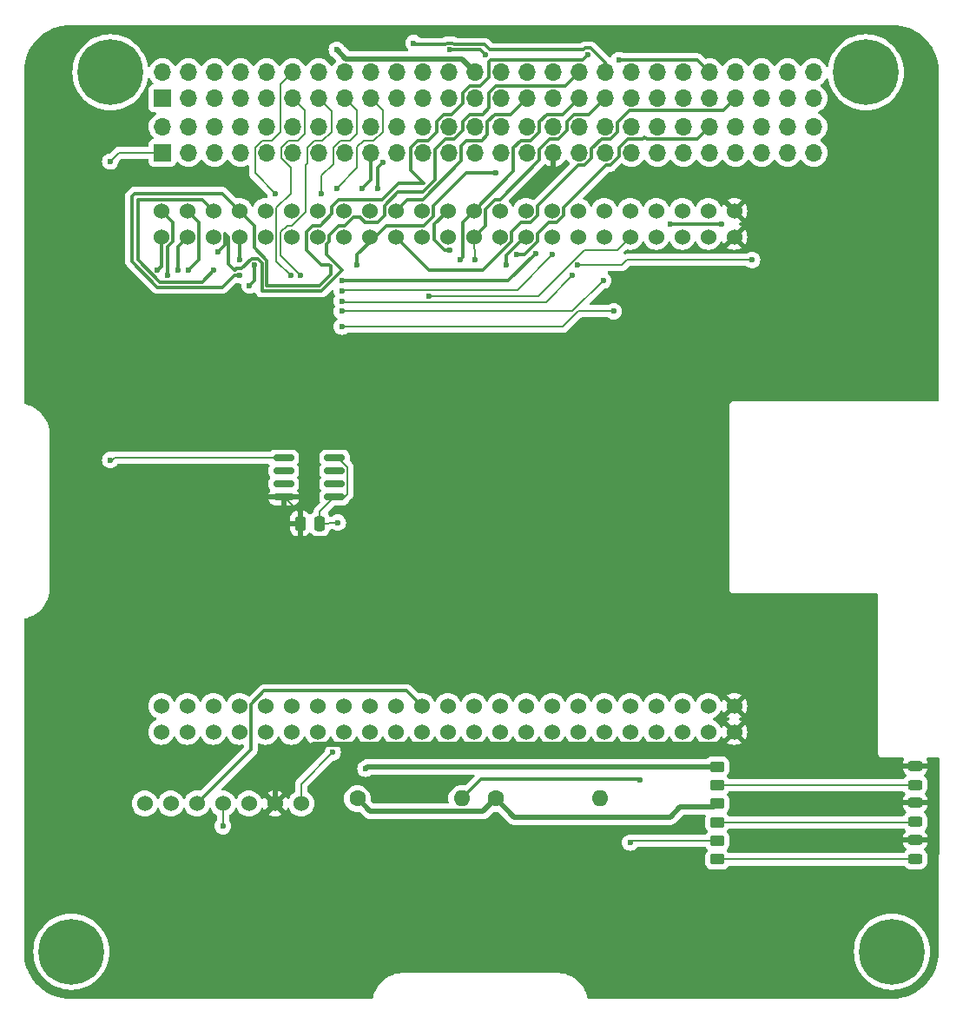
<source format=gbr>
%TF.GenerationSoftware,KiCad,Pcbnew,8.0.2-1*%
%TF.CreationDate,2024-08-26T15:57:13-05:00*%
%TF.ProjectId,BeagleBonePC104,42656167-6c65-4426-9f6e-655043313034,rev?*%
%TF.SameCoordinates,Original*%
%TF.FileFunction,Copper,L1,Top*%
%TF.FilePolarity,Positive*%
%FSLAX46Y46*%
G04 Gerber Fmt 4.6, Leading zero omitted, Abs format (unit mm)*
G04 Created by KiCad (PCBNEW 8.0.2-1) date 2024-08-26 15:57:13*
%MOMM*%
%LPD*%
G01*
G04 APERTURE LIST*
G04 Aperture macros list*
%AMRoundRect*
0 Rectangle with rounded corners*
0 $1 Rounding radius*
0 $2 $3 $4 $5 $6 $7 $8 $9 X,Y pos of 4 corners*
0 Add a 4 corners polygon primitive as box body*
4,1,4,$2,$3,$4,$5,$6,$7,$8,$9,$2,$3,0*
0 Add four circle primitives for the rounded corners*
1,1,$1+$1,$2,$3*
1,1,$1+$1,$4,$5*
1,1,$1+$1,$6,$7*
1,1,$1+$1,$8,$9*
0 Add four rect primitives between the rounded corners*
20,1,$1+$1,$2,$3,$4,$5,0*
20,1,$1+$1,$4,$5,$6,$7,0*
20,1,$1+$1,$6,$7,$8,$9,0*
20,1,$1+$1,$8,$9,$2,$3,0*%
G04 Aperture macros list end*
%TA.AperFunction,SMDPad,CuDef*%
%ADD10RoundRect,0.250000X-0.450000X0.262500X-0.450000X-0.262500X0.450000X-0.262500X0.450000X0.262500X0*%
%TD*%
%TA.AperFunction,SMDPad,CuDef*%
%ADD11RoundRect,0.243750X-0.456250X0.243750X-0.456250X-0.243750X0.456250X-0.243750X0.456250X0.243750X0*%
%TD*%
%TA.AperFunction,SMDPad,CuDef*%
%ADD12RoundRect,0.150000X-0.825000X-0.150000X0.825000X-0.150000X0.825000X0.150000X-0.825000X0.150000X0*%
%TD*%
%TA.AperFunction,ComponentPad*%
%ADD13C,1.524000*%
%TD*%
%TA.AperFunction,ComponentPad*%
%ADD14C,1.600000*%
%TD*%
%TA.AperFunction,ComponentPad*%
%ADD15O,1.600000X1.600000*%
%TD*%
%TA.AperFunction,ComponentPad*%
%ADD16C,6.400000*%
%TD*%
%TA.AperFunction,ComponentPad*%
%ADD17R,1.700000X1.700000*%
%TD*%
%TA.AperFunction,ComponentPad*%
%ADD18O,1.700000X1.700000*%
%TD*%
%TA.AperFunction,SMDPad,CuDef*%
%ADD19RoundRect,0.250000X0.250000X0.475000X-0.250000X0.475000X-0.250000X-0.475000X0.250000X-0.475000X0*%
%TD*%
%TA.AperFunction,ViaPad*%
%ADD20C,0.600000*%
%TD*%
%TA.AperFunction,Conductor*%
%ADD21C,0.500000*%
%TD*%
%TA.AperFunction,Conductor*%
%ADD22C,0.300000*%
%TD*%
%TA.AperFunction,Conductor*%
%ADD23C,0.200000*%
%TD*%
G04 APERTURE END LIST*
D10*
%TO.P,R3,1*%
%TO.N,/3V3*%
X148100000Y-146887500D03*
%TO.P,R3,2*%
%TO.N,Net-(D1-A)*%
X148100000Y-148712500D03*
%TD*%
D11*
%TO.P,D3,1,K*%
%TO.N,GND*%
X167400000Y-154020000D03*
%TO.P,D3,2,A*%
%TO.N,Net-(D3-A)*%
X167400000Y-155895000D03*
%TD*%
%TO.P,D1,1,K*%
%TO.N,GND*%
X167400000Y-146800000D03*
%TO.P,D1,2,A*%
%TO.N,Net-(D1-A)*%
X167400000Y-148675000D03*
%TD*%
%TO.P,D2,1,K*%
%TO.N,GND*%
X167400000Y-150395000D03*
%TO.P,D2,2,A*%
%TO.N,Net-(D2-A)*%
X167400000Y-152270000D03*
%TD*%
D12*
%TO.P,U5,1,V_{OUT}*%
%TO.N,/FC_TEMP*%
X105825000Y-116795000D03*
%TO.P,U5,2*%
%TO.N,N/C*%
X105825000Y-118065000D03*
%TO.P,U5,3*%
X105825000Y-119335000D03*
%TO.P,U5,4,GND*%
%TO.N,GND*%
X105825000Y-120605000D03*
%TO.P,U5,5,~{SHUTDOWN}*%
%TO.N,/3V3*%
X110775000Y-120605000D03*
%TO.P,U5,6*%
%TO.N,N/C*%
X110775000Y-119335000D03*
%TO.P,U5,7*%
X110775000Y-118065000D03*
%TO.P,U5,8,+Vs*%
%TO.N,/3V3*%
X110775000Y-116795000D03*
%TD*%
D13*
%TO.P,U1,1,GND*%
%TO.N,GND*%
X149770000Y-140960000D03*
X149770000Y-92700000D03*
%TO.P,U1,2,GND*%
X149770000Y-143500000D03*
X149770000Y-95240000D03*
%TO.P,U1,3,DC_3.3V*%
%TO.N,unconnected-(U1-DC_3.3V-Pad3)_0*%
X147230000Y-140960000D03*
%TO.N,unconnected-(U1-DC_3.3V-Pad3)*%
X147230000Y-92700000D03*
%TO.P,U1,4,DC_3.3V*%
%TO.N,unconnected-(U1-DC_3.3V-Pad4)_0*%
X147230000Y-143500000D03*
%TO.N,unconnected-(U1-DC_3.3V-Pad4)*%
X147230000Y-95240000D03*
%TO.P,U1,5,VDD_5V*%
%TO.N,/5V*%
X144690000Y-140960000D03*
X144690000Y-92700000D03*
%TO.P,U1,6,VDD_5V*%
X144690000Y-143500000D03*
X144690000Y-95240000D03*
%TO.P,U1,7,SYS_5V*%
%TO.N,unconnected-(U1-SYS_5V-Pad7)*%
X142150000Y-140960000D03*
%TO.N,unconnected-(U1-SYS_5V-Pad7)_0*%
X142150000Y-92700000D03*
%TO.P,U1,8,SYS_5V*%
%TO.N,unconnected-(U1-SYS_5V-Pad8)*%
X142150000Y-143500000D03*
%TO.N,unconnected-(U1-SYS_5V-Pad8)_0*%
X142150000Y-95240000D03*
%TO.P,U1,9,PWR_BUT*%
%TO.N,unconnected-(U1-PWR_BUT-Pad9)*%
X139610000Y-140960000D03*
%TO.N,unconnected-(U1-PWR_BUT-Pad9)_0*%
X139610000Y-92700000D03*
%TO.P,U1,10,SYS_RESETn*%
%TO.N,/SYS_RESETn*%
X139610000Y-143500000D03*
X139610000Y-95240000D03*
%TO.P,U1,11,GPIO1_13*%
%TO.N,/GPIO1_13*%
X137070000Y-140960000D03*
X137070000Y-92700000D03*
%TO.P,U1,12,GPIO1_12*%
%TO.N,/GPIO1_12*%
X137070000Y-143500000D03*
X137070000Y-95240000D03*
%TO.P,U1,13,EHRPWM2B*%
%TO.N,unconnected-(U1-EHRPWM2B-Pad13)*%
X134530000Y-140960000D03*
%TO.N,unconnected-(U1-EHRPWM2B-Pad13)_0*%
X134530000Y-92700000D03*
%TO.P,U1,14,GPIO0_26*%
%TO.N,/GPIO1_26*%
X134530000Y-143500000D03*
X134530000Y-95240000D03*
%TO.P,U1,15,GPIO1_15*%
%TO.N,/GPIO1_15*%
X131990000Y-140960000D03*
X131990000Y-92700000D03*
%TO.P,U1,16,GPIO1_14*%
%TO.N,/GPIO1_14*%
X131990000Y-143500000D03*
X131990000Y-95240000D03*
%TO.P,U1,17,GPIO0_27*%
%TO.N,/GPIO1_27*%
X129450000Y-140960000D03*
X129450000Y-92700000D03*
%TO.P,U1,18,GPIO2_1*%
%TO.N,/GPIO2_1*%
X129450000Y-143500000D03*
X129450000Y-95240000D03*
%TO.P,U1,19,EHRPWM2A*%
%TO.N,unconnected-(U1-EHRPWM2A-Pad19)*%
X126910000Y-140960000D03*
%TO.N,unconnected-(U1-EHRPWM2A-Pad19)_0*%
X126910000Y-92700000D03*
%TO.P,U1,20,GPIO1_31*%
%TO.N,unconnected-(U1-GPIO1_31-Pad20)_0*%
X126910000Y-143500000D03*
%TO.N,unconnected-(U1-GPIO1_31-Pad20)*%
X126910000Y-95240000D03*
%TO.P,U1,21,UART2_TXD*%
%TO.N,/UART_TX*%
X124370000Y-140960000D03*
X124370000Y-92700000D03*
%TO.P,U1,22,UART2_RXD*%
%TO.N,/UART_RX*%
X124370000Y-143500000D03*
X124370000Y-95240000D03*
%TO.P,U1,23,GPIO1_17*%
%TO.N,/GPIO1_17*%
X121830000Y-140960000D03*
X121830000Y-92700000D03*
%TO.P,U1,24,DCAN1_RX*%
%TO.N,/CAN1_RX*%
X121830000Y-143500000D03*
X121830000Y-95240000D03*
%TO.P,U1,25,GPIO3_21*%
%TO.N,/CAN_SLNT*%
X119290000Y-140960000D03*
X119290000Y-92700000D03*
%TO.P,U1,26,DCAN1_TX*%
%TO.N,/CAN1_TX*%
X119290000Y-143500000D03*
X119290000Y-95240000D03*
%TO.P,U1,27,GPIO2_22*%
%TO.N,/GPI02_22*%
X116750000Y-140960000D03*
X116750000Y-92700000D03*
%TO.P,U1,28,GPIO2_24*%
%TO.N,/GPIO2_24*%
X116750000Y-143500000D03*
X116750000Y-95240000D03*
%TO.P,U1,29,GPIO2_23*%
%TO.N,/GPIO2_23*%
X114210000Y-140960000D03*
X114210000Y-92700000D03*
%TO.P,U1,30,GPIO2_25*%
%TO.N,/GPIO2_25*%
X114210000Y-143500000D03*
X114210000Y-95240000D03*
%TO.P,U1,31,SPI1_SCLK*%
%TO.N,unconnected-(U1-SPI1_SCLK-Pad31)*%
X111670000Y-140960000D03*
%TO.N,unconnected-(U1-SPI1_SCLK-Pad31)_0*%
X111670000Y-92700000D03*
%TO.P,U1,32,UART5_RTSN*%
%TO.N,unconnected-(U1-UART5_RTSN-Pad32)*%
X111670000Y-143500000D03*
%TO.N,unconnected-(U1-UART5_RTSN-Pad32)_0*%
X111670000Y-95240000D03*
%TO.P,U1,33,AIN4*%
%TO.N,unconnected-(U1-AIN4-Pad33)_0*%
X109130000Y-140960000D03*
%TO.N,unconnected-(U1-AIN4-Pad33)*%
X109130000Y-92700000D03*
%TO.P,U1,34,AGND*%
%TO.N,unconnected-(U1-AGND-Pad34)_0*%
X109130000Y-143500000D03*
%TO.N,unconnected-(U1-AGND-Pad34)*%
X109130000Y-95240000D03*
%TO.P,U1,35,AIN6*%
%TO.N,unconnected-(U1-AIN6-Pad35)*%
X106590000Y-140960000D03*
%TO.N,unconnected-(U1-AIN6-Pad35)_0*%
X106590000Y-92700000D03*
%TO.P,U1,36,AIN5*%
%TO.N,unconnected-(U1-AIN5-Pad36)_0*%
X106590000Y-143500000D03*
%TO.N,unconnected-(U1-AIN5-Pad36)*%
X106590000Y-95240000D03*
%TO.P,U1,37,AIN2*%
%TO.N,unconnected-(U1-AIN2-Pad37)*%
X104050000Y-140960000D03*
%TO.N,unconnected-(U1-AIN2-Pad37)_0*%
X104050000Y-92700000D03*
%TO.P,U1,38,AIN3*%
%TO.N,unconnected-(U1-AIN3-Pad38)*%
X104050000Y-143500000D03*
%TO.N,unconnected-(U1-AIN3-Pad38)_0*%
X104050000Y-95240000D03*
%TO.P,U1,39,GPIO2_12*%
%TO.N,/GPIO2_12*%
X101510000Y-140960000D03*
X101510000Y-92700000D03*
%TO.P,U1,40,GPIO2_13*%
%TO.N,/GPIO2_13*%
X101510000Y-143500000D03*
X101510000Y-95240000D03*
%TO.P,U1,41,GPIO2_10*%
%TO.N,/GPIO2_10*%
X98970000Y-140960000D03*
X98970000Y-92700000D03*
%TO.P,U1,42,GPIO0_7*%
%TO.N,/GPIO0_7*%
X98970000Y-143500000D03*
X98970000Y-95240000D03*
%TO.P,U1,43,GPIO2_8*%
%TO.N,/GPIO2_8*%
X96430000Y-140960000D03*
X96430000Y-92700000D03*
%TO.P,U1,44,GPIO2_9*%
%TO.N,/GPIO2_9*%
X96430000Y-143500000D03*
X96430000Y-95240000D03*
%TO.P,U1,45,GPIO2_6*%
%TO.N,/GPIO2_6*%
X93890000Y-140960000D03*
X93890000Y-92700000D03*
%TO.P,U1,46,GPIO2_7*%
%TO.N,/GPIO2_7*%
X93890000Y-143500000D03*
X93890000Y-95240000D03*
%TD*%
D14*
%TO.P,R1,1*%
%TO.N,/5V*%
X113010000Y-150000000D03*
D15*
%TO.P,R1,2*%
%TO.N,/I2C_SCL*%
X123170000Y-150000000D03*
%TD*%
D13*
%TO.P,U3,1,Vcc*%
%TO.N,/3V3*%
X107530000Y-150480000D03*
%TO.P,U3,2,GND*%
%TO.N,GND*%
X104990000Y-150480000D03*
%TO.P,U3,3,RX*%
%TO.N,/CAN1_TX*%
X102450000Y-150480000D03*
%TO.P,U3,4,TX*%
%TO.N,/CAN1_RX*%
X99910000Y-150480000D03*
%TO.P,U3,5,SLNT*%
%TO.N,/CAN_SLNT*%
X97370000Y-150480000D03*
%TO.P,U3,6,CANH*%
%TO.N,/CAN_H*%
X94830000Y-150480000D03*
%TO.P,U3,7,CANL*%
%TO.N,/CAN_L*%
X92290000Y-150480000D03*
%TD*%
D10*
%TO.P,R4,1*%
%TO.N,/5V*%
X148100000Y-150482500D03*
%TO.P,R4,2*%
%TO.N,Net-(D2-A)*%
X148100000Y-152307500D03*
%TD*%
D16*
%TO.P,U2,*%
%TO.N,*%
X85110000Y-164932973D03*
X88920000Y-79202973D03*
X162580000Y-79202973D03*
X165120000Y-164932973D03*
D17*
%TO.P,U2,1,CANL1*%
%TO.N,/CAN_L*%
X94000000Y-81742973D03*
D18*
%TO.P,U2,2,CANL2*%
%TO.N,unconnected-(U2-CANL2-Pad2)*%
X94000000Y-79202973D03*
%TO.P,U2,3,CANH1*%
%TO.N,/CAN_H*%
X96540000Y-81742973D03*
%TO.P,U2,4,CANH2*%
%TO.N,unconnected-(U2-CANH2-Pad4)*%
X96540000Y-79202973D03*
%TO.P,U2,5,UART_A_TX*%
%TO.N,unconnected-(U2-UART_A_TX-Pad5)*%
X99080000Y-81742973D03*
%TO.P,U2,6,UART_B_TX*%
%TO.N,unconnected-(U2-UART_B_TX-Pad6)*%
X99080000Y-79202973D03*
%TO.P,U2,7,UART_A_RX*%
%TO.N,unconnected-(U2-UART_A_RX-Pad7)*%
X101620000Y-81742973D03*
%TO.P,U2,8,UART_B_RX*%
%TO.N,unconnected-(U2-UART_B_RX-Pad8)*%
X101620000Y-79202973D03*
%TO.P,U2,9*%
%TO.N,unconnected-(U2-Pad9)*%
X104160000Y-81742973D03*
%TO.P,U2,10*%
%TO.N,unconnected-(U2-Pad10)*%
X104160000Y-79202973D03*
%TO.P,U2,11*%
%TO.N,/GPIO1_13*%
X106700000Y-81742973D03*
%TO.P,U2,12,BGLBON_RST*%
%TO.N,/SYS_RESETn*%
X106700000Y-79202973D03*
%TO.P,U2,13*%
%TO.N,/GPIO1_12*%
X109240000Y-81742973D03*
%TO.P,U2,14*%
%TO.N,unconnected-(U2-Pad14)*%
X109240000Y-79202973D03*
%TO.P,U2,15*%
%TO.N,/GPIO1_26*%
X111780000Y-81742973D03*
%TO.P,U2,16*%
%TO.N,unconnected-(U2-Pad16)*%
X111780000Y-79202973D03*
%TO.P,U2,17*%
%TO.N,/GPIO1_15*%
X114320000Y-81742973D03*
%TO.P,U2,18*%
%TO.N,unconnected-(U2-Pad18)*%
X114320000Y-79202973D03*
%TO.P,U2,19,UART_1_TX*%
%TO.N,unconnected-(U2-UART_1_TX-Pad19)*%
X116860000Y-81742973D03*
%TO.P,U2,20,UART_1_RX*%
%TO.N,unconnected-(U2-UART_1_RX-Pad20)*%
X116860000Y-79202973D03*
%TO.P,U2,21*%
%TO.N,/GPIO1_27*%
X119400000Y-81742973D03*
%TO.P,U2,22*%
%TO.N,/GPIO2_13*%
X119400000Y-79202973D03*
%TO.P,U2,23*%
%TO.N,/GPIO2_1*%
X121940000Y-81742973D03*
%TO.P,U2,24*%
%TO.N,/GPIO2_10*%
X121940000Y-79202973D03*
%TO.P,U2,25,3V3_MAIN*%
%TO.N,/3V3*%
X124480000Y-81742973D03*
%TO.P,U2,26,3V3_MAIN*%
X124480000Y-79202973D03*
%TO.P,U2,27*%
%TO.N,/GPIO1_29*%
X127020000Y-81742973D03*
%TO.P,U2,28*%
%TO.N,/GPIO2_11*%
X127020000Y-79202973D03*
%TO.P,U2,29*%
%TO.N,/GPI02_22*%
X129560000Y-81742973D03*
%TO.P,U2,30*%
%TO.N,/GPIO2_8*%
X129560000Y-79202973D03*
%TO.P,U2,31,CHARGE*%
%TO.N,unconnected-(U2-CHARGE-Pad31)*%
X132100000Y-81742973D03*
%TO.P,U2,32,CHARGE*%
%TO.N,unconnected-(U2-CHARGE-Pad32)*%
X132100000Y-79202973D03*
%TO.P,U2,33,GNSS_UART_TX*%
%TO.N,/UART_TX*%
X134640000Y-81742973D03*
%TO.P,U2,34*%
%TO.N,/GPIO2_9*%
X134640000Y-79202973D03*
%TO.P,U2,35,GNSS_UART_RX*%
%TO.N,/UART_RX*%
X137180000Y-81742973D03*
%TO.P,U2,36*%
%TO.N,/GPIO2_6*%
X137180000Y-79202973D03*
%TO.P,U2,37,CAN_H*%
%TO.N,unconnected-(U2-CAN_H-Pad37)*%
X139720000Y-81742973D03*
%TO.P,U2,38,CAN_L*%
%TO.N,unconnected-(U2-CAN_L-Pad38)*%
X139720000Y-79202973D03*
%TO.P,U2,39*%
%TO.N,unconnected-(U2-Pad39)*%
X142260000Y-81742973D03*
%TO.P,U2,40*%
%TO.N,unconnected-(U2-Pad40)*%
X142260000Y-79202973D03*
%TO.P,U2,41,I2C1_SDA*%
%TO.N,/I2C_SDA*%
X144800000Y-81742973D03*
%TO.P,U2,42*%
%TO.N,/GPIO2_25*%
X144800000Y-79202973D03*
%TO.P,U2,43,I2C1_SCL*%
%TO.N,/I2C_SCL*%
X147340000Y-81742973D03*
%TO.P,U2,44*%
%TO.N,/GPIO2_12*%
X147340000Y-79202973D03*
%TO.P,U2,45*%
%TO.N,/GPIO2_24*%
X149880000Y-81742973D03*
%TO.P,U2,46*%
%TO.N,/GPIO2_23*%
X149880000Y-79202973D03*
%TO.P,U2,47*%
%TO.N,unconnected-(U2-Pad47)*%
X152420000Y-81742973D03*
%TO.P,U2,48*%
%TO.N,unconnected-(U2-Pad48)*%
X152420000Y-79202973D03*
%TO.P,U2,49*%
%TO.N,unconnected-(U2-Pad49)*%
X154960000Y-81742973D03*
%TO.P,U2,50*%
%TO.N,unconnected-(U2-Pad50)*%
X154960000Y-79202973D03*
%TO.P,U2,51*%
%TO.N,unconnected-(U2-Pad51)*%
X157500000Y-81742973D03*
%TO.P,U2,52*%
%TO.N,unconnected-(U2-Pad52)*%
X157500000Y-79202973D03*
%TD*%
D14*
%TO.P,R2,1*%
%TO.N,/5V*%
X126510000Y-150000000D03*
D15*
%TO.P,R2,2*%
%TO.N,/I2C_SDA*%
X136670000Y-150000000D03*
%TD*%
D10*
%TO.P,R5,1*%
%TO.N,/SYS_RESETn*%
X148100000Y-154107500D03*
%TO.P,R5,2*%
%TO.N,Net-(D3-A)*%
X148100000Y-155932500D03*
%TD*%
D17*
%TO.P,U4,1,TEMP_1*%
%TO.N,/FC_TEMP*%
X94012500Y-87040000D03*
D18*
%TO.P,U4,2,TEMP_2*%
%TO.N,unconnected-(U4-TEMP_2-Pad2)*%
X94012500Y-84500000D03*
%TO.P,U4,3,TEMP_3*%
%TO.N,unconnected-(U4-TEMP_3-Pad3)*%
X96552500Y-87040000D03*
%TO.P,U4,4,TEMP_4*%
%TO.N,unconnected-(U4-TEMP_4-Pad4)*%
X96552500Y-84500000D03*
%TO.P,U4,5,TEMP_5*%
%TO.N,unconnected-(U4-TEMP_5-Pad5)*%
X99092500Y-87040000D03*
%TO.P,U4,6,TEMP_6*%
%TO.N,unconnected-(U4-TEMP_6-Pad6)*%
X99092500Y-84500000D03*
%TO.P,U4,7,TEMP_7*%
%TO.N,unconnected-(U4-TEMP_7-Pad7)*%
X101632500Y-87040000D03*
%TO.P,U4,8,TEMP_8*%
%TO.N,unconnected-(U4-TEMP_8-Pad8)*%
X101632500Y-84500000D03*
%TO.P,U4,9,TEMP_9*%
%TO.N,unconnected-(U4-TEMP_9-Pad9)*%
X104172500Y-87040000D03*
%TO.P,U4,10,TEMP_10*%
%TO.N,unconnected-(U4-TEMP_10-Pad10)*%
X104172500Y-84500000D03*
%TO.P,U4,11,TEMP_11*%
%TO.N,unconnected-(U4-TEMP_11-Pad11)*%
X106712500Y-87040000D03*
%TO.P,U4,12,TEMP_12*%
%TO.N,unconnected-(U4-TEMP_12-Pad12)*%
X106712500Y-84500000D03*
%TO.P,U4,13,TEMP_13*%
%TO.N,unconnected-(U4-TEMP_13-Pad13)*%
X109252500Y-87040000D03*
%TO.P,U4,14,TEMP_14*%
%TO.N,unconnected-(U4-TEMP_14-Pad14)*%
X109252500Y-84500000D03*
%TO.P,U4,15,TEMP_15*%
%TO.N,unconnected-(U4-TEMP_15-Pad15)*%
X111792500Y-87040000D03*
%TO.P,U4,16*%
%TO.N,/GPIO2_7*%
X111792500Y-84500000D03*
%TO.P,U4,17*%
%TO.N,/GPIO1_14*%
X114332500Y-87040000D03*
%TO.P,U4,18,ADCS_ENABLE*%
%TO.N,unconnected-(U4-ADCS_ENABLE-Pad18)*%
X114332500Y-84500000D03*
%TO.P,U4,19*%
%TO.N,/GPIO0_7*%
X116872500Y-87040000D03*
%TO.P,U4,20,ADCS_BOOT*%
%TO.N,unconnected-(U4-ADCS_BOOT-Pad20)*%
X116872500Y-84500000D03*
%TO.P,U4,21*%
%TO.N,/GPIO3_20*%
X119412500Y-87040000D03*
%TO.P,U4,22*%
%TO.N,/GPIO3_19*%
X119412500Y-84500000D03*
%TO.P,U4,23,5V_MAIN_STAT*%
%TO.N,unconnected-(U4-5V_MAIN_STAT-Pad23)*%
X121952500Y-87040000D03*
%TO.P,U4,24,3.3V_MAIN_STAT*%
%TO.N,unconnected-(U4-3.3V_MAIN_STAT-Pad24)*%
X121952500Y-84500000D03*
%TO.P,U4,25,5V_MAIN*%
%TO.N,/5V*%
X124492500Y-87040000D03*
%TO.P,U4,26,5V_MAIN*%
X124492500Y-84500000D03*
%TO.P,U4,27,3V3_MAIN*%
%TO.N,/3V3*%
X127032500Y-87040000D03*
%TO.P,U4,28,3V3_MAIN*%
X127032500Y-84500000D03*
%TO.P,U4,29,GND*%
%TO.N,GND*%
X129572500Y-87040000D03*
%TO.P,U4,30,GND*%
X129572500Y-84500000D03*
%TO.P,U4,31,GND*%
X132112500Y-87040000D03*
%TO.P,U4,32,GND*%
X132112500Y-84500000D03*
%TO.P,U4,33,PLOD_STAT_1*%
%TO.N,unconnected-(U4-PLOD_STAT_1-Pad33)*%
X134652500Y-87040000D03*
%TO.P,U4,34,PLOD_STAT_2*%
%TO.N,unconnected-(U4-PLOD_STAT_2-Pad34)*%
X134652500Y-84500000D03*
%TO.P,U4,35,PLOD_STAT_3*%
%TO.N,unconnected-(U4-PLOD_STAT_3-Pad35)*%
X137192500Y-87040000D03*
%TO.P,U4,36,PLOD_STAT_4*%
%TO.N,unconnected-(U4-PLOD_STAT_4-Pad36)*%
X137192500Y-84500000D03*
%TO.P,U4,37,PLOD_STAT_5*%
%TO.N,unconnected-(U4-PLOD_STAT_5-Pad37)*%
X139732500Y-87040000D03*
%TO.P,U4,38,PLOD_COMP_RST*%
%TO.N,unconnected-(U4-PLOD_COMP_RST-Pad38)*%
X139732500Y-84500000D03*
%TO.P,U4,39*%
%TO.N,unconnected-(U4-Pad39)*%
X142272500Y-87040000D03*
%TO.P,U4,40*%
%TO.N,/GPIO1_16*%
X142272500Y-84500000D03*
%TO.P,U4,41,BURN_ENABLE_1*%
%TO.N,unconnected-(U4-BURN_ENABLE_1-Pad41)*%
X144812500Y-87040000D03*
%TO.P,U4,42,BURN_ENABLE_2*%
%TO.N,unconnected-(U4-BURN_ENABLE_2-Pad42)*%
X144812500Y-84500000D03*
%TO.P,U4,43*%
%TO.N,/GPIO1_28*%
X147352500Y-87040000D03*
%TO.P,U4,44*%
%TO.N,/GPIO1_17*%
X147352500Y-84500000D03*
%TO.P,U4,45,V_BAT*%
%TO.N,unconnected-(U4-V_BAT-Pad45)*%
X149892500Y-87040000D03*
%TO.P,U4,46,V_BAT*%
%TO.N,unconnected-(U4-V_BAT-Pad46)*%
X149892500Y-84500000D03*
%TO.P,U4,47,BATT_V_SENS*%
%TO.N,unconnected-(U4-BATT_V_SENS-Pad47)*%
X152432500Y-87040000D03*
%TO.P,U4,48,V_BAT*%
%TO.N,unconnected-(U4-V_BAT-Pad48)*%
X152432500Y-84500000D03*
%TO.P,U4,49,BATT_CUR_IN*%
%TO.N,unconnected-(U4-BATT_CUR_IN-Pad49)*%
X154972500Y-87040000D03*
%TO.P,U4,50*%
%TO.N,/CAN_SNLT*%
X154972500Y-84500000D03*
%TO.P,U4,51,BATT_CUR_OUT*%
%TO.N,unconnected-(U4-BATT_CUR_OUT-Pad51)*%
X157512500Y-87040000D03*
%TO.P,U4,52,BURN_FET*%
%TO.N,unconnected-(U4-BURN_FET-Pad52)*%
X157512500Y-84500000D03*
%TD*%
D19*
%TO.P,C1,1*%
%TO.N,/3V3*%
X109325000Y-123195000D03*
%TO.P,C1,2*%
%TO.N,GND*%
X107425000Y-123195000D03*
%TD*%
D20*
%TO.N,/5V*%
X144700000Y-150800000D03*
%TO.N,/I2C_SCL*%
X148500000Y-94000000D03*
X140600000Y-148200000D03*
X143500000Y-94000000D03*
%TO.N,/I2C_SDA*%
X134500000Y-98000000D03*
X151500000Y-97500000D03*
%TO.N,/GPIO2_1*%
X127500000Y-98000000D03*
%TO.N,/SYS_RESETn*%
X105000000Y-91000000D03*
X120000000Y-101000000D03*
X139610000Y-154300000D03*
%TO.N,/UART_TX*%
X123000000Y-97500000D03*
%TO.N,/GPIO2_12*%
X101500000Y-99000000D03*
X138500000Y-78000000D03*
X135500000Y-77500000D03*
%TO.N,GND*%
X144500000Y-89500000D03*
%TO.N,/GPIO2_23*%
X115000000Y-90500000D03*
X115500000Y-88000000D03*
%TO.N,/GPIO2_8*%
X96500000Y-98500000D03*
X122000000Y-77000000D03*
X125500000Y-77500000D03*
%TO.N,/GPIO2_10*%
X99000000Y-98500000D03*
%TO.N,/CAN1_RX*%
X99900000Y-152700000D03*
%TO.N,/UART_RX*%
X124500000Y-97500000D03*
%TO.N,/GPIO2_6*%
X94500000Y-99000000D03*
X118500000Y-76350000D03*
%TO.N,/GPIO2_7*%
X93500000Y-98500000D03*
%TO.N,/GPIO1_13*%
X138000000Y-102500000D03*
X106500000Y-99000000D03*
X111500000Y-104000000D03*
%TO.N,/GPIO2_9*%
X99432000Y-96716000D03*
X95500000Y-98500000D03*
%TO.N,/GPIO2_25*%
X126500000Y-89000000D03*
X113000000Y-98000000D03*
%TO.N,/GPIO1_15*%
X111000000Y-90500000D03*
X111500000Y-100500000D03*
X132000000Y-97000000D03*
%TO.N,/GPIO2_13*%
X101500000Y-97500000D03*
X102500000Y-100000000D03*
X103000000Y-98000000D03*
%TO.N,/GPIO1_12*%
X137000000Y-99500000D03*
X107500000Y-99000000D03*
X111500000Y-102500000D03*
%TO.N,/GPIO1_17*%
X128500000Y-97000000D03*
X122000000Y-96500000D03*
%TO.N,/GPIO1_26*%
X134000000Y-99000000D03*
X111500000Y-101500000D03*
X109500000Y-91000000D03*
%TO.N,/GPIO1_14*%
X113500000Y-90500000D03*
X130365000Y-96865000D03*
X111500000Y-99500000D03*
%TO.N,/3V3*%
X110600000Y-145500000D03*
X113800000Y-147100000D03*
X111000000Y-77000000D03*
X111100000Y-123100000D03*
%TO.N,/FC_TEMP*%
X88900000Y-87900000D03*
X88900000Y-117000000D03*
%TD*%
D21*
%TO.N,/5V*%
X128310000Y-151800000D02*
X126510000Y-150000000D01*
X144500000Y-150800000D02*
X143500000Y-151800000D01*
X114260000Y-151250000D02*
X113010000Y-150000000D01*
X147782500Y-150800000D02*
X148100000Y-150482500D01*
X126510000Y-150000000D02*
X125260000Y-151250000D01*
X143500000Y-151800000D02*
X128310000Y-151800000D01*
X144700000Y-150800000D02*
X144500000Y-150800000D01*
X125260000Y-151250000D02*
X114260000Y-151250000D01*
X144700000Y-150800000D02*
X147782500Y-150800000D01*
D22*
%TO.N,/I2C_SCL*%
X140500000Y-148100000D02*
X125070000Y-148100000D01*
X143500000Y-94000000D02*
X148500000Y-94000000D01*
X125070000Y-148100000D02*
X123170000Y-150000000D01*
X140600000Y-148200000D02*
X140500000Y-148100000D01*
D23*
%TO.N,/I2C_SDA*%
X139267895Y-97500000D02*
X151500000Y-97500000D01*
X138767895Y-98000000D02*
X139267895Y-97500000D01*
X134500000Y-98000000D02*
X138767895Y-98000000D01*
D22*
%TO.N,/GPIO2_1*%
X129340761Y-95240000D02*
X127500000Y-97080761D01*
X129450000Y-95240000D02*
X129340761Y-95240000D01*
X127500000Y-97080761D02*
X127500000Y-98000000D01*
%TO.N,/GPIO2_24*%
X130562000Y-93160606D02*
X129910606Y-93812000D01*
X149880000Y-81730000D02*
X148680000Y-82930000D01*
X128022000Y-94779394D02*
X128022000Y-95700606D01*
X135852500Y-87537057D02*
X135149557Y-88240000D01*
X120010000Y-98500000D02*
X116750000Y-95240000D01*
X148680000Y-82930000D02*
X139570000Y-82930000D01*
X134561394Y-88240000D02*
X130562000Y-92239394D01*
X135149557Y-88240000D02*
X134561394Y-88240000D01*
X135852500Y-86647500D02*
X135852500Y-87537057D01*
X128022000Y-95700606D02*
X125222606Y-98500000D01*
X139570000Y-82930000D02*
X138392500Y-84107500D01*
X136800000Y-85700000D02*
X135852500Y-86647500D01*
X137689557Y-85700000D02*
X136800000Y-85700000D01*
X128989394Y-93812000D02*
X128022000Y-94779394D01*
X130562000Y-92239394D02*
X130562000Y-93160606D01*
X138392500Y-84997057D02*
X137689557Y-85700000D01*
X125222606Y-98500000D02*
X120010000Y-98500000D01*
X129910606Y-93812000D02*
X128989394Y-93812000D01*
X138392500Y-84107500D02*
X138392500Y-84997057D01*
D23*
%TO.N,/SYS_RESETn*%
X139802500Y-154107500D02*
X148100000Y-154107500D01*
X103022500Y-89022500D02*
X105000000Y-91000000D01*
X106700000Y-79190000D02*
X105550000Y-80340000D01*
X120000000Y-101000000D02*
X130651471Y-101000000D01*
X135151471Y-96500000D02*
X138350000Y-96500000D01*
X138350000Y-96500000D02*
X139610000Y-95240000D01*
X105550000Y-84988846D02*
X104648846Y-85890000D01*
X139610000Y-154300000D02*
X139802500Y-154107500D01*
X104648846Y-85890000D02*
X103696154Y-85890000D01*
X130651471Y-101000000D02*
X135151471Y-96500000D01*
X105550000Y-80340000D02*
X105550000Y-84988846D01*
X103696154Y-85890000D02*
X103022500Y-86563654D01*
X103022500Y-86563654D02*
X103022500Y-89022500D01*
D22*
%TO.N,/UART_TX*%
X128232500Y-88837500D02*
X124370000Y-92700000D01*
X134640000Y-81730000D02*
X133070000Y-83300000D01*
X123258000Y-93812000D02*
X123258000Y-97242000D01*
X130772500Y-84997057D02*
X129929557Y-85840000D01*
X128232500Y-86542943D02*
X128232500Y-88837500D01*
X130772500Y-84002943D02*
X130772500Y-84997057D01*
X128935443Y-85840000D02*
X128232500Y-86542943D01*
X131475443Y-83300000D02*
X130772500Y-84002943D01*
X124370000Y-92700000D02*
X123258000Y-93812000D01*
X133070000Y-83300000D02*
X131475443Y-83300000D01*
X129929557Y-85840000D02*
X128935443Y-85840000D01*
X123258000Y-97242000D02*
X123000000Y-97500000D01*
%TO.N,/GPIO2_12*%
X121455443Y-83300000D02*
X120752500Y-84002943D01*
X115412000Y-91588000D02*
X111209394Y-91588000D01*
X99850000Y-100150000D02*
X101000000Y-99000000D01*
X120752500Y-84997057D02*
X119909557Y-85840000D01*
X108018000Y-94779394D02*
X108018000Y-96518000D01*
X138510000Y-77990000D02*
X146140000Y-77990000D01*
X124977057Y-80530000D02*
X123982943Y-80530000D01*
X111209394Y-91588000D02*
X110500000Y-92297394D01*
X130067057Y-78000000D02*
X130057057Y-77990000D01*
X99810000Y-91000000D02*
X91292894Y-91000000D01*
X102938000Y-94128000D02*
X101510000Y-92700000D01*
X109372000Y-94128000D02*
X108669394Y-94128000D01*
X135500000Y-77500000D02*
X135010000Y-77990000D01*
X135010000Y-77990000D02*
X131602943Y-77990000D01*
X110500000Y-92297394D02*
X110500000Y-93000000D01*
X131602943Y-77990000D02*
X131592943Y-78000000D01*
X123280000Y-82227057D02*
X122207057Y-83300000D01*
X101000000Y-99000000D02*
X101500000Y-99000000D01*
X91292894Y-91000000D02*
X91000000Y-91292894D01*
X104197394Y-97571049D02*
X102938000Y-96311655D01*
X110396447Y-98896447D02*
X109292894Y-100000000D01*
X93523654Y-100150000D02*
X99850000Y-100150000D01*
X122207057Y-83300000D02*
X121455443Y-83300000D01*
X120752500Y-84002943D02*
X120752500Y-84997057D01*
X119909557Y-85840000D02*
X118915443Y-85840000D01*
X109292894Y-100000000D02*
X104197394Y-100000000D01*
X138500000Y-78000000D02*
X138510000Y-77990000D01*
X110500000Y-93000000D02*
X109372000Y-94128000D01*
X110292894Y-98000000D02*
X110396447Y-98103553D01*
X91000000Y-97626346D02*
X93523654Y-100150000D01*
X101510000Y-92700000D02*
X99810000Y-91000000D01*
X102938000Y-96311655D02*
X102938000Y-94128000D01*
X146140000Y-77990000D02*
X147340000Y-79190000D01*
X104197394Y-100000000D02*
X104197394Y-97571049D01*
X125820000Y-78180000D02*
X125820000Y-79687057D01*
X109500000Y-98000000D02*
X110292894Y-98000000D01*
X123280000Y-81232943D02*
X123280000Y-82227057D01*
X108669394Y-94128000D02*
X108018000Y-94779394D01*
X117000000Y-90000000D02*
X115412000Y-91588000D01*
X118915443Y-85840000D02*
X118212500Y-86542943D01*
X118212500Y-88712500D02*
X119500000Y-90000000D01*
X123982943Y-80530000D02*
X123280000Y-81232943D01*
X110396447Y-98103553D02*
X110396447Y-98896447D01*
X130057057Y-77990000D02*
X126010000Y-77990000D01*
X131592943Y-78000000D02*
X130067057Y-78000000D01*
X108018000Y-96518000D02*
X109500000Y-98000000D01*
X119500000Y-90000000D02*
X117000000Y-90000000D01*
X126010000Y-77990000D02*
X125820000Y-78180000D01*
X125820000Y-79687057D02*
X124977057Y-80530000D01*
X118212500Y-86542943D02*
X118212500Y-88712500D01*
X91000000Y-91292894D02*
X91000000Y-97626346D01*
D21*
%TO.N,GND*%
X104990000Y-148410000D02*
X104990000Y-150480000D01*
X108688000Y-144712000D02*
X104990000Y-148410000D01*
X146570000Y-89500000D02*
X144500000Y-89500000D01*
X149770000Y-143500000D02*
X148558000Y-144712000D01*
D23*
X107425000Y-122205000D02*
X105825000Y-120605000D01*
X107425000Y-123195000D02*
X107425000Y-122205000D01*
D21*
X148558000Y-144712000D02*
X108688000Y-144712000D01*
X149770000Y-92700000D02*
X146570000Y-89500000D01*
D22*
%TO.N,/CAN_SLNT*%
X97370000Y-150480000D02*
X102622000Y-145228000D01*
X102622000Y-145228000D02*
X102622000Y-140815394D01*
X102622000Y-140815394D02*
X103937394Y-139500000D01*
X103937394Y-139500000D02*
X117830000Y-139500000D01*
X117830000Y-139500000D02*
X119290000Y-140960000D01*
%TO.N,/GPIO2_23*%
X115000000Y-90500000D02*
X115000000Y-88500000D01*
X115000000Y-88500000D02*
X115500000Y-88000000D01*
%TO.N,/GPIO2_8*%
X97542000Y-93812000D02*
X96430000Y-92700000D01*
X97542000Y-97458000D02*
X97542000Y-93812000D01*
X125000000Y-77000000D02*
X125500000Y-77500000D01*
X122000000Y-77000000D02*
X125000000Y-77000000D01*
X96500000Y-98500000D02*
X97542000Y-97458000D01*
%TO.N,/GPIO2_10*%
X98970000Y-92700000D02*
X97858000Y-91588000D01*
X91588000Y-91588000D02*
X91588000Y-97507239D01*
X97850000Y-99650000D02*
X99000000Y-98500000D01*
X97858000Y-91588000D02*
X91588000Y-91588000D01*
X91588000Y-97507239D02*
X93730761Y-99650000D01*
X93730761Y-99650000D02*
X97850000Y-99650000D01*
D23*
%TO.N,/CAN1_RX*%
X99900000Y-152420000D02*
X99910000Y-152410000D01*
X99910000Y-152410000D02*
X99910000Y-150480000D01*
X99900000Y-152700000D02*
X99900000Y-152420000D01*
D22*
%TO.N,/UART_RX*%
X130772500Y-86682943D02*
X130772500Y-87727500D01*
X132609557Y-85700000D02*
X131755443Y-85700000D01*
X133452500Y-84002943D02*
X133452500Y-84857057D01*
X125482000Y-92518000D02*
X125482000Y-94128000D01*
X126412000Y-91588000D02*
X125482000Y-92518000D01*
X133452500Y-84857057D02*
X132609557Y-85700000D01*
X131755443Y-85700000D02*
X130772500Y-86682943D01*
D23*
X124370000Y-96370000D02*
X124370000Y-95240000D01*
D22*
X135610000Y-83300000D02*
X134155443Y-83300000D01*
X137180000Y-81730000D02*
X135610000Y-83300000D01*
D23*
X124500000Y-97500000D02*
X124500000Y-96500000D01*
D22*
X134155443Y-83300000D02*
X133452500Y-84002943D01*
X125482000Y-94128000D02*
X124370000Y-95240000D01*
D23*
X124500000Y-96500000D02*
X124370000Y-96370000D01*
D22*
X130772500Y-87727500D02*
X126912000Y-91588000D01*
X126912000Y-91588000D02*
X126412000Y-91588000D01*
%TO.N,/GPIO2_6*%
X125419239Y-76500000D02*
X125919239Y-77000000D01*
X135080761Y-77000000D02*
X135230761Y-76850000D01*
X122419239Y-76500000D02*
X125419239Y-76500000D01*
X135230761Y-76850000D02*
X135769239Y-76850000D01*
X95002000Y-95700606D02*
X95002000Y-93812000D01*
X94500000Y-96202606D02*
X95002000Y-95700606D01*
X121580761Y-76500000D02*
X121730761Y-76350000D01*
X125919239Y-77000000D02*
X135080761Y-77000000D01*
X137180000Y-78260761D02*
X137180000Y-79190000D01*
X135769239Y-76850000D02*
X137180000Y-78260761D01*
X95002000Y-93812000D02*
X93890000Y-92700000D01*
X94500000Y-99000000D02*
X94500000Y-96202606D01*
X118650000Y-76500000D02*
X121580761Y-76500000D01*
X118500000Y-76350000D02*
X118650000Y-76500000D01*
X121730761Y-76350000D02*
X122269239Y-76350000D01*
X122269239Y-76350000D02*
X122419239Y-76500000D01*
%TO.N,/GPIO2_7*%
X93500000Y-98500000D02*
X93890000Y-98110000D01*
X93500000Y-98500000D02*
X93390000Y-98390000D01*
X93890000Y-98110000D02*
X93890000Y-95240000D01*
D23*
%TO.N,/GPIO1_13*%
X107188846Y-85890000D02*
X107862500Y-85216346D01*
X106500000Y-91000000D02*
X106500000Y-88500000D01*
X107862500Y-82892500D02*
X106700000Y-81730000D01*
X107862500Y-85216346D02*
X107862500Y-82892500D01*
X106500000Y-91000000D02*
X105112000Y-92388000D01*
X106500000Y-88500000D02*
X105562500Y-87562500D01*
X105562500Y-87562500D02*
X105562500Y-86563654D01*
X105112000Y-92388000D02*
X105112000Y-97612000D01*
X134565686Y-102500000D02*
X138000000Y-102500000D01*
X133065686Y-104000000D02*
X134565686Y-102500000D01*
X111500000Y-104000000D02*
X133065686Y-104000000D01*
X105562500Y-86563654D02*
X106236154Y-85890000D01*
X105112000Y-97612000D02*
X106500000Y-99000000D01*
X106236154Y-85890000D02*
X107188846Y-85890000D01*
D22*
%TO.N,/GPIO2_9*%
X96430000Y-95240000D02*
X95500000Y-96170000D01*
X103269239Y-97350000D02*
X102730761Y-97350000D01*
X101730762Y-98350000D02*
X101230761Y-98350000D01*
X112592606Y-93350000D02*
X111814606Y-94128000D01*
X110242000Y-95095394D02*
X110242000Y-95700606D01*
X102730761Y-97350000D02*
X101730762Y-98350000D01*
X101080760Y-98500000D02*
X101000000Y-98500000D01*
X123292500Y-84857057D02*
X122449557Y-85700000D01*
X115638000Y-92239394D02*
X115638000Y-93160606D01*
X123995443Y-83300000D02*
X123292500Y-84002943D01*
X123292500Y-84002943D02*
X123292500Y-84857057D01*
X120612500Y-86682943D02*
X120612500Y-89680394D01*
X125820000Y-82680001D02*
X125200001Y-83300000D01*
X95500000Y-96500000D02*
X95500000Y-98500000D01*
X120612500Y-89680394D02*
X119396447Y-90896447D01*
X111814606Y-94128000D02*
X111209394Y-94128000D01*
X134640000Y-79190000D02*
X133300000Y-80530000D01*
X122449557Y-85700000D02*
X121595443Y-85700000D01*
X103697394Y-97778155D02*
X103269239Y-97350000D01*
X116980947Y-90896447D02*
X115638000Y-92239394D01*
X103697394Y-100500000D02*
X103697394Y-97778155D01*
X114986606Y-93812000D02*
X113731239Y-93812000D01*
X111209394Y-94128000D02*
X110242000Y-95095394D01*
X100398000Y-95234000D02*
X100082000Y-94918000D01*
X125820000Y-81232943D02*
X125820000Y-82680001D01*
X110000000Y-97000000D02*
X111500000Y-98500000D01*
X101230761Y-98350000D02*
X101080760Y-98500000D01*
X109500000Y-100500000D02*
X103697394Y-100500000D01*
X121595443Y-85700000D02*
X120612500Y-86682943D01*
X125200001Y-83300000D02*
X123995443Y-83300000D01*
X133300000Y-80530000D02*
X126522943Y-80530000D01*
X100082000Y-94918000D02*
X100082000Y-96066000D01*
X101000000Y-98500000D02*
X100398000Y-97898000D01*
X110242000Y-95700606D02*
X110000000Y-95942606D01*
X115638000Y-93160606D02*
X114986606Y-93812000D01*
X113731239Y-93812000D02*
X113269239Y-93350000D01*
X100398000Y-97898000D02*
X100398000Y-95234000D01*
X126522943Y-80530000D02*
X125820000Y-81232943D01*
X100082000Y-96066000D02*
X99432000Y-96716000D01*
X113269239Y-93350000D02*
X112592606Y-93350000D01*
X119396447Y-90896447D02*
X116980947Y-90896447D01*
X110000000Y-95942606D02*
X110000000Y-97000000D01*
X111500000Y-98500000D02*
X109500000Y-100500000D01*
X95500000Y-96170000D02*
X95500000Y-96500000D01*
%TO.N,/GPIO2_25*%
X123641394Y-89000000D02*
X120402000Y-92239394D01*
X120402000Y-92239394D02*
X120402000Y-93226000D01*
X114210000Y-95790000D02*
X114210000Y-95240000D01*
X113000000Y-97000000D02*
X114210000Y-95790000D01*
X113000000Y-98000000D02*
X113000000Y-97000000D01*
X120402000Y-93226000D02*
X119500000Y-94128000D01*
X114760000Y-95240000D02*
X114210000Y-95240000D01*
X119500000Y-94128000D02*
X115872000Y-94128000D01*
X126500000Y-89000000D02*
X123641394Y-89000000D01*
X115872000Y-94128000D02*
X114760000Y-95240000D01*
D23*
%TO.N,/GPIO1_15*%
X111500000Y-100500000D02*
X111600000Y-100400000D01*
X115482500Y-85017500D02*
X115482500Y-82892500D01*
X113000000Y-88500000D02*
X113000000Y-86500000D01*
X111600000Y-100400000D02*
X128600000Y-100400000D01*
X128600000Y-100400000D02*
X132000000Y-97000000D01*
X113610000Y-85890000D02*
X114610000Y-85890000D01*
X114610000Y-85890000D02*
X115482500Y-85017500D01*
X115482500Y-82892500D02*
X114320000Y-81730000D01*
X113000000Y-86500000D02*
X113610000Y-85890000D01*
X111000000Y-90500000D02*
X113000000Y-88500000D01*
D22*
%TO.N,/GPI02_22*%
X123152500Y-86347499D02*
X123152500Y-87847500D01*
X123659999Y-85840000D02*
X123152500Y-86347499D01*
X125692500Y-85307499D02*
X125159999Y-85840000D01*
X125159999Y-85840000D02*
X123659999Y-85840000D01*
X125692500Y-83997057D02*
X125692500Y-85307499D01*
X127990000Y-83300000D02*
X126389557Y-83300000D01*
X117862000Y-91588000D02*
X116750000Y-92700000D01*
X129560000Y-81730000D02*
X127990000Y-83300000D01*
X123152500Y-87847500D02*
X119412000Y-91588000D01*
X126389557Y-83300000D02*
X125692500Y-83997057D01*
X119412000Y-91588000D02*
X117862000Y-91588000D01*
%TO.N,/GPIO2_13*%
X102500000Y-100000000D02*
X103000000Y-99500000D01*
X101500000Y-95250000D02*
X101510000Y-95240000D01*
X103000000Y-99500000D02*
X103000000Y-98000000D01*
X101500000Y-97500000D02*
X101500000Y-95250000D01*
D23*
%TO.N,/GPIO1_12*%
X108000000Y-88205000D02*
X108000000Y-92791895D01*
X106150105Y-94178000D02*
X105528000Y-94800105D01*
X109240000Y-81730000D02*
X110500000Y-82990000D01*
X105528000Y-97028000D02*
X107500000Y-99000000D01*
X134000000Y-102500000D02*
X137000000Y-99500000D01*
X108776154Y-85890000D02*
X108102500Y-86563654D01*
X108102500Y-86563654D02*
X108102500Y-88102500D01*
X109610000Y-85890000D02*
X108776154Y-85890000D01*
X111500000Y-102500000D02*
X134000000Y-102500000D01*
X108000000Y-92791895D02*
X106613895Y-94178000D01*
X110500000Y-85000000D02*
X109610000Y-85890000D01*
X110500000Y-82990000D02*
X110500000Y-85000000D01*
X108102500Y-88102500D02*
X108000000Y-88205000D01*
X105528000Y-94800105D02*
X105528000Y-97028000D01*
X106613895Y-94178000D02*
X106150105Y-94178000D01*
D22*
%TO.N,/GPIO1_17*%
X120500000Y-95482606D02*
X120500000Y-94030000D01*
X140800000Y-85700000D02*
X141000000Y-85500000D01*
X122000000Y-96500000D02*
X121517394Y-96500000D01*
X141200000Y-85700000D02*
X146152500Y-85700000D01*
X129262606Y-97000000D02*
X130562000Y-95700606D01*
X132450606Y-93812000D02*
X133102000Y-93160606D01*
X121517394Y-96500000D02*
X120500000Y-95482606D01*
X133102000Y-92398000D02*
X137260000Y-88240000D01*
X131688000Y-93812000D02*
X132450606Y-93812000D01*
X138532500Y-87397057D02*
X138532500Y-86542943D01*
X120500000Y-94030000D02*
X121830000Y-92700000D01*
X141000000Y-85500000D02*
X141200000Y-85700000D01*
X130562000Y-95700606D02*
X130562000Y-94938000D01*
X128500000Y-97000000D02*
X129262606Y-97000000D01*
X138532500Y-86542943D02*
X139375443Y-85700000D01*
X133102000Y-93160606D02*
X133102000Y-92398000D01*
X137689557Y-88240000D02*
X138532500Y-87397057D01*
X137260000Y-88240000D02*
X137689557Y-88240000D01*
X130562000Y-94938000D02*
X131688000Y-93812000D01*
X139375443Y-85700000D02*
X140800000Y-85700000D01*
X146152500Y-85700000D02*
X147352500Y-84500000D01*
D23*
%TO.N,/GPIO1_26*%
X110642500Y-86563654D02*
X111316154Y-85890000D01*
X111316154Y-85890000D02*
X112268846Y-85890000D01*
X109500000Y-89285000D02*
X110642500Y-88142500D01*
X113000000Y-85158846D02*
X113000000Y-82950000D01*
X112268846Y-85890000D02*
X113000000Y-85158846D01*
X109500000Y-91000000D02*
X109500000Y-89285000D01*
X110642500Y-88142500D02*
X110642500Y-86563654D01*
X111600000Y-101600000D02*
X131400000Y-101600000D01*
X113000000Y-82950000D02*
X111780000Y-81730000D01*
X131400000Y-101600000D02*
X134000000Y-99000000D01*
X111500000Y-101500000D02*
X111600000Y-101600000D01*
D22*
%TO.N,/GPIO1_14*%
X113500000Y-90500000D02*
X114332500Y-89667500D01*
X130365000Y-96865000D02*
X127730000Y-99500000D01*
X114332500Y-89667500D02*
X114332500Y-87040000D01*
X127730000Y-99500000D02*
X111500000Y-99500000D01*
D23*
%TO.N,unconnected-(U1-GPIO1_31-Pad20)*%
X126910000Y-95910000D02*
X127000000Y-96000000D01*
%TO.N,/3V3*%
X111195000Y-123195000D02*
X111200000Y-123200000D01*
X110775000Y-120605000D02*
X111749999Y-120605000D01*
X111749999Y-120605000D02*
X112050000Y-120304999D01*
X107530000Y-148570000D02*
X107530000Y-150480000D01*
X109325000Y-122055000D02*
X110775000Y-120605000D01*
X109325000Y-123195000D02*
X111100000Y-123100000D01*
X110600000Y-145500000D02*
X107530000Y-148570000D01*
X112050000Y-117724448D02*
X111120552Y-116795000D01*
X109325000Y-123195000D02*
X109325000Y-122055000D01*
X111120552Y-116795000D02*
X110775000Y-116795000D01*
D21*
X123180000Y-77890000D02*
X124480000Y-79190000D01*
X127032500Y-84500000D02*
X127032500Y-84282500D01*
D23*
X112050000Y-120304999D02*
X112050000Y-117724448D01*
D21*
X111000000Y-77000000D02*
X111890000Y-77890000D01*
D23*
X111100000Y-123100000D02*
X111195000Y-123195000D01*
D21*
X114012500Y-146887500D02*
X148100000Y-146887500D01*
X113800000Y-147100000D02*
X114012500Y-146887500D01*
X111890000Y-77890000D02*
X123180000Y-77890000D01*
D23*
%TO.N,/FC_TEMP*%
X94012500Y-87040000D02*
X89760000Y-87040000D01*
X88900000Y-117000000D02*
X89100000Y-117000000D01*
X89100000Y-117000000D02*
X89305000Y-116795000D01*
X89305000Y-116795000D02*
X105825000Y-116795000D01*
X89760000Y-87040000D02*
X88900000Y-87900000D01*
%TO.N,Net-(D1-A)*%
X167362500Y-148712500D02*
X167400000Y-148675000D01*
X148100000Y-148712500D02*
X167362500Y-148712500D01*
%TO.N,Net-(D2-A)*%
X148100000Y-152307500D02*
X167362500Y-152307500D01*
X167362500Y-152307500D02*
X167400000Y-152270000D01*
%TO.N,Net-(D3-A)*%
X148100000Y-155932500D02*
X167362500Y-155932500D01*
X167362500Y-155932500D02*
X167400000Y-155895000D01*
%TD*%
%TA.AperFunction,Conductor*%
%TO.N,GND*%
G36*
X110467865Y-143953435D02*
G01*
X110512382Y-144004811D01*
X110572464Y-144133658D01*
X110572468Y-144133666D01*
X110699170Y-144314615D01*
X110699174Y-144314620D01*
X110855380Y-144470826D01*
X110874126Y-144483952D01*
X110891373Y-144496029D01*
X110934998Y-144550606D01*
X110942191Y-144620104D01*
X110910669Y-144682459D01*
X110850439Y-144717873D01*
X110786242Y-144715325D01*
X110786047Y-144716182D01*
X110781460Y-144715135D01*
X110780624Y-144715102D01*
X110779295Y-144714645D01*
X110779262Y-144714633D01*
X110779249Y-144714630D01*
X110600004Y-144694435D01*
X110599996Y-144694435D01*
X110420750Y-144714630D01*
X110420745Y-144714631D01*
X110250476Y-144774211D01*
X110097737Y-144870184D01*
X109970184Y-144997737D01*
X109874210Y-145150478D01*
X109814630Y-145320750D01*
X109804837Y-145407667D01*
X109777770Y-145472081D01*
X109769298Y-145481464D01*
X107161286Y-148089478D01*
X107049481Y-148201282D01*
X107049480Y-148201284D01*
X107004193Y-148279725D01*
X106999361Y-148288094D01*
X106999359Y-148288096D01*
X106970425Y-148338209D01*
X106970424Y-148338210D01*
X106954544Y-148397472D01*
X106929499Y-148490943D01*
X106929499Y-148490945D01*
X106929499Y-148659046D01*
X106929500Y-148659059D01*
X106929500Y-149294695D01*
X106909815Y-149361734D01*
X106876623Y-149396270D01*
X106715378Y-149509174D01*
X106559175Y-149665377D01*
X106432467Y-149846337D01*
X106372105Y-149975782D01*
X106325932Y-150028221D01*
X106258738Y-150047372D01*
X106191857Y-150027156D01*
X106147341Y-149975780D01*
X106087098Y-149846589D01*
X106087097Y-149846587D01*
X106041741Y-149781811D01*
X106041740Y-149781810D01*
X105371000Y-150452551D01*
X105371000Y-150429840D01*
X105345036Y-150332939D01*
X105294876Y-150246060D01*
X105223940Y-150175124D01*
X105137061Y-150124964D01*
X105040160Y-150099000D01*
X105017448Y-150099000D01*
X105688188Y-149428259D01*
X105688187Y-149428258D01*
X105623411Y-149382901D01*
X105623405Y-149382898D01*
X105423284Y-149289580D01*
X105423270Y-149289575D01*
X105209986Y-149232426D01*
X105209976Y-149232424D01*
X104990001Y-149213179D01*
X104989999Y-149213179D01*
X104770023Y-149232424D01*
X104770013Y-149232426D01*
X104556729Y-149289575D01*
X104556720Y-149289579D01*
X104356590Y-149382901D01*
X104291811Y-149428258D01*
X104962553Y-150099000D01*
X104939840Y-150099000D01*
X104842939Y-150124964D01*
X104756060Y-150175124D01*
X104685124Y-150246060D01*
X104634964Y-150332939D01*
X104609000Y-150429840D01*
X104609000Y-150452552D01*
X103938258Y-149781811D01*
X103892901Y-149846590D01*
X103832658Y-149975781D01*
X103786485Y-150028220D01*
X103719292Y-150047372D01*
X103652411Y-150027156D01*
X103607894Y-149975781D01*
X103547651Y-149846590D01*
X103547534Y-149846339D01*
X103481017Y-149751342D01*
X103420827Y-149665381D01*
X103352946Y-149597500D01*
X103264620Y-149509174D01*
X103264616Y-149509171D01*
X103264615Y-149509170D01*
X103083666Y-149382468D01*
X103083662Y-149382466D01*
X103008175Y-149347266D01*
X102883450Y-149289106D01*
X102883447Y-149289105D01*
X102883445Y-149289104D01*
X102670070Y-149231930D01*
X102670062Y-149231929D01*
X102450002Y-149212677D01*
X102449998Y-149212677D01*
X102229937Y-149231929D01*
X102229929Y-149231930D01*
X102016554Y-149289104D01*
X102016548Y-149289107D01*
X101816340Y-149382465D01*
X101816338Y-149382466D01*
X101635377Y-149509175D01*
X101479175Y-149665377D01*
X101352466Y-149846338D01*
X101352465Y-149846340D01*
X101292382Y-149975189D01*
X101246209Y-150027628D01*
X101179016Y-150046780D01*
X101112135Y-150026564D01*
X101067618Y-149975189D01*
X101007651Y-149846590D01*
X101007534Y-149846339D01*
X100941017Y-149751342D01*
X100880827Y-149665381D01*
X100812946Y-149597500D01*
X100724620Y-149509174D01*
X100724616Y-149509171D01*
X100724615Y-149509170D01*
X100543666Y-149382468D01*
X100543662Y-149382466D01*
X100468175Y-149347266D01*
X100343450Y-149289106D01*
X100343447Y-149289105D01*
X100343445Y-149289104D01*
X100130070Y-149231930D01*
X100130062Y-149231929D01*
X99910002Y-149212677D01*
X99909995Y-149212677D01*
X99862837Y-149216802D01*
X99794338Y-149203034D01*
X99744155Y-149154418D01*
X99728223Y-149086389D01*
X99751600Y-149020546D01*
X99764344Y-149005600D01*
X103127277Y-145642669D01*
X103198466Y-145536126D01*
X103247501Y-145417743D01*
X103272500Y-145292069D01*
X103272500Y-145163931D01*
X103272500Y-144725101D01*
X103292185Y-144658062D01*
X103344989Y-144612307D01*
X103414147Y-144602363D01*
X103448898Y-144612716D01*
X103616550Y-144690894D01*
X103829932Y-144748070D01*
X103987123Y-144761822D01*
X104049998Y-144767323D01*
X104050000Y-144767323D01*
X104050002Y-144767323D01*
X104105017Y-144762509D01*
X104270068Y-144748070D01*
X104483450Y-144690894D01*
X104683662Y-144597534D01*
X104864620Y-144470826D01*
X105020826Y-144314620D01*
X105147534Y-144133662D01*
X105207618Y-144004811D01*
X105253790Y-143952371D01*
X105320983Y-143933219D01*
X105387865Y-143953435D01*
X105432382Y-144004811D01*
X105492464Y-144133658D01*
X105492468Y-144133666D01*
X105619170Y-144314615D01*
X105619175Y-144314621D01*
X105775378Y-144470824D01*
X105775384Y-144470829D01*
X105956333Y-144597531D01*
X105956335Y-144597532D01*
X105956338Y-144597534D01*
X106156550Y-144690894D01*
X106369932Y-144748070D01*
X106527123Y-144761822D01*
X106589998Y-144767323D01*
X106590000Y-144767323D01*
X106590002Y-144767323D01*
X106645017Y-144762509D01*
X106810068Y-144748070D01*
X107023450Y-144690894D01*
X107223662Y-144597534D01*
X107404620Y-144470826D01*
X107560826Y-144314620D01*
X107687534Y-144133662D01*
X107747618Y-144004811D01*
X107793790Y-143952371D01*
X107860983Y-143933219D01*
X107927865Y-143953435D01*
X107972382Y-144004811D01*
X108032464Y-144133658D01*
X108032468Y-144133666D01*
X108159170Y-144314615D01*
X108159175Y-144314621D01*
X108315378Y-144470824D01*
X108315384Y-144470829D01*
X108496333Y-144597531D01*
X108496335Y-144597532D01*
X108496338Y-144597534D01*
X108696550Y-144690894D01*
X108909932Y-144748070D01*
X109067123Y-144761822D01*
X109129998Y-144767323D01*
X109130000Y-144767323D01*
X109130002Y-144767323D01*
X109185017Y-144762509D01*
X109350068Y-144748070D01*
X109563450Y-144690894D01*
X109763662Y-144597534D01*
X109944620Y-144470826D01*
X110100826Y-144314620D01*
X110227534Y-144133662D01*
X110287618Y-144004811D01*
X110333790Y-143952371D01*
X110400983Y-143933219D01*
X110467865Y-143953435D01*
G37*
%TD.AperFunction*%
%TA.AperFunction,Conductor*%
G36*
X149389000Y-141010160D02*
G01*
X149414964Y-141107061D01*
X149465124Y-141193940D01*
X149536060Y-141264876D01*
X149622939Y-141315036D01*
X149719840Y-141341000D01*
X149742553Y-141341000D01*
X149071810Y-142011740D01*
X149136589Y-142057098D01*
X149266373Y-142117618D01*
X149318812Y-142163790D01*
X149337964Y-142230984D01*
X149317748Y-142297865D01*
X149266373Y-142342382D01*
X149136590Y-142402901D01*
X149071811Y-142448258D01*
X149742553Y-143119000D01*
X149719840Y-143119000D01*
X149622939Y-143144964D01*
X149536060Y-143195124D01*
X149465124Y-143266060D01*
X149414964Y-143352939D01*
X149389000Y-143449840D01*
X149389000Y-143472553D01*
X148718258Y-142801811D01*
X148672901Y-142866590D01*
X148612658Y-142995781D01*
X148566485Y-143048220D01*
X148499292Y-143067372D01*
X148432411Y-143047156D01*
X148387894Y-142995781D01*
X148327534Y-142866340D01*
X148327533Y-142866338D01*
X148200827Y-142685381D01*
X148200823Y-142685377D01*
X148044620Y-142529174D01*
X148044616Y-142529171D01*
X148044615Y-142529170D01*
X147863666Y-142402468D01*
X147863658Y-142402464D01*
X147734811Y-142342382D01*
X147682371Y-142296210D01*
X147663219Y-142229017D01*
X147683435Y-142162135D01*
X147734811Y-142117618D01*
X147740802Y-142114824D01*
X147863662Y-142057534D01*
X148044620Y-141930826D01*
X148200826Y-141774620D01*
X148327534Y-141593662D01*
X148387894Y-141464218D01*
X148434066Y-141411779D01*
X148501259Y-141392627D01*
X148568141Y-141412843D01*
X148612658Y-141464219D01*
X148672898Y-141593405D01*
X148672901Y-141593411D01*
X148718258Y-141658187D01*
X148718259Y-141658188D01*
X149389000Y-140987447D01*
X149389000Y-141010160D01*
G37*
%TD.AperFunction*%
%TA.AperFunction,Conductor*%
G36*
X132362500Y-88370633D02*
G01*
X132575983Y-88313433D01*
X132575992Y-88313429D01*
X132790078Y-88213600D01*
X132983582Y-88078105D01*
X133150605Y-87911082D01*
X133280619Y-87725405D01*
X133335196Y-87681781D01*
X133404695Y-87674588D01*
X133467049Y-87706110D01*
X133483769Y-87725405D01*
X133614005Y-87911401D01*
X133614006Y-87911402D01*
X133704344Y-88001740D01*
X133737829Y-88063063D01*
X133732845Y-88132755D01*
X133704344Y-88177102D01*
X130272114Y-91609332D01*
X130210791Y-91642817D01*
X130141099Y-91637833D01*
X130113312Y-91623227D01*
X130083662Y-91602466D01*
X129883450Y-91509106D01*
X129883447Y-91509105D01*
X129883445Y-91509104D01*
X129670070Y-91451930D01*
X129670062Y-91451929D01*
X129450002Y-91432677D01*
X129449998Y-91432677D01*
X129229937Y-91451929D01*
X129229929Y-91451930D01*
X129016554Y-91509104D01*
X129016548Y-91509107D01*
X128816340Y-91602465D01*
X128816338Y-91602466D01*
X128635377Y-91729175D01*
X128479175Y-91885377D01*
X128352466Y-92066338D01*
X128352465Y-92066340D01*
X128292382Y-92195189D01*
X128246209Y-92247628D01*
X128179016Y-92266780D01*
X128112135Y-92246564D01*
X128067618Y-92195189D01*
X128007534Y-92066340D01*
X128007533Y-92066338D01*
X127962350Y-92001810D01*
X127880826Y-91885380D01*
X127880824Y-91885377D01*
X127795377Y-91799930D01*
X127761892Y-91738607D01*
X127766876Y-91668915D01*
X127795377Y-91624568D01*
X129483644Y-89936301D01*
X131226910Y-88193035D01*
X131288231Y-88159552D01*
X131357923Y-88164536D01*
X131385713Y-88179144D01*
X131434914Y-88213596D01*
X131434920Y-88213599D01*
X131649007Y-88313429D01*
X131649016Y-88313433D01*
X131862500Y-88370634D01*
X131862500Y-87473012D01*
X131919507Y-87505925D01*
X132046674Y-87540000D01*
X132178326Y-87540000D01*
X132305493Y-87505925D01*
X132362500Y-87473012D01*
X132362500Y-88370633D01*
G37*
%TD.AperFunction*%
%TA.AperFunction,Conductor*%
G36*
X131646575Y-86847007D02*
G01*
X131612500Y-86974174D01*
X131612500Y-87105826D01*
X131646575Y-87232993D01*
X131679488Y-87290000D01*
X131547000Y-87290000D01*
X131479961Y-87270315D01*
X131434206Y-87217511D01*
X131423000Y-87166000D01*
X131423000Y-87003751D01*
X131442685Y-86936712D01*
X131459319Y-86916070D01*
X131549070Y-86826319D01*
X131610393Y-86792834D01*
X131636751Y-86790000D01*
X131679488Y-86790000D01*
X131646575Y-86847007D01*
G37*
%TD.AperFunction*%
%TA.AperFunction,Conductor*%
G36*
X130065039Y-86809685D02*
G01*
X130110794Y-86862489D01*
X130122000Y-86914000D01*
X130122000Y-87166000D01*
X130102315Y-87233039D01*
X130049511Y-87278794D01*
X130006591Y-87288131D01*
X130038425Y-87232993D01*
X130072500Y-87105826D01*
X130072500Y-86974174D01*
X130038425Y-86847007D01*
X130007045Y-86792656D01*
X130065039Y-86809685D01*
G37*
%TD.AperFunction*%
%TA.AperFunction,Conductor*%
G36*
X132305539Y-86370185D02*
G01*
X132351294Y-86422989D01*
X132362500Y-86474500D01*
X132362500Y-86606988D01*
X132305493Y-86574075D01*
X132178326Y-86540000D01*
X132046674Y-86540000D01*
X131919507Y-86574075D01*
X131862500Y-86606988D01*
X131862500Y-86564251D01*
X131882185Y-86497212D01*
X131898819Y-86476570D01*
X131988570Y-86386819D01*
X132049893Y-86353334D01*
X132076251Y-86350500D01*
X132238500Y-86350500D01*
X132305539Y-86370185D01*
G37*
%TD.AperFunction*%
%TA.AperFunction,Conductor*%
G36*
X129765539Y-86510185D02*
G01*
X129811294Y-86562989D01*
X129820631Y-86605908D01*
X129765493Y-86574075D01*
X129638326Y-86540000D01*
X129506674Y-86540000D01*
X129379507Y-86574075D01*
X129325156Y-86605454D01*
X129342185Y-86547461D01*
X129394989Y-86501706D01*
X129446500Y-86490500D01*
X129698500Y-86490500D01*
X129765539Y-86510185D01*
G37*
%TD.AperFunction*%
%TA.AperFunction,Conductor*%
G36*
X129822500Y-84975749D02*
G01*
X129802815Y-85042788D01*
X129786181Y-85063430D01*
X129696430Y-85153181D01*
X129635107Y-85186666D01*
X129608749Y-85189500D01*
X129446500Y-85189500D01*
X129379461Y-85169815D01*
X129333706Y-85117011D01*
X129322500Y-85065500D01*
X129322500Y-84933012D01*
X129379507Y-84965925D01*
X129506674Y-85000000D01*
X129638326Y-85000000D01*
X129765493Y-84965925D01*
X129822500Y-84933012D01*
X129822500Y-84975749D01*
G37*
%TD.AperFunction*%
%TA.AperFunction,Conductor*%
G36*
X131919507Y-84965925D02*
G01*
X132046674Y-85000000D01*
X132178326Y-85000000D01*
X132305493Y-84965925D01*
X132359843Y-84934545D01*
X132342815Y-84992539D01*
X132290011Y-85038294D01*
X132238500Y-85049500D01*
X131986500Y-85049500D01*
X131919461Y-85029815D01*
X131873706Y-84977011D01*
X131864368Y-84934091D01*
X131919507Y-84965925D01*
G37*
%TD.AperFunction*%
%TA.AperFunction,Conductor*%
G36*
X131646575Y-84307007D02*
G01*
X131612500Y-84434174D01*
X131612500Y-84565826D01*
X131646575Y-84692993D01*
X131679488Y-84750000D01*
X131547000Y-84750000D01*
X131479961Y-84730315D01*
X131434206Y-84677511D01*
X131423000Y-84626000D01*
X131423000Y-84374000D01*
X131442685Y-84306961D01*
X131495489Y-84261206D01*
X131547000Y-84250000D01*
X131679488Y-84250000D01*
X131646575Y-84307007D01*
G37*
%TD.AperFunction*%
%TA.AperFunction,Conductor*%
G36*
X130065039Y-84269685D02*
G01*
X130110794Y-84322489D01*
X130122000Y-84374000D01*
X130122000Y-84626000D01*
X130102315Y-84693039D01*
X130049511Y-84738794D01*
X130006591Y-84748131D01*
X130038425Y-84692993D01*
X130072500Y-84565826D01*
X130072500Y-84434174D01*
X130038425Y-84307007D01*
X130007045Y-84252656D01*
X130065039Y-84269685D01*
G37*
%TD.AperFunction*%
%TA.AperFunction,Conductor*%
G36*
X85027671Y-74600510D02*
G01*
X85090312Y-74601286D01*
X85103573Y-74600500D01*
X165134108Y-74600500D01*
X165197177Y-74600500D01*
X165202827Y-74600628D01*
X165604022Y-74618931D01*
X165615272Y-74619959D01*
X166010336Y-74674328D01*
X166021441Y-74676376D01*
X166409932Y-74766492D01*
X166420788Y-74769538D01*
X166713308Y-74866188D01*
X166799454Y-74894651D01*
X166810010Y-74898681D01*
X167175712Y-75057750D01*
X167185845Y-75062720D01*
X167535530Y-75254416D01*
X167545176Y-75260291D01*
X167875970Y-75483041D01*
X167885047Y-75489774D01*
X168194165Y-75741699D01*
X168202591Y-75749230D01*
X168487499Y-76028263D01*
X168495201Y-76036527D01*
X168696716Y-76273534D01*
X168753520Y-76340342D01*
X168760441Y-76349277D01*
X168990025Y-76675352D01*
X168996102Y-76684877D01*
X169195043Y-77030498D01*
X169200224Y-77040530D01*
X169366871Y-77402830D01*
X169371121Y-77413301D01*
X169504089Y-77789265D01*
X169507368Y-77800081D01*
X169605553Y-78186594D01*
X169607833Y-78197663D01*
X169670416Y-78591492D01*
X169671680Y-78602723D01*
X169698142Y-79000548D01*
X169698415Y-79008774D01*
X169698728Y-87944984D01*
X169699311Y-104629816D01*
X169699539Y-111125496D01*
X169679857Y-111192536D01*
X169627054Y-111238293D01*
X169575539Y-111249500D01*
X149684108Y-111249500D01*
X149556812Y-111283608D01*
X149442686Y-111349500D01*
X149442683Y-111349502D01*
X149349502Y-111442683D01*
X149349500Y-111442686D01*
X149283608Y-111556812D01*
X149249500Y-111684108D01*
X149249500Y-129565891D01*
X149283608Y-129693187D01*
X149316554Y-129750250D01*
X149349500Y-129807314D01*
X149442686Y-129900500D01*
X149556814Y-129966392D01*
X149684108Y-130000500D01*
X163625500Y-130000500D01*
X163692539Y-130020185D01*
X163738294Y-130072989D01*
X163749500Y-130124500D01*
X163749500Y-145565892D01*
X163766554Y-145629539D01*
X163783608Y-145693187D01*
X163816554Y-145750250D01*
X163849500Y-145807314D01*
X163942686Y-145900500D01*
X164056814Y-145966392D01*
X164184108Y-146000500D01*
X164315892Y-146000500D01*
X166190515Y-146000500D01*
X166257554Y-146020185D01*
X166303309Y-146072989D01*
X166313253Y-146142147D01*
X166296053Y-146189597D01*
X166265099Y-146239779D01*
X166265094Y-146239790D01*
X166210407Y-146404826D01*
X166200000Y-146506684D01*
X166200000Y-146550000D01*
X168600000Y-146550000D01*
X168600000Y-146506697D01*
X168599999Y-146506684D01*
X168589592Y-146404826D01*
X168534905Y-146239790D01*
X168534900Y-146239779D01*
X168503947Y-146189597D01*
X168485506Y-146122205D01*
X168506428Y-146055541D01*
X168560070Y-146010772D01*
X168609485Y-146000500D01*
X169622933Y-146000500D01*
X169689972Y-146020185D01*
X169735727Y-146072989D01*
X169746932Y-146125009D01*
X169669806Y-164924165D01*
X169669500Y-164928711D01*
X169669500Y-164997282D01*
X169669382Y-165002691D01*
X169652614Y-165386750D01*
X169651671Y-165397526D01*
X169601849Y-165775957D01*
X169599971Y-165786610D01*
X169517354Y-166159272D01*
X169514554Y-166169721D01*
X169399775Y-166533755D01*
X169396075Y-166543921D01*
X169250002Y-166896572D01*
X169245430Y-166906376D01*
X169069183Y-167244942D01*
X169063775Y-167254310D01*
X168858681Y-167576244D01*
X168852476Y-167585105D01*
X168620110Y-167887930D01*
X168613156Y-167896217D01*
X168355284Y-168177635D01*
X168347635Y-168185284D01*
X168066217Y-168443156D01*
X168057930Y-168450110D01*
X167755105Y-168682476D01*
X167746244Y-168688681D01*
X167424310Y-168893775D01*
X167414942Y-168899183D01*
X167076376Y-169075430D01*
X167066572Y-169080002D01*
X166713921Y-169226075D01*
X166703755Y-169229775D01*
X166339721Y-169344554D01*
X166329272Y-169347354D01*
X165956610Y-169429971D01*
X165945957Y-169431849D01*
X165567526Y-169481671D01*
X165556750Y-169482614D01*
X165172703Y-169499382D01*
X165167294Y-169499500D01*
X135561562Y-169499500D01*
X135494523Y-169479815D01*
X135448768Y-169427011D01*
X135440272Y-169401281D01*
X135402239Y-169222352D01*
X135402238Y-169222350D01*
X135402238Y-169222348D01*
X135305053Y-168923241D01*
X135177134Y-168635932D01*
X135177131Y-168635928D01*
X135177130Y-168635924D01*
X135019887Y-168363571D01*
X135019884Y-168363566D01*
X134835032Y-168109139D01*
X134835025Y-168109130D01*
X134737214Y-168000500D01*
X134624586Y-167875414D01*
X134415061Y-167686757D01*
X134390869Y-167664974D01*
X134390860Y-167664967D01*
X134136433Y-167480115D01*
X134136428Y-167480112D01*
X133864075Y-167322869D01*
X133864068Y-167322866D01*
X133576759Y-167194947D01*
X133576754Y-167194945D01*
X133576751Y-167194944D01*
X133277649Y-167097761D01*
X133277647Y-167097760D01*
X133012415Y-167041384D01*
X132970026Y-167032374D01*
X132657250Y-166999500D01*
X132565892Y-166999500D01*
X117565892Y-166999500D01*
X117500000Y-166999500D01*
X117342750Y-166999500D01*
X117029974Y-167032374D01*
X117029970Y-167032374D01*
X117029968Y-167032375D01*
X116722352Y-167097760D01*
X116722350Y-167097761D01*
X116423248Y-167194944D01*
X116135931Y-167322866D01*
X116135924Y-167322869D01*
X115863571Y-167480112D01*
X115863566Y-167480115D01*
X115609139Y-167664967D01*
X115609130Y-167664974D01*
X115375414Y-167875414D01*
X115164974Y-168109130D01*
X115164967Y-168109139D01*
X114980115Y-168363566D01*
X114980112Y-168363571D01*
X114822869Y-168635924D01*
X114822866Y-168635931D01*
X114694944Y-168923248D01*
X114597761Y-169222350D01*
X114597760Y-169222352D01*
X114559728Y-169401281D01*
X114526535Y-169462763D01*
X114465372Y-169496539D01*
X114438438Y-169499500D01*
X85002706Y-169499500D01*
X84997297Y-169499382D01*
X84613249Y-169482614D01*
X84602473Y-169481671D01*
X84224042Y-169431849D01*
X84213389Y-169429971D01*
X83840727Y-169347354D01*
X83830278Y-169344554D01*
X83466244Y-169229775D01*
X83456078Y-169226075D01*
X83103427Y-169080002D01*
X83093623Y-169075430D01*
X82755057Y-168899183D01*
X82745689Y-168893775D01*
X82423755Y-168688681D01*
X82414894Y-168682476D01*
X82112069Y-168450110D01*
X82103782Y-168443156D01*
X81822364Y-168185284D01*
X81814715Y-168177635D01*
X81556843Y-167896217D01*
X81549889Y-167887930D01*
X81317523Y-167585105D01*
X81311318Y-167576244D01*
X81106224Y-167254310D01*
X81100816Y-167244942D01*
X80973924Y-167001185D01*
X80924566Y-166906369D01*
X80919997Y-166896572D01*
X80773924Y-166543921D01*
X80770224Y-166533755D01*
X80740716Y-166440167D01*
X80655442Y-166169710D01*
X80652648Y-166159284D01*
X80570025Y-165786597D01*
X80568152Y-165775971D01*
X80518326Y-165397506D01*
X80517386Y-165386771D01*
X80500618Y-165002702D01*
X80500500Y-164997293D01*
X80500500Y-164932972D01*
X81404422Y-164932972D01*
X81404422Y-164932973D01*
X81424722Y-165320312D01*
X81485397Y-165703400D01*
X81485397Y-165703402D01*
X81585788Y-166078067D01*
X81724787Y-166440170D01*
X81900877Y-166785766D01*
X82112122Y-167111055D01*
X82112124Y-167111057D01*
X82356219Y-167412489D01*
X82630484Y-167686754D01*
X82630488Y-167686757D01*
X82931917Y-167930850D01*
X83257206Y-168142095D01*
X83257211Y-168142098D01*
X83602806Y-168318187D01*
X83964913Y-168457187D01*
X84339567Y-168557575D01*
X84722662Y-168618251D01*
X85088576Y-168637428D01*
X85109999Y-168638551D01*
X85110000Y-168638551D01*
X85110001Y-168638551D01*
X85130301Y-168637487D01*
X85497338Y-168618251D01*
X85880433Y-168557575D01*
X86255087Y-168457187D01*
X86617194Y-168318187D01*
X86962789Y-168142098D01*
X87288084Y-167930849D01*
X87589516Y-167686754D01*
X87863781Y-167412489D01*
X88107876Y-167111057D01*
X88319125Y-166785762D01*
X88495214Y-166440167D01*
X88634214Y-166078060D01*
X88734602Y-165703406D01*
X88795278Y-165320311D01*
X88815578Y-164932973D01*
X88815578Y-164932972D01*
X161414422Y-164932972D01*
X161414422Y-164932973D01*
X161434722Y-165320312D01*
X161495397Y-165703400D01*
X161495397Y-165703402D01*
X161595788Y-166078067D01*
X161734787Y-166440170D01*
X161910877Y-166785766D01*
X162122122Y-167111055D01*
X162122124Y-167111057D01*
X162366219Y-167412489D01*
X162640484Y-167686754D01*
X162640488Y-167686757D01*
X162941917Y-167930850D01*
X163267206Y-168142095D01*
X163267211Y-168142098D01*
X163612806Y-168318187D01*
X163974913Y-168457187D01*
X164349567Y-168557575D01*
X164732662Y-168618251D01*
X165098576Y-168637428D01*
X165119999Y-168638551D01*
X165120000Y-168638551D01*
X165120001Y-168638551D01*
X165140301Y-168637487D01*
X165507338Y-168618251D01*
X165890433Y-168557575D01*
X166265087Y-168457187D01*
X166627194Y-168318187D01*
X166972789Y-168142098D01*
X167298084Y-167930849D01*
X167599516Y-167686754D01*
X167873781Y-167412489D01*
X168117876Y-167111057D01*
X168329125Y-166785762D01*
X168505214Y-166440167D01*
X168644214Y-166078060D01*
X168744602Y-165703406D01*
X168805278Y-165320311D01*
X168825578Y-164932973D01*
X168805278Y-164545635D01*
X168744602Y-164162540D01*
X168644214Y-163787886D01*
X168505214Y-163425779D01*
X168329125Y-163080184D01*
X168117876Y-162754889D01*
X167873781Y-162453457D01*
X167599516Y-162179192D01*
X167298084Y-161935097D01*
X167298082Y-161935095D01*
X166972793Y-161723850D01*
X166627197Y-161547760D01*
X166265094Y-161408761D01*
X166265087Y-161408759D01*
X165890433Y-161308371D01*
X165890429Y-161308370D01*
X165890428Y-161308370D01*
X165507339Y-161247695D01*
X165120001Y-161227395D01*
X165119999Y-161227395D01*
X164732660Y-161247695D01*
X164349572Y-161308370D01*
X164349570Y-161308370D01*
X163974905Y-161408761D01*
X163612802Y-161547760D01*
X163267206Y-161723850D01*
X162941917Y-161935095D01*
X162640488Y-162179188D01*
X162640480Y-162179195D01*
X162366222Y-162453453D01*
X162366215Y-162453461D01*
X162122122Y-162754890D01*
X161910877Y-163080179D01*
X161734787Y-163425775D01*
X161595788Y-163787878D01*
X161495397Y-164162543D01*
X161495397Y-164162545D01*
X161434722Y-164545633D01*
X161414422Y-164932972D01*
X88815578Y-164932972D01*
X88795278Y-164545635D01*
X88734602Y-164162540D01*
X88634214Y-163787886D01*
X88495214Y-163425779D01*
X88319125Y-163080184D01*
X88107876Y-162754889D01*
X87863781Y-162453457D01*
X87589516Y-162179192D01*
X87288084Y-161935097D01*
X87288082Y-161935095D01*
X86962793Y-161723850D01*
X86617197Y-161547760D01*
X86255094Y-161408761D01*
X86255087Y-161408759D01*
X85880433Y-161308371D01*
X85880429Y-161308370D01*
X85880428Y-161308370D01*
X85497339Y-161247695D01*
X85110001Y-161227395D01*
X85109999Y-161227395D01*
X84722660Y-161247695D01*
X84339572Y-161308370D01*
X84339570Y-161308370D01*
X83964905Y-161408761D01*
X83602802Y-161547760D01*
X83257206Y-161723850D01*
X82931917Y-161935095D01*
X82630488Y-162179188D01*
X82630480Y-162179195D01*
X82356222Y-162453453D01*
X82356215Y-162453461D01*
X82112122Y-162754890D01*
X81900877Y-163080179D01*
X81724787Y-163425775D01*
X81585788Y-163787878D01*
X81485397Y-164162543D01*
X81485397Y-164162545D01*
X81424722Y-164545633D01*
X81404422Y-164932972D01*
X80500500Y-164932972D01*
X80500500Y-150479997D01*
X91022677Y-150479997D01*
X91022677Y-150480002D01*
X91041929Y-150700062D01*
X91041930Y-150700070D01*
X91099104Y-150913445D01*
X91099105Y-150913447D01*
X91099106Y-150913450D01*
X91162400Y-151049184D01*
X91192466Y-151113662D01*
X91192468Y-151113666D01*
X91319170Y-151294615D01*
X91319175Y-151294621D01*
X91475378Y-151450824D01*
X91475384Y-151450829D01*
X91656333Y-151577531D01*
X91656335Y-151577532D01*
X91656338Y-151577534D01*
X91856550Y-151670894D01*
X92069932Y-151728070D01*
X92227123Y-151741822D01*
X92289998Y-151747323D01*
X92290000Y-151747323D01*
X92290002Y-151747323D01*
X92345017Y-151742509D01*
X92510068Y-151728070D01*
X92723450Y-151670894D01*
X92923662Y-151577534D01*
X93104620Y-151450826D01*
X93260826Y-151294620D01*
X93387534Y-151113662D01*
X93447618Y-150984811D01*
X93493790Y-150932371D01*
X93560983Y-150913219D01*
X93627865Y-150933435D01*
X93672382Y-150984811D01*
X93732464Y-151113658D01*
X93732468Y-151113666D01*
X93859170Y-151294615D01*
X93859175Y-151294621D01*
X94015378Y-151450824D01*
X94015384Y-151450829D01*
X94196333Y-151577531D01*
X94196335Y-151577532D01*
X94196338Y-151577534D01*
X94396550Y-151670894D01*
X94609932Y-151728070D01*
X94767123Y-151741822D01*
X94829998Y-151747323D01*
X94830000Y-151747323D01*
X94830002Y-151747323D01*
X94885017Y-151742509D01*
X95050068Y-151728070D01*
X95263450Y-151670894D01*
X95463662Y-151577534D01*
X95644620Y-151450826D01*
X95800826Y-151294620D01*
X95927534Y-151113662D01*
X95987618Y-150984811D01*
X96033790Y-150932371D01*
X96100983Y-150913219D01*
X96167865Y-150933435D01*
X96212382Y-150984811D01*
X96272464Y-151113658D01*
X96272468Y-151113666D01*
X96399170Y-151294615D01*
X96399175Y-151294621D01*
X96555378Y-151450824D01*
X96555384Y-151450829D01*
X96736333Y-151577531D01*
X96736335Y-151577532D01*
X96736338Y-151577534D01*
X96936550Y-151670894D01*
X97149932Y-151728070D01*
X97307123Y-151741822D01*
X97369998Y-151747323D01*
X97370000Y-151747323D01*
X97370002Y-151747323D01*
X97425017Y-151742509D01*
X97590068Y-151728070D01*
X97803450Y-151670894D01*
X98003662Y-151577534D01*
X98184620Y-151450826D01*
X98340826Y-151294620D01*
X98467534Y-151113662D01*
X98527618Y-150984811D01*
X98573790Y-150932371D01*
X98640983Y-150913219D01*
X98707865Y-150933435D01*
X98752382Y-150984811D01*
X98812464Y-151113658D01*
X98812468Y-151113666D01*
X98938201Y-151293231D01*
X98939174Y-151294620D01*
X99095380Y-151450826D01*
X99256623Y-151563729D01*
X99300248Y-151618306D01*
X99309500Y-151665304D01*
X99309500Y-152107060D01*
X99289815Y-152174099D01*
X99273181Y-152194741D01*
X99270184Y-152197737D01*
X99174211Y-152350476D01*
X99114631Y-152520745D01*
X99114630Y-152520750D01*
X99094435Y-152699996D01*
X99094435Y-152700003D01*
X99114630Y-152879249D01*
X99114631Y-152879254D01*
X99174211Y-153049523D01*
X99245333Y-153162712D01*
X99270184Y-153202262D01*
X99397738Y-153329816D01*
X99550478Y-153425789D01*
X99720745Y-153485368D01*
X99720750Y-153485369D01*
X99899996Y-153505565D01*
X99900000Y-153505565D01*
X99900004Y-153505565D01*
X100079249Y-153485369D01*
X100079252Y-153485368D01*
X100079255Y-153485368D01*
X100249522Y-153425789D01*
X100402262Y-153329816D01*
X100529816Y-153202262D01*
X100625789Y-153049522D01*
X100685368Y-152879255D01*
X100690870Y-152830422D01*
X100705565Y-152700003D01*
X100705565Y-152699996D01*
X100685369Y-152520750D01*
X100685368Y-152520745D01*
X100625788Y-152350476D01*
X100529506Y-152197245D01*
X100510500Y-152131273D01*
X100510500Y-151665304D01*
X100530185Y-151598265D01*
X100563375Y-151563730D01*
X100724620Y-151450826D01*
X100880826Y-151294620D01*
X101007534Y-151113662D01*
X101067618Y-150984811D01*
X101113790Y-150932371D01*
X101180983Y-150913219D01*
X101247865Y-150933435D01*
X101292382Y-150984811D01*
X101352464Y-151113658D01*
X101352468Y-151113666D01*
X101479170Y-151294615D01*
X101479175Y-151294621D01*
X101635378Y-151450824D01*
X101635384Y-151450829D01*
X101816333Y-151577531D01*
X101816335Y-151577532D01*
X101816338Y-151577534D01*
X102016550Y-151670894D01*
X102229932Y-151728070D01*
X102387123Y-151741822D01*
X102449998Y-151747323D01*
X102450000Y-151747323D01*
X102450002Y-151747323D01*
X102505017Y-151742509D01*
X102670068Y-151728070D01*
X102883450Y-151670894D01*
X103083662Y-151577534D01*
X103264620Y-151450826D01*
X103420826Y-151294620D01*
X103547534Y-151113662D01*
X103607894Y-150984218D01*
X103654066Y-150931779D01*
X103721259Y-150912627D01*
X103788141Y-150932843D01*
X103832658Y-150984219D01*
X103892898Y-151113405D01*
X103892901Y-151113411D01*
X103938258Y-151178187D01*
X103938259Y-151178188D01*
X104609000Y-150507447D01*
X104609000Y-150530160D01*
X104634964Y-150627061D01*
X104685124Y-150713940D01*
X104756060Y-150784876D01*
X104842939Y-150835036D01*
X104939840Y-150861000D01*
X104962553Y-150861000D01*
X104291810Y-151531740D01*
X104356590Y-151577099D01*
X104356592Y-151577100D01*
X104556715Y-151670419D01*
X104556729Y-151670424D01*
X104770013Y-151727573D01*
X104770023Y-151727575D01*
X104989999Y-151746821D01*
X104990001Y-151746821D01*
X105209976Y-151727575D01*
X105209986Y-151727573D01*
X105423270Y-151670424D01*
X105423284Y-151670419D01*
X105623407Y-151577100D01*
X105623417Y-151577094D01*
X105688188Y-151531741D01*
X105017448Y-150861000D01*
X105040160Y-150861000D01*
X105137061Y-150835036D01*
X105223940Y-150784876D01*
X105294876Y-150713940D01*
X105345036Y-150627061D01*
X105371000Y-150530160D01*
X105371000Y-150507447D01*
X106041741Y-151178188D01*
X106087094Y-151113417D01*
X106087095Y-151113416D01*
X106147340Y-150984219D01*
X106193512Y-150931780D01*
X106260706Y-150912627D01*
X106327587Y-150932842D01*
X106372105Y-150984218D01*
X106432466Y-151113662D01*
X106432468Y-151113666D01*
X106559170Y-151294615D01*
X106559175Y-151294621D01*
X106715378Y-151450824D01*
X106715384Y-151450829D01*
X106896333Y-151577531D01*
X106896335Y-151577532D01*
X106896338Y-151577534D01*
X107096550Y-151670894D01*
X107309932Y-151728070D01*
X107467123Y-151741822D01*
X107529998Y-151747323D01*
X107530000Y-151747323D01*
X107530002Y-151747323D01*
X107585017Y-151742509D01*
X107750068Y-151728070D01*
X107963450Y-151670894D01*
X108163662Y-151577534D01*
X108344620Y-151450826D01*
X108500826Y-151294620D01*
X108627534Y-151113662D01*
X108720894Y-150913450D01*
X108778070Y-150700068D01*
X108797323Y-150480000D01*
X108778070Y-150259932D01*
X108720894Y-150046550D01*
X108699186Y-149999998D01*
X111704532Y-149999998D01*
X111704532Y-150000001D01*
X111724364Y-150226686D01*
X111724366Y-150226697D01*
X111783258Y-150446488D01*
X111783261Y-150446497D01*
X111879431Y-150652732D01*
X111879432Y-150652734D01*
X112009954Y-150839141D01*
X112170858Y-151000045D01*
X112170861Y-151000047D01*
X112357266Y-151130568D01*
X112563504Y-151226739D01*
X112563509Y-151226740D01*
X112563511Y-151226741D01*
X112580720Y-151231352D01*
X112783308Y-151285635D01*
X112945230Y-151299801D01*
X113009998Y-151305468D01*
X113010000Y-151305468D01*
X113010001Y-151305468D01*
X113030062Y-151303712D01*
X113176861Y-151290869D01*
X113245359Y-151304635D01*
X113275348Y-151326716D01*
X113781578Y-151832947D01*
X113781581Y-151832950D01*
X113781584Y-151832952D01*
X113844103Y-151874725D01*
X113904505Y-151915084D01*
X114041087Y-151971658D01*
X114041091Y-151971658D01*
X114041092Y-151971659D01*
X114186079Y-152000500D01*
X114186082Y-152000500D01*
X125333920Y-152000500D01*
X125431462Y-151981096D01*
X125478913Y-151971658D01*
X125615495Y-151915084D01*
X125675897Y-151874725D01*
X125738416Y-151832952D01*
X126244652Y-151326714D01*
X126305973Y-151293231D01*
X126343135Y-151290869D01*
X126486366Y-151303400D01*
X126509999Y-151305468D01*
X126510000Y-151305468D01*
X126510001Y-151305468D01*
X126530062Y-151303712D01*
X126676861Y-151290869D01*
X126745359Y-151304635D01*
X126775348Y-151326716D01*
X127727048Y-152278415D01*
X127727049Y-152278416D01*
X127799109Y-152350476D01*
X127831585Y-152382952D01*
X127954498Y-152465080D01*
X127954511Y-152465087D01*
X128088883Y-152520745D01*
X128091087Y-152521658D01*
X128091091Y-152521658D01*
X128091092Y-152521659D01*
X128236079Y-152550500D01*
X128236082Y-152550500D01*
X143573920Y-152550500D01*
X143671462Y-152531096D01*
X143718913Y-152521658D01*
X143855495Y-152465084D01*
X143904729Y-152432186D01*
X143978416Y-152382952D01*
X144732207Y-151629158D01*
X144793528Y-151595675D01*
X144805983Y-151593623D01*
X144879255Y-151585368D01*
X144959017Y-151557457D01*
X144999972Y-151550500D01*
X146852227Y-151550500D01*
X146919266Y-151570185D01*
X146965021Y-151622989D01*
X146974965Y-151692147D01*
X146967059Y-151718678D01*
X146967458Y-151718811D01*
X146965187Y-151725664D01*
X146965186Y-151725666D01*
X146910001Y-151892203D01*
X146910001Y-151892204D01*
X146910000Y-151892204D01*
X146899500Y-151994983D01*
X146899500Y-152620001D01*
X146899501Y-152620019D01*
X146910000Y-152722796D01*
X146910001Y-152722799D01*
X146965185Y-152889331D01*
X146965187Y-152889336D01*
X147057289Y-153038657D01*
X147138451Y-153119819D01*
X147171936Y-153181142D01*
X147166952Y-153250834D01*
X147138451Y-153295181D01*
X147057289Y-153376342D01*
X147013031Y-153448097D01*
X146961083Y-153494821D01*
X146907492Y-153507000D01*
X139728484Y-153507000D01*
X139714601Y-153506220D01*
X139610003Y-153494435D01*
X139609996Y-153494435D01*
X139430750Y-153514630D01*
X139430745Y-153514631D01*
X139260476Y-153574211D01*
X139107737Y-153670184D01*
X138980184Y-153797737D01*
X138884211Y-153950476D01*
X138824631Y-154120745D01*
X138824630Y-154120750D01*
X138804435Y-154299996D01*
X138804435Y-154300003D01*
X138824630Y-154479249D01*
X138824631Y-154479254D01*
X138884211Y-154649523D01*
X138957966Y-154766903D01*
X138980184Y-154802262D01*
X139107738Y-154929816D01*
X139260478Y-155025789D01*
X139368176Y-155063474D01*
X139430745Y-155085368D01*
X139430750Y-155085369D01*
X139609996Y-155105565D01*
X139610000Y-155105565D01*
X139610004Y-155105565D01*
X139789249Y-155085369D01*
X139789252Y-155085368D01*
X139789255Y-155085368D01*
X139959522Y-155025789D01*
X140112262Y-154929816D01*
X140239816Y-154802262D01*
X140262583Y-154766027D01*
X140314918Y-154719737D01*
X140367577Y-154708000D01*
X146907492Y-154708000D01*
X146974531Y-154727685D01*
X147013031Y-154766903D01*
X147057289Y-154838657D01*
X147150951Y-154932319D01*
X147184436Y-154993642D01*
X147179452Y-155063334D01*
X147150951Y-155107681D01*
X147057289Y-155201342D01*
X146965187Y-155350663D01*
X146965186Y-155350666D01*
X146910001Y-155517203D01*
X146910001Y-155517204D01*
X146910000Y-155517204D01*
X146899500Y-155619983D01*
X146899500Y-156245001D01*
X146899501Y-156245019D01*
X146910000Y-156347796D01*
X146910001Y-156347799D01*
X146945664Y-156455422D01*
X146965186Y-156514334D01*
X147057288Y-156663656D01*
X147181344Y-156787712D01*
X147330666Y-156879814D01*
X147497203Y-156934999D01*
X147599991Y-156945500D01*
X148600008Y-156945499D01*
X148600016Y-156945498D01*
X148600019Y-156945498D01*
X148656302Y-156939748D01*
X148702797Y-156934999D01*
X148869334Y-156879814D01*
X149018656Y-156787712D01*
X149142712Y-156663656D01*
X149186970Y-156591902D01*
X149238917Y-156545179D01*
X149292508Y-156533000D01*
X166243281Y-156533000D01*
X166310320Y-156552685D01*
X166348818Y-156591902D01*
X166355972Y-156603499D01*
X166355975Y-156603504D01*
X166478996Y-156726525D01*
X166479000Y-156726528D01*
X166627066Y-156817857D01*
X166627069Y-156817858D01*
X166627075Y-156817862D01*
X166792225Y-156872587D01*
X166894152Y-156883000D01*
X166894157Y-156883000D01*
X167905843Y-156883000D01*
X167905848Y-156883000D01*
X168007775Y-156872587D01*
X168172925Y-156817862D01*
X168321003Y-156726526D01*
X168444026Y-156603503D01*
X168535362Y-156455425D01*
X168590087Y-156290275D01*
X168600500Y-156188348D01*
X168600500Y-155601652D01*
X168590087Y-155499725D01*
X168535362Y-155334575D01*
X168535358Y-155334569D01*
X168535357Y-155334566D01*
X168444028Y-155186500D01*
X168444025Y-155186496D01*
X168321003Y-155063474D01*
X168320995Y-155063468D01*
X168319812Y-155062738D01*
X168319171Y-155062025D01*
X168315336Y-155058993D01*
X168315854Y-155058337D01*
X168273091Y-155010787D01*
X168261875Y-154941823D01*
X168289723Y-154877743D01*
X168315123Y-154855738D01*
X168315023Y-154855612D01*
X168317842Y-154853382D01*
X168319832Y-154851659D01*
X168320692Y-154851128D01*
X168443629Y-154728191D01*
X168534903Y-154580214D01*
X168534905Y-154580209D01*
X168589592Y-154415173D01*
X168599999Y-154313315D01*
X168600000Y-154313302D01*
X168600000Y-154270000D01*
X166200000Y-154270000D01*
X166200000Y-154313315D01*
X166210407Y-154415173D01*
X166265094Y-154580209D01*
X166265096Y-154580214D01*
X166356370Y-154728191D01*
X166479309Y-154851130D01*
X166480173Y-154851663D01*
X166480641Y-154852183D01*
X166484977Y-154855612D01*
X166484391Y-154856352D01*
X166526901Y-154903608D01*
X166538126Y-154972570D01*
X166510286Y-155036654D01*
X166484601Y-155058914D01*
X166484664Y-155058993D01*
X166482912Y-155060378D01*
X166480194Y-155062734D01*
X166479005Y-155063467D01*
X166478996Y-155063474D01*
X166355975Y-155186495D01*
X166355974Y-155186497D01*
X166302556Y-155273098D01*
X166250611Y-155319821D01*
X166197020Y-155332000D01*
X149292508Y-155332000D01*
X149225469Y-155312315D01*
X149186969Y-155273097D01*
X149142712Y-155201344D01*
X149049049Y-155107681D01*
X149015564Y-155046358D01*
X149020548Y-154976666D01*
X149049049Y-154932319D01*
X149077760Y-154903608D01*
X149142712Y-154838656D01*
X149234814Y-154689334D01*
X149289999Y-154522797D01*
X149300500Y-154420009D01*
X149300499Y-153794992D01*
X149289999Y-153692203D01*
X149234814Y-153525666D01*
X149142712Y-153376344D01*
X149061549Y-153295181D01*
X149028064Y-153233858D01*
X149033048Y-153164166D01*
X149061549Y-153119819D01*
X149079842Y-153101526D01*
X149142712Y-153038656D01*
X149186970Y-152966902D01*
X149238917Y-152920179D01*
X149292508Y-152908000D01*
X166243281Y-152908000D01*
X166310320Y-152927685D01*
X166348818Y-152966902D01*
X166355972Y-152978499D01*
X166355975Y-152978504D01*
X166435143Y-153057672D01*
X166468628Y-153118995D01*
X166463644Y-153188687D01*
X166435144Y-153233033D01*
X166356370Y-153311808D01*
X166265096Y-153459785D01*
X166265094Y-153459790D01*
X166210407Y-153624826D01*
X166200000Y-153726684D01*
X166200000Y-153770000D01*
X168600000Y-153770000D01*
X168600000Y-153726697D01*
X168599999Y-153726684D01*
X168589592Y-153624826D01*
X168534905Y-153459790D01*
X168534903Y-153459785D01*
X168443629Y-153311808D01*
X168364856Y-153233035D01*
X168331371Y-153171712D01*
X168336355Y-153102020D01*
X168364856Y-153057673D01*
X168383873Y-153038656D01*
X168444026Y-152978503D01*
X168535362Y-152830425D01*
X168590087Y-152665275D01*
X168600500Y-152563348D01*
X168600500Y-151976652D01*
X168590087Y-151874725D01*
X168535362Y-151709575D01*
X168535358Y-151709569D01*
X168535357Y-151709566D01*
X168444028Y-151561500D01*
X168444025Y-151561496D01*
X168321003Y-151438474D01*
X168320995Y-151438468D01*
X168319812Y-151437738D01*
X168319171Y-151437025D01*
X168315336Y-151433993D01*
X168315854Y-151433337D01*
X168273091Y-151385787D01*
X168261875Y-151316823D01*
X168289723Y-151252743D01*
X168315123Y-151230738D01*
X168315023Y-151230612D01*
X168317842Y-151228382D01*
X168319832Y-151226659D01*
X168320692Y-151226128D01*
X168443629Y-151103191D01*
X168534903Y-150955214D01*
X168534905Y-150955209D01*
X168589592Y-150790173D01*
X168599999Y-150688315D01*
X168600000Y-150688302D01*
X168600000Y-150645000D01*
X166200000Y-150645000D01*
X166200000Y-150688315D01*
X166210407Y-150790173D01*
X166265094Y-150955209D01*
X166265096Y-150955214D01*
X166356370Y-151103191D01*
X166479309Y-151226130D01*
X166480173Y-151226663D01*
X166480641Y-151227183D01*
X166484977Y-151230612D01*
X166484391Y-151231352D01*
X166526901Y-151278608D01*
X166538126Y-151347570D01*
X166510286Y-151411654D01*
X166484601Y-151433914D01*
X166484664Y-151433993D01*
X166482912Y-151435378D01*
X166480194Y-151437734D01*
X166479005Y-151438467D01*
X166478996Y-151438474D01*
X166355975Y-151561495D01*
X166355974Y-151561497D01*
X166302556Y-151648098D01*
X166250611Y-151694821D01*
X166197020Y-151707000D01*
X149292508Y-151707000D01*
X149225469Y-151687315D01*
X149186969Y-151648097D01*
X149175289Y-151629160D01*
X149142712Y-151576344D01*
X149049049Y-151482681D01*
X149015564Y-151421358D01*
X149020548Y-151351666D01*
X149049049Y-151307319D01*
X149077760Y-151278608D01*
X149142712Y-151213656D01*
X149234814Y-151064334D01*
X149289999Y-150897797D01*
X149300500Y-150795009D01*
X149300499Y-150169992D01*
X149289999Y-150067203D01*
X149234814Y-149900666D01*
X149142712Y-149751344D01*
X149076549Y-149685181D01*
X149043064Y-149623858D01*
X149048048Y-149554166D01*
X149076549Y-149509819D01*
X149094348Y-149492020D01*
X149142712Y-149443656D01*
X149186970Y-149371902D01*
X149238917Y-149325179D01*
X149292508Y-149313000D01*
X166243281Y-149313000D01*
X166310320Y-149332685D01*
X166348818Y-149371902D01*
X166355336Y-149382468D01*
X166355975Y-149383504D01*
X166420144Y-149447673D01*
X166453629Y-149508996D01*
X166448645Y-149578688D01*
X166420144Y-149623035D01*
X166356370Y-149686808D01*
X166265096Y-149834785D01*
X166265094Y-149834790D01*
X166210407Y-149999826D01*
X166200000Y-150101684D01*
X166200000Y-150145000D01*
X168600000Y-150145000D01*
X168600000Y-150101697D01*
X168599999Y-150101684D01*
X168589592Y-149999826D01*
X168534905Y-149834790D01*
X168534903Y-149834785D01*
X168443629Y-149686808D01*
X168379856Y-149623035D01*
X168346371Y-149561712D01*
X168351355Y-149492020D01*
X168379856Y-149447673D01*
X168399271Y-149428258D01*
X168444026Y-149383503D01*
X168535362Y-149235425D01*
X168590087Y-149070275D01*
X168600500Y-148968348D01*
X168600500Y-148381652D01*
X168590087Y-148279725D01*
X168535362Y-148114575D01*
X168535358Y-148114569D01*
X168535357Y-148114566D01*
X168444028Y-147966500D01*
X168444025Y-147966496D01*
X168321003Y-147843474D01*
X168320995Y-147843468D01*
X168319812Y-147842738D01*
X168319171Y-147842025D01*
X168315336Y-147838993D01*
X168315854Y-147838337D01*
X168273091Y-147790787D01*
X168261875Y-147721823D01*
X168289723Y-147657743D01*
X168315123Y-147635738D01*
X168315023Y-147635612D01*
X168317842Y-147633382D01*
X168319832Y-147631659D01*
X168320692Y-147631128D01*
X168443629Y-147508191D01*
X168534903Y-147360214D01*
X168534905Y-147360209D01*
X168589592Y-147195173D01*
X168599999Y-147093315D01*
X168600000Y-147093302D01*
X168600000Y-147050000D01*
X166200000Y-147050000D01*
X166200000Y-147093315D01*
X166210407Y-147195173D01*
X166265094Y-147360209D01*
X166265096Y-147360214D01*
X166356370Y-147508191D01*
X166479309Y-147631130D01*
X166480173Y-147631663D01*
X166480641Y-147632183D01*
X166484977Y-147635612D01*
X166484391Y-147636352D01*
X166526901Y-147683608D01*
X166538126Y-147752570D01*
X166510286Y-147816654D01*
X166484601Y-147838914D01*
X166484664Y-147838993D01*
X166482912Y-147840378D01*
X166480194Y-147842734D01*
X166479005Y-147843467D01*
X166478996Y-147843474D01*
X166355975Y-147966495D01*
X166355974Y-147966497D01*
X166302556Y-148053098D01*
X166250611Y-148099821D01*
X166197020Y-148112000D01*
X149292508Y-148112000D01*
X149225469Y-148092315D01*
X149186969Y-148053097D01*
X149142712Y-147981344D01*
X149049049Y-147887681D01*
X149015564Y-147826358D01*
X149020548Y-147756666D01*
X149049049Y-147712319D01*
X149087049Y-147674319D01*
X149142712Y-147618656D01*
X149234814Y-147469334D01*
X149289999Y-147302797D01*
X149300500Y-147200009D01*
X149300499Y-146574992D01*
X149289999Y-146472203D01*
X149234814Y-146305666D01*
X149142712Y-146156344D01*
X149018656Y-146032288D01*
X148869334Y-145940186D01*
X148702797Y-145885001D01*
X148702795Y-145885000D01*
X148600010Y-145874500D01*
X147599998Y-145874500D01*
X147599980Y-145874501D01*
X147497203Y-145885000D01*
X147497200Y-145885001D01*
X147330668Y-145940185D01*
X147330663Y-145940187D01*
X147181342Y-146032289D01*
X147112951Y-146100681D01*
X147051628Y-146134166D01*
X147025270Y-146137000D01*
X113938580Y-146137000D01*
X113793592Y-146165840D01*
X113793582Y-146165843D01*
X113657011Y-146222412D01*
X113656998Y-146222419D01*
X113534087Y-146304546D01*
X113534081Y-146304551D01*
X113491935Y-146346695D01*
X113455881Y-146369365D01*
X113456758Y-146371186D01*
X113450483Y-146374208D01*
X113297737Y-146470184D01*
X113170184Y-146597737D01*
X113074211Y-146750476D01*
X113014631Y-146920745D01*
X113014630Y-146920750D01*
X112994435Y-147099996D01*
X112994435Y-147100003D01*
X113014630Y-147279249D01*
X113014631Y-147279254D01*
X113074211Y-147449523D01*
X113111075Y-147508191D01*
X113170184Y-147602262D01*
X113297738Y-147729816D01*
X113367487Y-147773642D01*
X113435939Y-147816654D01*
X113450478Y-147825789D01*
X113540497Y-147857288D01*
X113620745Y-147885368D01*
X113620750Y-147885369D01*
X113799996Y-147905565D01*
X113800000Y-147905565D01*
X113800004Y-147905565D01*
X113979249Y-147885369D01*
X113979252Y-147885368D01*
X113979255Y-147885368D01*
X114149522Y-147825789D01*
X114302262Y-147729816D01*
X114357759Y-147674319D01*
X114419082Y-147640834D01*
X114445440Y-147638000D01*
X124312692Y-147638000D01*
X124379731Y-147657685D01*
X124425486Y-147710489D01*
X124435430Y-147779647D01*
X124406405Y-147843203D01*
X124400373Y-147849681D01*
X123556937Y-148693115D01*
X123495614Y-148726600D01*
X123437163Y-148725209D01*
X123396697Y-148714366D01*
X123396693Y-148714365D01*
X123396692Y-148714365D01*
X123396691Y-148714364D01*
X123396686Y-148714364D01*
X123170002Y-148694532D01*
X123169998Y-148694532D01*
X122943313Y-148714364D01*
X122943302Y-148714366D01*
X122723511Y-148773258D01*
X122723502Y-148773261D01*
X122517267Y-148869431D01*
X122517265Y-148869432D01*
X122330858Y-148999954D01*
X122169954Y-149160858D01*
X122039432Y-149347265D01*
X122039431Y-149347267D01*
X121943261Y-149553502D01*
X121943258Y-149553511D01*
X121884366Y-149773302D01*
X121884364Y-149773313D01*
X121864532Y-149999998D01*
X121864532Y-150000001D01*
X121884364Y-150226686D01*
X121884366Y-150226697D01*
X121915638Y-150343407D01*
X121913975Y-150413257D01*
X121874812Y-150471119D01*
X121810583Y-150498623D01*
X121795863Y-150499500D01*
X114622230Y-150499500D01*
X114555191Y-150479815D01*
X114534549Y-150463181D01*
X114336716Y-150265348D01*
X114303231Y-150204025D01*
X114300869Y-150166861D01*
X114315468Y-150000000D01*
X114295635Y-149773308D01*
X114238938Y-149561712D01*
X114236741Y-149553511D01*
X114236738Y-149553502D01*
X114216067Y-149509174D01*
X114140568Y-149347266D01*
X114010047Y-149160861D01*
X114010045Y-149160858D01*
X113849141Y-148999954D01*
X113662734Y-148869432D01*
X113662732Y-148869431D01*
X113456497Y-148773261D01*
X113456488Y-148773258D01*
X113236697Y-148714366D01*
X113236693Y-148714365D01*
X113236692Y-148714365D01*
X113236691Y-148714364D01*
X113236686Y-148714364D01*
X113010002Y-148694532D01*
X113009998Y-148694532D01*
X112783313Y-148714364D01*
X112783302Y-148714366D01*
X112563511Y-148773258D01*
X112563502Y-148773261D01*
X112357267Y-148869431D01*
X112357265Y-148869432D01*
X112170858Y-148999954D01*
X112009954Y-149160858D01*
X111879432Y-149347265D01*
X111879431Y-149347267D01*
X111783261Y-149553502D01*
X111783258Y-149553511D01*
X111724366Y-149773302D01*
X111724364Y-149773313D01*
X111704532Y-149999998D01*
X108699186Y-149999998D01*
X108627534Y-149846339D01*
X108561017Y-149751342D01*
X108500827Y-149665381D01*
X108432946Y-149597500D01*
X108344620Y-149509174D01*
X108344616Y-149509171D01*
X108344615Y-149509170D01*
X108183377Y-149396270D01*
X108139752Y-149341693D01*
X108130500Y-149294695D01*
X108130500Y-148870097D01*
X108150185Y-148803058D01*
X108166819Y-148782416D01*
X109346973Y-147602262D01*
X110618536Y-146330698D01*
X110679857Y-146297215D01*
X110692310Y-146295163D01*
X110779255Y-146285368D01*
X110949522Y-146225789D01*
X111102262Y-146129816D01*
X111229816Y-146002262D01*
X111325789Y-145849522D01*
X111385368Y-145679255D01*
X111389490Y-145642674D01*
X111405565Y-145500003D01*
X111405565Y-145499996D01*
X111385369Y-145320750D01*
X111385368Y-145320745D01*
X111380493Y-145306814D01*
X111325789Y-145150478D01*
X111229816Y-144997738D01*
X111135425Y-144903347D01*
X111101940Y-144842024D01*
X111106924Y-144772332D01*
X111148796Y-144716399D01*
X111214260Y-144691982D01*
X111255198Y-144695890D01*
X111449932Y-144748070D01*
X111607123Y-144761822D01*
X111669998Y-144767323D01*
X111670000Y-144767323D01*
X111670002Y-144767323D01*
X111725017Y-144762509D01*
X111890068Y-144748070D01*
X112103450Y-144690894D01*
X112303662Y-144597534D01*
X112484620Y-144470826D01*
X112640826Y-144314620D01*
X112767534Y-144133662D01*
X112827618Y-144004811D01*
X112873790Y-143952371D01*
X112940983Y-143933219D01*
X113007865Y-143953435D01*
X113052382Y-144004811D01*
X113112464Y-144133658D01*
X113112468Y-144133666D01*
X113239170Y-144314615D01*
X113239175Y-144314621D01*
X113395378Y-144470824D01*
X113395384Y-144470829D01*
X113576333Y-144597531D01*
X113576335Y-144597532D01*
X113576338Y-144597534D01*
X113776550Y-144690894D01*
X113989932Y-144748070D01*
X114147123Y-144761822D01*
X114209998Y-144767323D01*
X114210000Y-144767323D01*
X114210002Y-144767323D01*
X114265017Y-144762509D01*
X114430068Y-144748070D01*
X114643450Y-144690894D01*
X114843662Y-144597534D01*
X115024620Y-144470826D01*
X115180826Y-144314620D01*
X115307534Y-144133662D01*
X115367618Y-144004811D01*
X115413790Y-143952371D01*
X115480983Y-143933219D01*
X115547865Y-143953435D01*
X115592382Y-144004811D01*
X115652464Y-144133658D01*
X115652468Y-144133666D01*
X115779170Y-144314615D01*
X115779175Y-144314621D01*
X115935378Y-144470824D01*
X115935384Y-144470829D01*
X116116333Y-144597531D01*
X116116335Y-144597532D01*
X116116338Y-144597534D01*
X116316550Y-144690894D01*
X116529932Y-144748070D01*
X116687123Y-144761822D01*
X116749998Y-144767323D01*
X116750000Y-144767323D01*
X116750002Y-144767323D01*
X116805017Y-144762509D01*
X116970068Y-144748070D01*
X117183450Y-144690894D01*
X117383662Y-144597534D01*
X117564620Y-144470826D01*
X117720826Y-144314620D01*
X117847534Y-144133662D01*
X117907618Y-144004811D01*
X117953790Y-143952371D01*
X118020983Y-143933219D01*
X118087865Y-143953435D01*
X118132382Y-144004811D01*
X118192464Y-144133658D01*
X118192468Y-144133666D01*
X118319170Y-144314615D01*
X118319175Y-144314621D01*
X118475378Y-144470824D01*
X118475384Y-144470829D01*
X118656333Y-144597531D01*
X118656335Y-144597532D01*
X118656338Y-144597534D01*
X118856550Y-144690894D01*
X119069932Y-144748070D01*
X119227123Y-144761822D01*
X119289998Y-144767323D01*
X119290000Y-144767323D01*
X119290002Y-144767323D01*
X119345017Y-144762509D01*
X119510068Y-144748070D01*
X119723450Y-144690894D01*
X119923662Y-144597534D01*
X120104620Y-144470826D01*
X120260826Y-144314620D01*
X120387534Y-144133662D01*
X120447618Y-144004811D01*
X120493790Y-143952371D01*
X120560983Y-143933219D01*
X120627865Y-143953435D01*
X120672382Y-144004811D01*
X120732464Y-144133658D01*
X120732468Y-144133666D01*
X120859170Y-144314615D01*
X120859175Y-144314621D01*
X121015378Y-144470824D01*
X121015384Y-144470829D01*
X121196333Y-144597531D01*
X121196335Y-144597532D01*
X121196338Y-144597534D01*
X121396550Y-144690894D01*
X121609932Y-144748070D01*
X121767123Y-144761822D01*
X121829998Y-144767323D01*
X121830000Y-144767323D01*
X121830002Y-144767323D01*
X121885017Y-144762509D01*
X122050068Y-144748070D01*
X122263450Y-144690894D01*
X122463662Y-144597534D01*
X122644620Y-144470826D01*
X122800826Y-144314620D01*
X122927534Y-144133662D01*
X122987618Y-144004811D01*
X123033790Y-143952371D01*
X123100983Y-143933219D01*
X123167865Y-143953435D01*
X123212382Y-144004811D01*
X123272464Y-144133658D01*
X123272468Y-144133666D01*
X123399170Y-144314615D01*
X123399175Y-144314621D01*
X123555378Y-144470824D01*
X123555384Y-144470829D01*
X123736333Y-144597531D01*
X123736335Y-144597532D01*
X123736338Y-144597534D01*
X123936550Y-144690894D01*
X124149932Y-144748070D01*
X124307123Y-144761822D01*
X124369998Y-144767323D01*
X124370000Y-144767323D01*
X124370002Y-144767323D01*
X124425017Y-144762509D01*
X124590068Y-144748070D01*
X124803450Y-144690894D01*
X125003662Y-144597534D01*
X125184620Y-144470826D01*
X125340826Y-144314620D01*
X125467534Y-144133662D01*
X125527618Y-144004811D01*
X125573790Y-143952371D01*
X125640983Y-143933219D01*
X125707865Y-143953435D01*
X125752382Y-144004811D01*
X125812464Y-144133658D01*
X125812468Y-144133666D01*
X125939170Y-144314615D01*
X125939175Y-144314621D01*
X126095378Y-144470824D01*
X126095384Y-144470829D01*
X126276333Y-144597531D01*
X126276335Y-144597532D01*
X126276338Y-144597534D01*
X126476550Y-144690894D01*
X126689932Y-144748070D01*
X126847123Y-144761822D01*
X126909998Y-144767323D01*
X126910000Y-144767323D01*
X126910002Y-144767323D01*
X126965017Y-144762509D01*
X127130068Y-144748070D01*
X127343450Y-144690894D01*
X127543662Y-144597534D01*
X127724620Y-144470826D01*
X127880826Y-144314620D01*
X128007534Y-144133662D01*
X128067618Y-144004811D01*
X128113790Y-143952371D01*
X128180983Y-143933219D01*
X128247865Y-143953435D01*
X128292382Y-144004811D01*
X128352464Y-144133658D01*
X128352468Y-144133666D01*
X128479170Y-144314615D01*
X128479175Y-144314621D01*
X128635378Y-144470824D01*
X128635384Y-144470829D01*
X128816333Y-144597531D01*
X128816335Y-144597532D01*
X128816338Y-144597534D01*
X129016550Y-144690894D01*
X129229932Y-144748070D01*
X129387123Y-144761822D01*
X129449998Y-144767323D01*
X129450000Y-144767323D01*
X129450002Y-144767323D01*
X129505017Y-144762509D01*
X129670068Y-144748070D01*
X129883450Y-144690894D01*
X130083662Y-144597534D01*
X130264620Y-144470826D01*
X130420826Y-144314620D01*
X130547534Y-144133662D01*
X130607618Y-144004811D01*
X130653790Y-143952371D01*
X130720983Y-143933219D01*
X130787865Y-143953435D01*
X130832382Y-144004811D01*
X130892464Y-144133658D01*
X130892468Y-144133666D01*
X131019170Y-144314615D01*
X131019175Y-144314621D01*
X131175378Y-144470824D01*
X131175384Y-144470829D01*
X131356333Y-144597531D01*
X131356335Y-144597532D01*
X131356338Y-144597534D01*
X131556550Y-144690894D01*
X131769932Y-144748070D01*
X131927123Y-144761822D01*
X131989998Y-144767323D01*
X131990000Y-144767323D01*
X131990002Y-144767323D01*
X132045017Y-144762509D01*
X132210068Y-144748070D01*
X132423450Y-144690894D01*
X132623662Y-144597534D01*
X132804620Y-144470826D01*
X132960826Y-144314620D01*
X133087534Y-144133662D01*
X133147618Y-144004811D01*
X133193790Y-143952371D01*
X133260983Y-143933219D01*
X133327865Y-143953435D01*
X133372382Y-144004811D01*
X133432464Y-144133658D01*
X133432468Y-144133666D01*
X133559170Y-144314615D01*
X133559175Y-144314621D01*
X133715378Y-144470824D01*
X133715384Y-144470829D01*
X133896333Y-144597531D01*
X133896335Y-144597532D01*
X133896338Y-144597534D01*
X134096550Y-144690894D01*
X134309932Y-144748070D01*
X134467123Y-144761822D01*
X134529998Y-144767323D01*
X134530000Y-144767323D01*
X134530002Y-144767323D01*
X134585017Y-144762509D01*
X134750068Y-144748070D01*
X134963450Y-144690894D01*
X135163662Y-144597534D01*
X135344620Y-144470826D01*
X135500826Y-144314620D01*
X135627534Y-144133662D01*
X135687618Y-144004811D01*
X135733790Y-143952371D01*
X135800983Y-143933219D01*
X135867865Y-143953435D01*
X135912382Y-144004811D01*
X135972464Y-144133658D01*
X135972468Y-144133666D01*
X136099170Y-144314615D01*
X136099175Y-144314621D01*
X136255378Y-144470824D01*
X136255384Y-144470829D01*
X136436333Y-144597531D01*
X136436335Y-144597532D01*
X136436338Y-144597534D01*
X136636550Y-144690894D01*
X136849932Y-144748070D01*
X137007123Y-144761822D01*
X137069998Y-144767323D01*
X137070000Y-144767323D01*
X137070002Y-144767323D01*
X137125017Y-144762509D01*
X137290068Y-144748070D01*
X137503450Y-144690894D01*
X137703662Y-144597534D01*
X137884620Y-144470826D01*
X138040826Y-144314620D01*
X138167534Y-144133662D01*
X138227618Y-144004811D01*
X138273790Y-143952371D01*
X138340983Y-143933219D01*
X138407865Y-143953435D01*
X138452382Y-144004811D01*
X138512464Y-144133658D01*
X138512468Y-144133666D01*
X138639170Y-144314615D01*
X138639175Y-144314621D01*
X138795378Y-144470824D01*
X138795384Y-144470829D01*
X138976333Y-144597531D01*
X138976335Y-144597532D01*
X138976338Y-144597534D01*
X139176550Y-144690894D01*
X139389932Y-144748070D01*
X139547123Y-144761822D01*
X139609998Y-144767323D01*
X139610000Y-144767323D01*
X139610002Y-144767323D01*
X139665017Y-144762509D01*
X139830068Y-144748070D01*
X140043450Y-144690894D01*
X140243662Y-144597534D01*
X140424620Y-144470826D01*
X140580826Y-144314620D01*
X140707534Y-144133662D01*
X140767618Y-144004811D01*
X140813790Y-143952371D01*
X140880983Y-143933219D01*
X140947865Y-143953435D01*
X140992382Y-144004811D01*
X141052464Y-144133658D01*
X141052468Y-144133666D01*
X141179170Y-144314615D01*
X141179175Y-144314621D01*
X141335378Y-144470824D01*
X141335384Y-144470829D01*
X141516333Y-144597531D01*
X141516335Y-144597532D01*
X141516338Y-144597534D01*
X141716550Y-144690894D01*
X141929932Y-144748070D01*
X142087123Y-144761822D01*
X142149998Y-144767323D01*
X142150000Y-144767323D01*
X142150002Y-144767323D01*
X142205017Y-144762509D01*
X142370068Y-144748070D01*
X142583450Y-144690894D01*
X142783662Y-144597534D01*
X142964620Y-144470826D01*
X143120826Y-144314620D01*
X143247534Y-144133662D01*
X143307618Y-144004811D01*
X143353790Y-143952371D01*
X143420983Y-143933219D01*
X143487865Y-143953435D01*
X143532382Y-144004811D01*
X143592464Y-144133658D01*
X143592468Y-144133666D01*
X143719170Y-144314615D01*
X143719175Y-144314621D01*
X143875378Y-144470824D01*
X143875384Y-144470829D01*
X144056333Y-144597531D01*
X144056335Y-144597532D01*
X144056338Y-144597534D01*
X144256550Y-144690894D01*
X144469932Y-144748070D01*
X144627123Y-144761822D01*
X144689998Y-144767323D01*
X144690000Y-144767323D01*
X144690002Y-144767323D01*
X144745017Y-144762509D01*
X144910068Y-144748070D01*
X145123450Y-144690894D01*
X145323662Y-144597534D01*
X145504620Y-144470826D01*
X145660826Y-144314620D01*
X145787534Y-144133662D01*
X145847618Y-144004811D01*
X145893790Y-143952371D01*
X145960983Y-143933219D01*
X146027865Y-143953435D01*
X146072382Y-144004811D01*
X146132464Y-144133658D01*
X146132468Y-144133666D01*
X146259170Y-144314615D01*
X146259175Y-144314621D01*
X146415378Y-144470824D01*
X146415384Y-144470829D01*
X146596333Y-144597531D01*
X146596335Y-144597532D01*
X146596338Y-144597534D01*
X146796550Y-144690894D01*
X147009932Y-144748070D01*
X147167123Y-144761822D01*
X147229998Y-144767323D01*
X147230000Y-144767323D01*
X147230002Y-144767323D01*
X147285017Y-144762509D01*
X147450068Y-144748070D01*
X147663450Y-144690894D01*
X147863662Y-144597534D01*
X148044620Y-144470826D01*
X148200826Y-144314620D01*
X148327534Y-144133662D01*
X148387894Y-144004218D01*
X148434066Y-143951779D01*
X148501259Y-143932627D01*
X148568141Y-143952843D01*
X148612658Y-144004219D01*
X148672898Y-144133405D01*
X148672901Y-144133411D01*
X148718258Y-144198187D01*
X148718259Y-144198188D01*
X149389000Y-143527447D01*
X149389000Y-143550160D01*
X149414964Y-143647061D01*
X149465124Y-143733940D01*
X149536060Y-143804876D01*
X149622939Y-143855036D01*
X149719840Y-143881000D01*
X149742553Y-143881000D01*
X149071810Y-144551740D01*
X149136590Y-144597099D01*
X149136592Y-144597100D01*
X149336715Y-144690419D01*
X149336729Y-144690424D01*
X149550013Y-144747573D01*
X149550023Y-144747575D01*
X149769999Y-144766821D01*
X149770001Y-144766821D01*
X149989976Y-144747575D01*
X149989986Y-144747573D01*
X150203270Y-144690424D01*
X150203284Y-144690419D01*
X150403407Y-144597100D01*
X150403417Y-144597094D01*
X150468188Y-144551741D01*
X149797448Y-143881000D01*
X149820160Y-143881000D01*
X149917061Y-143855036D01*
X150003940Y-143804876D01*
X150074876Y-143733940D01*
X150125036Y-143647061D01*
X150151000Y-143550160D01*
X150151000Y-143527447D01*
X150821741Y-144198188D01*
X150867094Y-144133417D01*
X150867100Y-144133407D01*
X150960419Y-143933284D01*
X150960424Y-143933270D01*
X151017573Y-143719986D01*
X151017575Y-143719976D01*
X151036821Y-143500000D01*
X151036821Y-143499999D01*
X151017575Y-143280023D01*
X151017573Y-143280013D01*
X150960424Y-143066729D01*
X150960420Y-143066720D01*
X150867096Y-142866586D01*
X150821741Y-142801811D01*
X150821740Y-142801810D01*
X150151000Y-143472551D01*
X150151000Y-143449840D01*
X150125036Y-143352939D01*
X150074876Y-143266060D01*
X150003940Y-143195124D01*
X149917061Y-143144964D01*
X149820160Y-143119000D01*
X149797448Y-143119000D01*
X150468188Y-142448259D01*
X150468187Y-142448258D01*
X150403411Y-142402901D01*
X150403405Y-142402898D01*
X150273627Y-142342382D01*
X150221187Y-142296210D01*
X150202035Y-142229017D01*
X150222251Y-142162135D01*
X150273627Y-142117618D01*
X150403407Y-142057100D01*
X150403417Y-142057094D01*
X150468188Y-142011741D01*
X149797448Y-141341000D01*
X149820160Y-141341000D01*
X149917061Y-141315036D01*
X150003940Y-141264876D01*
X150074876Y-141193940D01*
X150125036Y-141107061D01*
X150151000Y-141010160D01*
X150151000Y-140987447D01*
X150821741Y-141658188D01*
X150867094Y-141593417D01*
X150867100Y-141593407D01*
X150960419Y-141393284D01*
X150960424Y-141393270D01*
X151017573Y-141179986D01*
X151017575Y-141179976D01*
X151036821Y-140960000D01*
X151036821Y-140959999D01*
X151017575Y-140740023D01*
X151017573Y-140740013D01*
X150960424Y-140526729D01*
X150960420Y-140526720D01*
X150867096Y-140326586D01*
X150821741Y-140261811D01*
X150821740Y-140261810D01*
X150151000Y-140932551D01*
X150151000Y-140909840D01*
X150125036Y-140812939D01*
X150074876Y-140726060D01*
X150003940Y-140655124D01*
X149917061Y-140604964D01*
X149820160Y-140579000D01*
X149797448Y-140579000D01*
X150468188Y-139908259D01*
X150468187Y-139908258D01*
X150403411Y-139862901D01*
X150403405Y-139862898D01*
X150203284Y-139769580D01*
X150203270Y-139769575D01*
X149989986Y-139712426D01*
X149989976Y-139712424D01*
X149770001Y-139693179D01*
X149769999Y-139693179D01*
X149550023Y-139712424D01*
X149550013Y-139712426D01*
X149336729Y-139769575D01*
X149336720Y-139769579D01*
X149136590Y-139862901D01*
X149071811Y-139908258D01*
X149742553Y-140579000D01*
X149719840Y-140579000D01*
X149622939Y-140604964D01*
X149536060Y-140655124D01*
X149465124Y-140726060D01*
X149414964Y-140812939D01*
X149389000Y-140909840D01*
X149389000Y-140932553D01*
X148718258Y-140261811D01*
X148672901Y-140326590D01*
X148612658Y-140455781D01*
X148566485Y-140508220D01*
X148499292Y-140527372D01*
X148432411Y-140507156D01*
X148387894Y-140455781D01*
X148327534Y-140326340D01*
X148327533Y-140326338D01*
X148200827Y-140145381D01*
X148146447Y-140091001D01*
X148044620Y-139989174D01*
X148044616Y-139989171D01*
X148044615Y-139989170D01*
X147863666Y-139862468D01*
X147863662Y-139862466D01*
X147863660Y-139862465D01*
X147663450Y-139769106D01*
X147663447Y-139769105D01*
X147663445Y-139769104D01*
X147450070Y-139711930D01*
X147450062Y-139711929D01*
X147230002Y-139692677D01*
X147229998Y-139692677D01*
X147009937Y-139711929D01*
X147009929Y-139711930D01*
X146796554Y-139769104D01*
X146796548Y-139769107D01*
X146596340Y-139862465D01*
X146596338Y-139862466D01*
X146415377Y-139989175D01*
X146259175Y-140145377D01*
X146132466Y-140326338D01*
X146132465Y-140326340D01*
X146072382Y-140455189D01*
X146026209Y-140507628D01*
X145959016Y-140526780D01*
X145892135Y-140506564D01*
X145847618Y-140455189D01*
X145787534Y-140326340D01*
X145787533Y-140326338D01*
X145660827Y-140145381D01*
X145606447Y-140091001D01*
X145504620Y-139989174D01*
X145504616Y-139989171D01*
X145504615Y-139989170D01*
X145323666Y-139862468D01*
X145323662Y-139862466D01*
X145323660Y-139862465D01*
X145123450Y-139769106D01*
X145123447Y-139769105D01*
X145123445Y-139769104D01*
X144910070Y-139711930D01*
X144910062Y-139711929D01*
X144690002Y-139692677D01*
X144689998Y-139692677D01*
X144469937Y-139711929D01*
X144469929Y-139711930D01*
X144256554Y-139769104D01*
X144256548Y-139769107D01*
X144056340Y-139862465D01*
X144056338Y-139862466D01*
X143875377Y-139989175D01*
X143719175Y-140145377D01*
X143592466Y-140326338D01*
X143592465Y-140326340D01*
X143532382Y-140455189D01*
X143486209Y-140507628D01*
X143419016Y-140526780D01*
X143352135Y-140506564D01*
X143307618Y-140455189D01*
X143247534Y-140326340D01*
X143247533Y-140326338D01*
X143120827Y-140145381D01*
X143066447Y-140091001D01*
X142964620Y-139989174D01*
X142964616Y-139989171D01*
X142964615Y-139989170D01*
X142783666Y-139862468D01*
X142783662Y-139862466D01*
X142783660Y-139862465D01*
X142583450Y-139769106D01*
X142583447Y-139769105D01*
X142583445Y-139769104D01*
X142370070Y-139711930D01*
X142370062Y-139711929D01*
X142150002Y-139692677D01*
X142149998Y-139692677D01*
X141929937Y-139711929D01*
X141929929Y-139711930D01*
X141716554Y-139769104D01*
X141716548Y-139769107D01*
X141516340Y-139862465D01*
X141516338Y-139862466D01*
X141335377Y-139989175D01*
X141179175Y-140145377D01*
X141052466Y-140326338D01*
X141052465Y-140326340D01*
X140992382Y-140455189D01*
X140946209Y-140507628D01*
X140879016Y-140526780D01*
X140812135Y-140506564D01*
X140767618Y-140455189D01*
X140707534Y-140326340D01*
X140707533Y-140326338D01*
X140580827Y-140145381D01*
X140526447Y-140091001D01*
X140424620Y-139989174D01*
X140424616Y-139989171D01*
X140424615Y-139989170D01*
X140243666Y-139862468D01*
X140243662Y-139862466D01*
X140243660Y-139862465D01*
X140043450Y-139769106D01*
X140043447Y-139769105D01*
X140043445Y-139769104D01*
X139830070Y-139711930D01*
X139830062Y-139711929D01*
X139610002Y-139692677D01*
X139609998Y-139692677D01*
X139389937Y-139711929D01*
X139389929Y-139711930D01*
X139176554Y-139769104D01*
X139176548Y-139769107D01*
X138976340Y-139862465D01*
X138976338Y-139862466D01*
X138795377Y-139989175D01*
X138639175Y-140145377D01*
X138512466Y-140326338D01*
X138512465Y-140326340D01*
X138452382Y-140455189D01*
X138406209Y-140507628D01*
X138339016Y-140526780D01*
X138272135Y-140506564D01*
X138227618Y-140455189D01*
X138167534Y-140326340D01*
X138167533Y-140326338D01*
X138040827Y-140145381D01*
X137986447Y-140091001D01*
X137884620Y-139989174D01*
X137884616Y-139989171D01*
X137884615Y-139989170D01*
X137703666Y-139862468D01*
X137703662Y-139862466D01*
X137703660Y-139862465D01*
X137503450Y-139769106D01*
X137503447Y-139769105D01*
X137503445Y-139769104D01*
X137290070Y-139711930D01*
X137290062Y-139711929D01*
X137070002Y-139692677D01*
X137069998Y-139692677D01*
X136849937Y-139711929D01*
X136849929Y-139711930D01*
X136636554Y-139769104D01*
X136636548Y-139769107D01*
X136436340Y-139862465D01*
X136436338Y-139862466D01*
X136255377Y-139989175D01*
X136099175Y-140145377D01*
X135972466Y-140326338D01*
X135972465Y-140326340D01*
X135912382Y-140455189D01*
X135866209Y-140507628D01*
X135799016Y-140526780D01*
X135732135Y-140506564D01*
X135687618Y-140455189D01*
X135627534Y-140326340D01*
X135627533Y-140326338D01*
X135500827Y-140145381D01*
X135446447Y-140091001D01*
X135344620Y-139989174D01*
X135344616Y-139989171D01*
X135344615Y-139989170D01*
X135163666Y-139862468D01*
X135163662Y-139862466D01*
X135163660Y-139862465D01*
X134963450Y-139769106D01*
X134963447Y-139769105D01*
X134963445Y-139769104D01*
X134750070Y-139711930D01*
X134750062Y-139711929D01*
X134530002Y-139692677D01*
X134529998Y-139692677D01*
X134309937Y-139711929D01*
X134309929Y-139711930D01*
X134096554Y-139769104D01*
X134096548Y-139769107D01*
X133896340Y-139862465D01*
X133896338Y-139862466D01*
X133715377Y-139989175D01*
X133559175Y-140145377D01*
X133432466Y-140326338D01*
X133432465Y-140326340D01*
X133372382Y-140455189D01*
X133326209Y-140507628D01*
X133259016Y-140526780D01*
X133192135Y-140506564D01*
X133147618Y-140455189D01*
X133087534Y-140326340D01*
X133087533Y-140326338D01*
X132960827Y-140145381D01*
X132906447Y-140091001D01*
X132804620Y-139989174D01*
X132804616Y-139989171D01*
X132804615Y-139989170D01*
X132623666Y-139862468D01*
X132623662Y-139862466D01*
X132623660Y-139862465D01*
X132423450Y-139769106D01*
X132423447Y-139769105D01*
X132423445Y-139769104D01*
X132210070Y-139711930D01*
X132210062Y-139711929D01*
X131990002Y-139692677D01*
X131989998Y-139692677D01*
X131769937Y-139711929D01*
X131769929Y-139711930D01*
X131556554Y-139769104D01*
X131556548Y-139769107D01*
X131356340Y-139862465D01*
X131356338Y-139862466D01*
X131175377Y-139989175D01*
X131019175Y-140145377D01*
X130892466Y-140326338D01*
X130892465Y-140326340D01*
X130832382Y-140455189D01*
X130786209Y-140507628D01*
X130719016Y-140526780D01*
X130652135Y-140506564D01*
X130607618Y-140455189D01*
X130547534Y-140326340D01*
X130547533Y-140326338D01*
X130420827Y-140145381D01*
X130366447Y-140091001D01*
X130264620Y-139989174D01*
X130264616Y-139989171D01*
X130264615Y-139989170D01*
X130083666Y-139862468D01*
X130083662Y-139862466D01*
X130083660Y-139862465D01*
X129883450Y-139769106D01*
X129883447Y-139769105D01*
X129883445Y-139769104D01*
X129670070Y-139711930D01*
X129670062Y-139711929D01*
X129450002Y-139692677D01*
X129449998Y-139692677D01*
X129229937Y-139711929D01*
X129229929Y-139711930D01*
X129016554Y-139769104D01*
X129016548Y-139769107D01*
X128816340Y-139862465D01*
X128816338Y-139862466D01*
X128635377Y-139989175D01*
X128479175Y-140145377D01*
X128352466Y-140326338D01*
X128352465Y-140326340D01*
X128292382Y-140455189D01*
X128246209Y-140507628D01*
X128179016Y-140526780D01*
X128112135Y-140506564D01*
X128067618Y-140455189D01*
X128007534Y-140326340D01*
X128007533Y-140326338D01*
X127880827Y-140145381D01*
X127826447Y-140091001D01*
X127724620Y-139989174D01*
X127724616Y-139989171D01*
X127724615Y-139989170D01*
X127543666Y-139862468D01*
X127543662Y-139862466D01*
X127543660Y-139862465D01*
X127343450Y-139769106D01*
X127343447Y-139769105D01*
X127343445Y-139769104D01*
X127130070Y-139711930D01*
X127130062Y-139711929D01*
X126910002Y-139692677D01*
X126909998Y-139692677D01*
X126689937Y-139711929D01*
X126689929Y-139711930D01*
X126476554Y-139769104D01*
X126476548Y-139769107D01*
X126276340Y-139862465D01*
X126276338Y-139862466D01*
X126095377Y-139989175D01*
X125939175Y-140145377D01*
X125812466Y-140326338D01*
X125812465Y-140326340D01*
X125752382Y-140455189D01*
X125706209Y-140507628D01*
X125639016Y-140526780D01*
X125572135Y-140506564D01*
X125527618Y-140455189D01*
X125467534Y-140326340D01*
X125467533Y-140326338D01*
X125340827Y-140145381D01*
X125286447Y-140091001D01*
X125184620Y-139989174D01*
X125184616Y-139989171D01*
X125184615Y-139989170D01*
X125003666Y-139862468D01*
X125003662Y-139862466D01*
X125003660Y-139862465D01*
X124803450Y-139769106D01*
X124803447Y-139769105D01*
X124803445Y-139769104D01*
X124590070Y-139711930D01*
X124590062Y-139711929D01*
X124370002Y-139692677D01*
X124369998Y-139692677D01*
X124149937Y-139711929D01*
X124149929Y-139711930D01*
X123936554Y-139769104D01*
X123936548Y-139769107D01*
X123736340Y-139862465D01*
X123736338Y-139862466D01*
X123555377Y-139989175D01*
X123399175Y-140145377D01*
X123272466Y-140326338D01*
X123272465Y-140326340D01*
X123212382Y-140455189D01*
X123166209Y-140507628D01*
X123099016Y-140526780D01*
X123032135Y-140506564D01*
X122987618Y-140455189D01*
X122927534Y-140326340D01*
X122927533Y-140326338D01*
X122800827Y-140145381D01*
X122746447Y-140091001D01*
X122644620Y-139989174D01*
X122644616Y-139989171D01*
X122644615Y-139989170D01*
X122463666Y-139862468D01*
X122463662Y-139862466D01*
X122463660Y-139862465D01*
X122263450Y-139769106D01*
X122263447Y-139769105D01*
X122263445Y-139769104D01*
X122050070Y-139711930D01*
X122050062Y-139711929D01*
X121830002Y-139692677D01*
X121829998Y-139692677D01*
X121609937Y-139711929D01*
X121609929Y-139711930D01*
X121396554Y-139769104D01*
X121396548Y-139769107D01*
X121196340Y-139862465D01*
X121196338Y-139862466D01*
X121015377Y-139989175D01*
X120859175Y-140145377D01*
X120732466Y-140326338D01*
X120732465Y-140326340D01*
X120672382Y-140455189D01*
X120626209Y-140507628D01*
X120559016Y-140526780D01*
X120492135Y-140506564D01*
X120447618Y-140455189D01*
X120387534Y-140326340D01*
X120387533Y-140326338D01*
X120260827Y-140145381D01*
X120206447Y-140091001D01*
X120104620Y-139989174D01*
X120104616Y-139989171D01*
X120104615Y-139989170D01*
X119923666Y-139862468D01*
X119923662Y-139862466D01*
X119923660Y-139862465D01*
X119723450Y-139769106D01*
X119723447Y-139769105D01*
X119723445Y-139769104D01*
X119510070Y-139711930D01*
X119510062Y-139711929D01*
X119290002Y-139692677D01*
X119289998Y-139692677D01*
X119069937Y-139711929D01*
X119069920Y-139711932D01*
X119053857Y-139716236D01*
X118984007Y-139714570D01*
X118934088Y-139684141D01*
X118244673Y-138994726D01*
X118244669Y-138994723D01*
X118138127Y-138923535D01*
X118019744Y-138874499D01*
X118019738Y-138874497D01*
X117894071Y-138849500D01*
X117894069Y-138849500D01*
X103873325Y-138849500D01*
X103873323Y-138849500D01*
X103747655Y-138874497D01*
X103747649Y-138874499D01*
X103629268Y-138923534D01*
X103522720Y-138994726D01*
X102514127Y-140003319D01*
X102452804Y-140036804D01*
X102383112Y-140031820D01*
X102338765Y-140003319D01*
X102324621Y-139989175D01*
X102324615Y-139989170D01*
X102143666Y-139862468D01*
X102143662Y-139862466D01*
X102143660Y-139862465D01*
X101943450Y-139769106D01*
X101943447Y-139769105D01*
X101943445Y-139769104D01*
X101730070Y-139711930D01*
X101730062Y-139711929D01*
X101510002Y-139692677D01*
X101509998Y-139692677D01*
X101289937Y-139711929D01*
X101289929Y-139711930D01*
X101076554Y-139769104D01*
X101076548Y-139769107D01*
X100876340Y-139862465D01*
X100876338Y-139862466D01*
X100695377Y-139989175D01*
X100539175Y-140145377D01*
X100412466Y-140326338D01*
X100412465Y-140326340D01*
X100352382Y-140455189D01*
X100306209Y-140507628D01*
X100239016Y-140526780D01*
X100172135Y-140506564D01*
X100127618Y-140455189D01*
X100067534Y-140326340D01*
X100067533Y-140326338D01*
X99940827Y-140145381D01*
X99886447Y-140091001D01*
X99784620Y-139989174D01*
X99784616Y-139989171D01*
X99784615Y-139989170D01*
X99603666Y-139862468D01*
X99603662Y-139862466D01*
X99603660Y-139862465D01*
X99403450Y-139769106D01*
X99403447Y-139769105D01*
X99403445Y-139769104D01*
X99190070Y-139711930D01*
X99190062Y-139711929D01*
X98970002Y-139692677D01*
X98969998Y-139692677D01*
X98749937Y-139711929D01*
X98749929Y-139711930D01*
X98536554Y-139769104D01*
X98536548Y-139769107D01*
X98336340Y-139862465D01*
X98336338Y-139862466D01*
X98155377Y-139989175D01*
X97999175Y-140145377D01*
X97872466Y-140326338D01*
X97872465Y-140326340D01*
X97812382Y-140455189D01*
X97766209Y-140507628D01*
X97699016Y-140526780D01*
X97632135Y-140506564D01*
X97587618Y-140455189D01*
X97527534Y-140326340D01*
X97527533Y-140326338D01*
X97400827Y-140145381D01*
X97346447Y-140091001D01*
X97244620Y-139989174D01*
X97244616Y-139989171D01*
X97244615Y-139989170D01*
X97063666Y-139862468D01*
X97063662Y-139862466D01*
X97063660Y-139862465D01*
X96863450Y-139769106D01*
X96863447Y-139769105D01*
X96863445Y-139769104D01*
X96650070Y-139711930D01*
X96650062Y-139711929D01*
X96430002Y-139692677D01*
X96429998Y-139692677D01*
X96209937Y-139711929D01*
X96209929Y-139711930D01*
X95996554Y-139769104D01*
X95996548Y-139769107D01*
X95796340Y-139862465D01*
X95796338Y-139862466D01*
X95615377Y-139989175D01*
X95459175Y-140145377D01*
X95332466Y-140326338D01*
X95332465Y-140326340D01*
X95272382Y-140455189D01*
X95226209Y-140507628D01*
X95159016Y-140526780D01*
X95092135Y-140506564D01*
X95047618Y-140455189D01*
X94987534Y-140326340D01*
X94987533Y-140326338D01*
X94860827Y-140145381D01*
X94806447Y-140091001D01*
X94704620Y-139989174D01*
X94704616Y-139989171D01*
X94704615Y-139989170D01*
X94523666Y-139862468D01*
X94523662Y-139862466D01*
X94523660Y-139862465D01*
X94323450Y-139769106D01*
X94323447Y-139769105D01*
X94323445Y-139769104D01*
X94110070Y-139711930D01*
X94110062Y-139711929D01*
X93890002Y-139692677D01*
X93889998Y-139692677D01*
X93669937Y-139711929D01*
X93669929Y-139711930D01*
X93456554Y-139769104D01*
X93456548Y-139769107D01*
X93256340Y-139862465D01*
X93256338Y-139862466D01*
X93075377Y-139989175D01*
X92919175Y-140145377D01*
X92792466Y-140326338D01*
X92792465Y-140326340D01*
X92699107Y-140526548D01*
X92699104Y-140526554D01*
X92641930Y-140739929D01*
X92641929Y-140739937D01*
X92622677Y-140959997D01*
X92622677Y-140960002D01*
X92641929Y-141180062D01*
X92641930Y-141180070D01*
X92699104Y-141393445D01*
X92699105Y-141393447D01*
X92699106Y-141393450D01*
X92732106Y-141464219D01*
X92792466Y-141593662D01*
X92792468Y-141593666D01*
X92919170Y-141774615D01*
X92919175Y-141774621D01*
X93075378Y-141930824D01*
X93075384Y-141930829D01*
X93256333Y-142057531D01*
X93256335Y-142057532D01*
X93256338Y-142057534D01*
X93375748Y-142113215D01*
X93385189Y-142117618D01*
X93437628Y-142163790D01*
X93456780Y-142230984D01*
X93436564Y-142297865D01*
X93385189Y-142342382D01*
X93256340Y-142402465D01*
X93256338Y-142402466D01*
X93075377Y-142529175D01*
X92919175Y-142685377D01*
X92792466Y-142866338D01*
X92792465Y-142866340D01*
X92699107Y-143066548D01*
X92699104Y-143066554D01*
X92641930Y-143279929D01*
X92641929Y-143279937D01*
X92622677Y-143499997D01*
X92622677Y-143500002D01*
X92641929Y-143720062D01*
X92641930Y-143720070D01*
X92699104Y-143933445D01*
X92699105Y-143933447D01*
X92699106Y-143933450D01*
X92732106Y-144004219D01*
X92792466Y-144133662D01*
X92792468Y-144133666D01*
X92919170Y-144314615D01*
X92919175Y-144314621D01*
X93075378Y-144470824D01*
X93075384Y-144470829D01*
X93256333Y-144597531D01*
X93256335Y-144597532D01*
X93256338Y-144597534D01*
X93456550Y-144690894D01*
X93669932Y-144748070D01*
X93827123Y-144761822D01*
X93889998Y-144767323D01*
X93890000Y-144767323D01*
X93890002Y-144767323D01*
X93945017Y-144762509D01*
X94110068Y-144748070D01*
X94323450Y-144690894D01*
X94523662Y-144597534D01*
X94704620Y-144470826D01*
X94860826Y-144314620D01*
X94987534Y-144133662D01*
X95047618Y-144004811D01*
X95093790Y-143952371D01*
X95160983Y-143933219D01*
X95227865Y-143953435D01*
X95272382Y-144004811D01*
X95332464Y-144133658D01*
X95332468Y-144133666D01*
X95459170Y-144314615D01*
X95459175Y-144314621D01*
X95615378Y-144470824D01*
X95615384Y-144470829D01*
X95796333Y-144597531D01*
X95796335Y-144597532D01*
X95796338Y-144597534D01*
X95996550Y-144690894D01*
X96209932Y-144748070D01*
X96367123Y-144761822D01*
X96429998Y-144767323D01*
X96430000Y-144767323D01*
X96430002Y-144767323D01*
X96485017Y-144762509D01*
X96650068Y-144748070D01*
X96863450Y-144690894D01*
X97063662Y-144597534D01*
X97244620Y-144470826D01*
X97400826Y-144314620D01*
X97527534Y-144133662D01*
X97587618Y-144004811D01*
X97633790Y-143952371D01*
X97700983Y-143933219D01*
X97767865Y-143953435D01*
X97812382Y-144004811D01*
X97872464Y-144133658D01*
X97872468Y-144133666D01*
X97999170Y-144314615D01*
X97999175Y-144314621D01*
X98155378Y-144470824D01*
X98155384Y-144470829D01*
X98336333Y-144597531D01*
X98336335Y-144597532D01*
X98336338Y-144597534D01*
X98536550Y-144690894D01*
X98749932Y-144748070D01*
X98907123Y-144761822D01*
X98969998Y-144767323D01*
X98970000Y-144767323D01*
X98970002Y-144767323D01*
X99025017Y-144762509D01*
X99190068Y-144748070D01*
X99403450Y-144690894D01*
X99603662Y-144597534D01*
X99784620Y-144470826D01*
X99940826Y-144314620D01*
X100067534Y-144133662D01*
X100127618Y-144004811D01*
X100173790Y-143952371D01*
X100240983Y-143933219D01*
X100307865Y-143953435D01*
X100352382Y-144004811D01*
X100412464Y-144133658D01*
X100412468Y-144133666D01*
X100539170Y-144314615D01*
X100539175Y-144314621D01*
X100695378Y-144470824D01*
X100695384Y-144470829D01*
X100876333Y-144597531D01*
X100876335Y-144597532D01*
X100876338Y-144597534D01*
X101076550Y-144690894D01*
X101289932Y-144748070D01*
X101447123Y-144761822D01*
X101509998Y-144767323D01*
X101510000Y-144767323D01*
X101510002Y-144767323D01*
X101565017Y-144762509D01*
X101730068Y-144748070D01*
X101815407Y-144725203D01*
X101885255Y-144726864D01*
X101943118Y-144766026D01*
X101970623Y-144830254D01*
X101971500Y-144844977D01*
X101971500Y-144907191D01*
X101951815Y-144974230D01*
X101935181Y-144994872D01*
X97725911Y-149204141D01*
X97664588Y-149237626D01*
X97606141Y-149236236D01*
X97590075Y-149231931D01*
X97590062Y-149231929D01*
X97370002Y-149212677D01*
X97369998Y-149212677D01*
X97149937Y-149231929D01*
X97149929Y-149231930D01*
X96936554Y-149289104D01*
X96936548Y-149289107D01*
X96736340Y-149382465D01*
X96736338Y-149382466D01*
X96555377Y-149509175D01*
X96399175Y-149665377D01*
X96272466Y-149846338D01*
X96272465Y-149846340D01*
X96212382Y-149975189D01*
X96166209Y-150027628D01*
X96099016Y-150046780D01*
X96032135Y-150026564D01*
X95987618Y-149975189D01*
X95927651Y-149846590D01*
X95927534Y-149846339D01*
X95861017Y-149751342D01*
X95800827Y-149665381D01*
X95732946Y-149597500D01*
X95644620Y-149509174D01*
X95644616Y-149509171D01*
X95644615Y-149509170D01*
X95463666Y-149382468D01*
X95463662Y-149382466D01*
X95388175Y-149347266D01*
X95263450Y-149289106D01*
X95263447Y-149289105D01*
X95263445Y-149289104D01*
X95050070Y-149231930D01*
X95050062Y-149231929D01*
X94830002Y-149212677D01*
X94829998Y-149212677D01*
X94609937Y-149231929D01*
X94609929Y-149231930D01*
X94396554Y-149289104D01*
X94396548Y-149289107D01*
X94196340Y-149382465D01*
X94196338Y-149382466D01*
X94015377Y-149509175D01*
X93859175Y-149665377D01*
X93732466Y-149846338D01*
X93732465Y-149846340D01*
X93672382Y-149975189D01*
X93626209Y-150027628D01*
X93559016Y-150046780D01*
X93492135Y-150026564D01*
X93447618Y-149975189D01*
X93387651Y-149846590D01*
X93387534Y-149846339D01*
X93321017Y-149751342D01*
X93260827Y-149665381D01*
X93192946Y-149597500D01*
X93104620Y-149509174D01*
X93104616Y-149509171D01*
X93104615Y-149509170D01*
X92923666Y-149382468D01*
X92923662Y-149382466D01*
X92848175Y-149347266D01*
X92723450Y-149289106D01*
X92723447Y-149289105D01*
X92723445Y-149289104D01*
X92510070Y-149231930D01*
X92510062Y-149231929D01*
X92290002Y-149212677D01*
X92289998Y-149212677D01*
X92069937Y-149231929D01*
X92069929Y-149231930D01*
X91856554Y-149289104D01*
X91856548Y-149289107D01*
X91656340Y-149382465D01*
X91656338Y-149382466D01*
X91475377Y-149509175D01*
X91319175Y-149665377D01*
X91192466Y-149846338D01*
X91192465Y-149846340D01*
X91099107Y-150046548D01*
X91099104Y-150046554D01*
X91041930Y-150259929D01*
X91041929Y-150259937D01*
X91022677Y-150479997D01*
X80500500Y-150479997D01*
X80500500Y-132561561D01*
X80520185Y-132494522D01*
X80572989Y-132448767D01*
X80598719Y-132440271D01*
X80777652Y-132402238D01*
X81076759Y-132305053D01*
X81364068Y-132177134D01*
X81636432Y-132019885D01*
X81890867Y-131835027D01*
X82124586Y-131624586D01*
X82335027Y-131390867D01*
X82519885Y-131136432D01*
X82677134Y-130864068D01*
X82805053Y-130576759D01*
X82902238Y-130277652D01*
X82967626Y-129970026D01*
X83000500Y-129657250D01*
X83000500Y-129500000D01*
X83000500Y-129434108D01*
X83000500Y-123719986D01*
X106425001Y-123719986D01*
X106435494Y-123822697D01*
X106490641Y-123989119D01*
X106490643Y-123989124D01*
X106582684Y-124138345D01*
X106706654Y-124262315D01*
X106855875Y-124354356D01*
X106855880Y-124354358D01*
X107022302Y-124409505D01*
X107022309Y-124409506D01*
X107125019Y-124419999D01*
X107174999Y-124419998D01*
X107175000Y-124419998D01*
X107175000Y-123445000D01*
X106425001Y-123445000D01*
X106425001Y-123719986D01*
X83000500Y-123719986D01*
X83000500Y-122670013D01*
X106425000Y-122670013D01*
X106425000Y-122945000D01*
X107175000Y-122945000D01*
X107175000Y-121970000D01*
X107675000Y-121970000D01*
X107675000Y-124419999D01*
X107724972Y-124419999D01*
X107724986Y-124419998D01*
X107827697Y-124409505D01*
X107994119Y-124354358D01*
X107994124Y-124354356D01*
X108143345Y-124262315D01*
X108267318Y-124138342D01*
X108269165Y-124135348D01*
X108270969Y-124133724D01*
X108271798Y-124132677D01*
X108271976Y-124132818D01*
X108321110Y-124088621D01*
X108390073Y-124077396D01*
X108454156Y-124105236D01*
X108480243Y-124135341D01*
X108482288Y-124138656D01*
X108606344Y-124262712D01*
X108755666Y-124354814D01*
X108922203Y-124409999D01*
X109024991Y-124420500D01*
X109625008Y-124420499D01*
X109625016Y-124420498D01*
X109625019Y-124420498D01*
X109681302Y-124414748D01*
X109727797Y-124409999D01*
X109894334Y-124354814D01*
X110043656Y-124262712D01*
X110167712Y-124138656D01*
X110259814Y-123989334D01*
X110314999Y-123822797D01*
X110314999Y-123822794D01*
X110315184Y-123822237D01*
X110354957Y-123764792D01*
X110419472Y-123737969D01*
X110426241Y-123737419D01*
X110556142Y-123730467D01*
X110624137Y-123746541D01*
X110628740Y-123749296D01*
X110750478Y-123825789D01*
X110920745Y-123885368D01*
X110920750Y-123885369D01*
X111099996Y-123905565D01*
X111100000Y-123905565D01*
X111100004Y-123905565D01*
X111279249Y-123885369D01*
X111279252Y-123885368D01*
X111279255Y-123885368D01*
X111449522Y-123825789D01*
X111602262Y-123729816D01*
X111729816Y-123602262D01*
X111825789Y-123449522D01*
X111885368Y-123279255D01*
X111905565Y-123100000D01*
X111885368Y-122920745D01*
X111825789Y-122750478D01*
X111729816Y-122597738D01*
X111602262Y-122470184D01*
X111572105Y-122451235D01*
X111449523Y-122374211D01*
X111279254Y-122314631D01*
X111279249Y-122314630D01*
X111100004Y-122294435D01*
X111099996Y-122294435D01*
X110920750Y-122314630D01*
X110920745Y-122314631D01*
X110750476Y-122374211D01*
X110597736Y-122470185D01*
X110572871Y-122495050D01*
X110511547Y-122528534D01*
X110491818Y-122531190D01*
X110400904Y-122536056D01*
X110332909Y-122519982D01*
X110284397Y-122469699D01*
X110276572Y-122451241D01*
X110259814Y-122400666D01*
X110167712Y-122251344D01*
X110160482Y-122244114D01*
X110126997Y-122182791D01*
X110131981Y-122113099D01*
X110160482Y-122068752D01*
X110787417Y-121441819D01*
X110848740Y-121408334D01*
X110875098Y-121405500D01*
X111665686Y-121405500D01*
X111665694Y-121405500D01*
X111702569Y-121402598D01*
X111702571Y-121402597D01*
X111702573Y-121402597D01*
X111744191Y-121390505D01*
X111860398Y-121356744D01*
X112001865Y-121273081D01*
X112118081Y-121156865D01*
X112201744Y-121015398D01*
X112201747Y-121015384D01*
X112202189Y-121014367D01*
X112203459Y-121012496D01*
X112205716Y-121008682D01*
X112205955Y-121008823D01*
X112228321Y-120975913D01*
X112230519Y-120973716D01*
X112230519Y-120973714D01*
X112240720Y-120963515D01*
X112240727Y-120963505D01*
X112408506Y-120795727D01*
X112408511Y-120795723D01*
X112418714Y-120785519D01*
X112418716Y-120785519D01*
X112530520Y-120673715D01*
X112609577Y-120536783D01*
X112639534Y-120424980D01*
X112650500Y-120384057D01*
X112650500Y-120225942D01*
X112650500Y-117813507D01*
X112650501Y-117813494D01*
X112650501Y-117645393D01*
X112650501Y-117645391D01*
X112609577Y-117492663D01*
X112554299Y-117396919D01*
X112530520Y-117355732D01*
X112418716Y-117243928D01*
X112418715Y-117243927D01*
X112414385Y-117239597D01*
X112414374Y-117239587D01*
X112286178Y-117111391D01*
X112252693Y-117050068D01*
X112250242Y-117013976D01*
X112250326Y-117012897D01*
X112250500Y-117010694D01*
X112250500Y-116579306D01*
X112247598Y-116542431D01*
X112234613Y-116497738D01*
X112201745Y-116384606D01*
X112201744Y-116384603D01*
X112201744Y-116384602D01*
X112118081Y-116243135D01*
X112118079Y-116243133D01*
X112118076Y-116243129D01*
X112001870Y-116126923D01*
X112001862Y-116126917D01*
X111860396Y-116043255D01*
X111860393Y-116043254D01*
X111702573Y-115997402D01*
X111702567Y-115997401D01*
X111665701Y-115994500D01*
X111665694Y-115994500D01*
X109884306Y-115994500D01*
X109884298Y-115994500D01*
X109847432Y-115997401D01*
X109847426Y-115997402D01*
X109689606Y-116043254D01*
X109689603Y-116043255D01*
X109548137Y-116126917D01*
X109548129Y-116126923D01*
X109431923Y-116243129D01*
X109431917Y-116243137D01*
X109348255Y-116384603D01*
X109348254Y-116384606D01*
X109302402Y-116542426D01*
X109302401Y-116542432D01*
X109299500Y-116579298D01*
X109299500Y-117010701D01*
X109302401Y-117047567D01*
X109302402Y-117047573D01*
X109348254Y-117205393D01*
X109348255Y-117205396D01*
X109348256Y-117205398D01*
X109385681Y-117268681D01*
X109431917Y-117346862D01*
X109436702Y-117353031D01*
X109434256Y-117354927D01*
X109460857Y-117403642D01*
X109455873Y-117473334D01*
X109435069Y-117505703D01*
X109436702Y-117506969D01*
X109431917Y-117513137D01*
X109348255Y-117654603D01*
X109348254Y-117654606D01*
X109302402Y-117812426D01*
X109302401Y-117812432D01*
X109299500Y-117849298D01*
X109299500Y-118280701D01*
X109302401Y-118317567D01*
X109302402Y-118317573D01*
X109348254Y-118475393D01*
X109348255Y-118475396D01*
X109431917Y-118616862D01*
X109436702Y-118623031D01*
X109434256Y-118624927D01*
X109460857Y-118673642D01*
X109455873Y-118743334D01*
X109435069Y-118775703D01*
X109436702Y-118776969D01*
X109431917Y-118783137D01*
X109348255Y-118924603D01*
X109348254Y-118924606D01*
X109302402Y-119082426D01*
X109302401Y-119082432D01*
X109299500Y-119119298D01*
X109299500Y-119550701D01*
X109302401Y-119587567D01*
X109302402Y-119587573D01*
X109348254Y-119745393D01*
X109348255Y-119745396D01*
X109431917Y-119886862D01*
X109436702Y-119893031D01*
X109434256Y-119894927D01*
X109460857Y-119943642D01*
X109455873Y-120013334D01*
X109435069Y-120045703D01*
X109436702Y-120046969D01*
X109431917Y-120053137D01*
X109348255Y-120194603D01*
X109348254Y-120194606D01*
X109302402Y-120352426D01*
X109302401Y-120352432D01*
X109299500Y-120389298D01*
X109299500Y-120820701D01*
X109302401Y-120857567D01*
X109302402Y-120857573D01*
X109348253Y-121015393D01*
X109361397Y-121037618D01*
X109378577Y-121105343D01*
X109356416Y-121171605D01*
X109342344Y-121188418D01*
X108956286Y-121574478D01*
X108844481Y-121686282D01*
X108844479Y-121686285D01*
X108794361Y-121773094D01*
X108794359Y-121773096D01*
X108765425Y-121823209D01*
X108765424Y-121823210D01*
X108765423Y-121823215D01*
X108724499Y-121975943D01*
X108724499Y-121975945D01*
X108724499Y-121985202D01*
X108704814Y-122052241D01*
X108665596Y-122090740D01*
X108606347Y-122127285D01*
X108606343Y-122127288D01*
X108482288Y-122251343D01*
X108482283Y-122251349D01*
X108480241Y-122254661D01*
X108478247Y-122256453D01*
X108477807Y-122257011D01*
X108477711Y-122256935D01*
X108428291Y-122301383D01*
X108359328Y-122312602D01*
X108295247Y-122284755D01*
X108269168Y-122254656D01*
X108267319Y-122251659D01*
X108267316Y-122251655D01*
X108143345Y-122127684D01*
X107994124Y-122035643D01*
X107994119Y-122035641D01*
X107827697Y-121980494D01*
X107827690Y-121980493D01*
X107724986Y-121970000D01*
X107675000Y-121970000D01*
X107175000Y-121970000D01*
X107174999Y-121969999D01*
X107125029Y-121970000D01*
X107125011Y-121970001D01*
X107022302Y-121980494D01*
X106855880Y-122035641D01*
X106855875Y-122035643D01*
X106706654Y-122127684D01*
X106582684Y-122251654D01*
X106490643Y-122400875D01*
X106490641Y-122400880D01*
X106435494Y-122567302D01*
X106435493Y-122567309D01*
X106425000Y-122670013D01*
X83000500Y-122670013D01*
X83000500Y-120855001D01*
X104352704Y-120855001D01*
X104352899Y-120857486D01*
X104398718Y-121015198D01*
X104482314Y-121156552D01*
X104482321Y-121156561D01*
X104598438Y-121272678D01*
X104598447Y-121272685D01*
X104739803Y-121356282D01*
X104739806Y-121356283D01*
X104897504Y-121402099D01*
X104897510Y-121402100D01*
X104934350Y-121404999D01*
X104934366Y-121405000D01*
X105575000Y-121405000D01*
X106075000Y-121405000D01*
X106715634Y-121405000D01*
X106715649Y-121404999D01*
X106752489Y-121402100D01*
X106752495Y-121402099D01*
X106910193Y-121356283D01*
X106910196Y-121356282D01*
X107051552Y-121272685D01*
X107051561Y-121272678D01*
X107167678Y-121156561D01*
X107167685Y-121156552D01*
X107251281Y-121015198D01*
X107297100Y-120857486D01*
X107297295Y-120855001D01*
X107297295Y-120855000D01*
X106075000Y-120855000D01*
X106075000Y-121405000D01*
X105575000Y-121405000D01*
X105575000Y-120855000D01*
X104352705Y-120855000D01*
X104352704Y-120855001D01*
X83000500Y-120855001D01*
X83000500Y-116999996D01*
X88094435Y-116999996D01*
X88094435Y-117000003D01*
X88114630Y-117179249D01*
X88114631Y-117179254D01*
X88174211Y-117349523D01*
X88239562Y-117453528D01*
X88270184Y-117502262D01*
X88397738Y-117629816D01*
X88550478Y-117725789D01*
X88720745Y-117785368D01*
X88720750Y-117785369D01*
X88899996Y-117805565D01*
X88900000Y-117805565D01*
X88900004Y-117805565D01*
X89079249Y-117785369D01*
X89079252Y-117785368D01*
X89079255Y-117785368D01*
X89249522Y-117725789D01*
X89402262Y-117629816D01*
X89529816Y-117502262D01*
X89560438Y-117453526D01*
X89612771Y-117407237D01*
X89665431Y-117395500D01*
X104334093Y-117395500D01*
X104401132Y-117415185D01*
X104446887Y-117467989D01*
X104456831Y-117537147D01*
X104440825Y-117582620D01*
X104398257Y-117654599D01*
X104398254Y-117654606D01*
X104352402Y-117812426D01*
X104352401Y-117812432D01*
X104349500Y-117849298D01*
X104349500Y-118280701D01*
X104352401Y-118317567D01*
X104352402Y-118317573D01*
X104398254Y-118475393D01*
X104398255Y-118475396D01*
X104481917Y-118616862D01*
X104486702Y-118623031D01*
X104484256Y-118624927D01*
X104510857Y-118673642D01*
X104505873Y-118743334D01*
X104485069Y-118775703D01*
X104486702Y-118776969D01*
X104481917Y-118783137D01*
X104398255Y-118924603D01*
X104398254Y-118924606D01*
X104352402Y-119082426D01*
X104352401Y-119082432D01*
X104349500Y-119119298D01*
X104349500Y-119550701D01*
X104352401Y-119587567D01*
X104352402Y-119587573D01*
X104398254Y-119745393D01*
X104398255Y-119745396D01*
X104481917Y-119886862D01*
X104486702Y-119893031D01*
X104484369Y-119894840D01*
X104511210Y-119943995D01*
X104506226Y-120013687D01*
X104485470Y-120046021D01*
X104487097Y-120047283D01*
X104482313Y-120053449D01*
X104398718Y-120194801D01*
X104352899Y-120352513D01*
X104352704Y-120354998D01*
X104352705Y-120355000D01*
X107297295Y-120355000D01*
X107297295Y-120354998D01*
X107297100Y-120352513D01*
X107251281Y-120194801D01*
X107167685Y-120053447D01*
X107162900Y-120047278D01*
X107165366Y-120045364D01*
X107138802Y-119996776D01*
X107143749Y-119927082D01*
X107164856Y-119894232D01*
X107163301Y-119893026D01*
X107168077Y-119886868D01*
X107168081Y-119886865D01*
X107251744Y-119745398D01*
X107297598Y-119587569D01*
X107300500Y-119550694D01*
X107300500Y-119119306D01*
X107297598Y-119082431D01*
X107251744Y-118924602D01*
X107168081Y-118783135D01*
X107168078Y-118783132D01*
X107163298Y-118776969D01*
X107165750Y-118775066D01*
X107139155Y-118726421D01*
X107144104Y-118656726D01*
X107164940Y-118624304D01*
X107163298Y-118623031D01*
X107168075Y-118616870D01*
X107168081Y-118616865D01*
X107251744Y-118475398D01*
X107297598Y-118317569D01*
X107300500Y-118280694D01*
X107300500Y-117849306D01*
X107297598Y-117812431D01*
X107295603Y-117805565D01*
X107251745Y-117654606D01*
X107251744Y-117654603D01*
X107251744Y-117654602D01*
X107168081Y-117513135D01*
X107168078Y-117513132D01*
X107163298Y-117506969D01*
X107165750Y-117505066D01*
X107139155Y-117456421D01*
X107144104Y-117386726D01*
X107164940Y-117354304D01*
X107163298Y-117353031D01*
X107168075Y-117346870D01*
X107168081Y-117346865D01*
X107251744Y-117205398D01*
X107297598Y-117047569D01*
X107300500Y-117010694D01*
X107300500Y-116579306D01*
X107297598Y-116542431D01*
X107284613Y-116497738D01*
X107251745Y-116384606D01*
X107251744Y-116384603D01*
X107251744Y-116384602D01*
X107168081Y-116243135D01*
X107168079Y-116243133D01*
X107168076Y-116243129D01*
X107051870Y-116126923D01*
X107051862Y-116126917D01*
X106910396Y-116043255D01*
X106910393Y-116043254D01*
X106752573Y-115997402D01*
X106752567Y-115997401D01*
X106715701Y-115994500D01*
X106715694Y-115994500D01*
X104934306Y-115994500D01*
X104934298Y-115994500D01*
X104897432Y-115997401D01*
X104897426Y-115997402D01*
X104739606Y-116043254D01*
X104739603Y-116043255D01*
X104598137Y-116126917D01*
X104598129Y-116126923D01*
X104566874Y-116158180D01*
X104505552Y-116191666D01*
X104479192Y-116194500D01*
X89391670Y-116194500D01*
X89391654Y-116194499D01*
X89384058Y-116194499D01*
X89225943Y-116194499D01*
X89225942Y-116194499D01*
X89147229Y-116215590D01*
X89086501Y-116214144D01*
X89086037Y-116216180D01*
X89079251Y-116214630D01*
X88900004Y-116194435D01*
X88899996Y-116194435D01*
X88720750Y-116214630D01*
X88720745Y-116214631D01*
X88550476Y-116274211D01*
X88397737Y-116370184D01*
X88270184Y-116497737D01*
X88174211Y-116650476D01*
X88114631Y-116820745D01*
X88114630Y-116820750D01*
X88094435Y-116999996D01*
X83000500Y-116999996D01*
X83000500Y-114434108D01*
X83000500Y-114342750D01*
X82967626Y-114029974D01*
X82902238Y-113722348D01*
X82805053Y-113423241D01*
X82677134Y-113135932D01*
X82677131Y-113135928D01*
X82677130Y-113135924D01*
X82519887Y-112863571D01*
X82519884Y-112863566D01*
X82335032Y-112609139D01*
X82335025Y-112609130D01*
X82237157Y-112500437D01*
X82124586Y-112375414D01*
X81921938Y-112192949D01*
X81890869Y-112164974D01*
X81890860Y-112164967D01*
X81636433Y-111980115D01*
X81636428Y-111980112D01*
X81364075Y-111822869D01*
X81364068Y-111822866D01*
X81348404Y-111815892D01*
X81076759Y-111694947D01*
X81076754Y-111694945D01*
X81076751Y-111694944D01*
X80777649Y-111597761D01*
X80777647Y-111597760D01*
X80599254Y-111559842D01*
X80537772Y-111526649D01*
X80503996Y-111465486D01*
X80501035Y-111438442D01*
X80531822Y-79202972D01*
X85214422Y-79202972D01*
X85214422Y-79202973D01*
X85234722Y-79590312D01*
X85280731Y-79880803D01*
X85295398Y-79973406D01*
X85362692Y-80224553D01*
X85395788Y-80348067D01*
X85534787Y-80710170D01*
X85710877Y-81055766D01*
X85922122Y-81381055D01*
X85922124Y-81381057D01*
X86166219Y-81682489D01*
X86440484Y-81956754D01*
X86608375Y-82092710D01*
X86741917Y-82200850D01*
X87067206Y-82412095D01*
X87067211Y-82412098D01*
X87412806Y-82588187D01*
X87714222Y-82703890D01*
X87765396Y-82723534D01*
X87774913Y-82727187D01*
X88149567Y-82827575D01*
X88532662Y-82888251D01*
X88898576Y-82907428D01*
X88919999Y-82908551D01*
X88920000Y-82908551D01*
X88920001Y-82908551D01*
X88940301Y-82907487D01*
X89307338Y-82888251D01*
X89690433Y-82827575D01*
X90065087Y-82727187D01*
X90427194Y-82588187D01*
X90772789Y-82412098D01*
X91098084Y-82200849D01*
X91399516Y-81956754D01*
X91673781Y-81682489D01*
X91917876Y-81381057D01*
X92129125Y-81055762D01*
X92305214Y-80710167D01*
X92444214Y-80348060D01*
X92544602Y-79973406D01*
X92563439Y-79854469D01*
X92593368Y-79791336D01*
X92652679Y-79754404D01*
X92722542Y-79755402D01*
X92780775Y-79794011D01*
X92798293Y-79821460D01*
X92825963Y-79880799D01*
X92825967Y-79880807D01*
X92890806Y-79973406D01*
X92961501Y-80074369D01*
X92961506Y-80074375D01*
X93083430Y-80196299D01*
X93116915Y-80257622D01*
X93111931Y-80327314D01*
X93070059Y-80383247D01*
X93039083Y-80400162D01*
X92907669Y-80449176D01*
X92907664Y-80449179D01*
X92792455Y-80535425D01*
X92792452Y-80535428D01*
X92706206Y-80650637D01*
X92706202Y-80650644D01*
X92655908Y-80785490D01*
X92649501Y-80845089D01*
X92649500Y-80845108D01*
X92649500Y-82640843D01*
X92649501Y-82640849D01*
X92655908Y-82700456D01*
X92706202Y-82835301D01*
X92706206Y-82835308D01*
X92792452Y-82950517D01*
X92792455Y-82950520D01*
X92907664Y-83036766D01*
X92907671Y-83036770D01*
X93042517Y-83087064D01*
X93042516Y-83087064D01*
X93049444Y-83087808D01*
X93102127Y-83093473D01*
X93274586Y-83093472D01*
X93341623Y-83113156D01*
X93387378Y-83165960D01*
X93397322Y-83235118D01*
X93368297Y-83298674D01*
X93339070Y-83322810D01*
X93339105Y-83322860D01*
X93338478Y-83323298D01*
X93336600Y-83324850D01*
X93334675Y-83325961D01*
X93141097Y-83461505D01*
X92974005Y-83628597D01*
X92838465Y-83822169D01*
X92838464Y-83822171D01*
X92738598Y-84036335D01*
X92738594Y-84036344D01*
X92677438Y-84264586D01*
X92677436Y-84264596D01*
X92656841Y-84499999D01*
X92656841Y-84500000D01*
X92677436Y-84735403D01*
X92677438Y-84735413D01*
X92738594Y-84963655D01*
X92738596Y-84963659D01*
X92738597Y-84963663D01*
X92818504Y-85135023D01*
X92838465Y-85177830D01*
X92838467Y-85177834D01*
X92936832Y-85318312D01*
X92974001Y-85371396D01*
X92974006Y-85371402D01*
X93095930Y-85493326D01*
X93129415Y-85554649D01*
X93124431Y-85624341D01*
X93082559Y-85680274D01*
X93051583Y-85697189D01*
X92920169Y-85746203D01*
X92920164Y-85746206D01*
X92804955Y-85832452D01*
X92804952Y-85832455D01*
X92718706Y-85947664D01*
X92718702Y-85947671D01*
X92668408Y-86082517D01*
X92662001Y-86142116D01*
X92662000Y-86142135D01*
X92662000Y-86315500D01*
X92642315Y-86382539D01*
X92589511Y-86428294D01*
X92538000Y-86439500D01*
X89846670Y-86439500D01*
X89846654Y-86439499D01*
X89839058Y-86439499D01*
X89680943Y-86439499D01*
X89604579Y-86459961D01*
X89528214Y-86480423D01*
X89528209Y-86480426D01*
X89391290Y-86559475D01*
X89391282Y-86559481D01*
X88881465Y-87069298D01*
X88820142Y-87102783D01*
X88807668Y-87104837D01*
X88720750Y-87114630D01*
X88550478Y-87174210D01*
X88397737Y-87270184D01*
X88270184Y-87397737D01*
X88174211Y-87550476D01*
X88114631Y-87720745D01*
X88114630Y-87720750D01*
X88094435Y-87899996D01*
X88094435Y-87900003D01*
X88114630Y-88079249D01*
X88114631Y-88079254D01*
X88174211Y-88249523D01*
X88266035Y-88395659D01*
X88270184Y-88402262D01*
X88397738Y-88529816D01*
X88473232Y-88577252D01*
X88546072Y-88623021D01*
X88550478Y-88625789D01*
X88720745Y-88685368D01*
X88720750Y-88685369D01*
X88899996Y-88705565D01*
X88900000Y-88705565D01*
X88900004Y-88705565D01*
X89079249Y-88685369D01*
X89079252Y-88685368D01*
X89079255Y-88685368D01*
X89249522Y-88625789D01*
X89402262Y-88529816D01*
X89529816Y-88402262D01*
X89533990Y-88395620D01*
X89562955Y-88349522D01*
X89625789Y-88249522D01*
X89685368Y-88079255D01*
X89695161Y-87992329D01*
X89722226Y-87927919D01*
X89730688Y-87918545D01*
X89972418Y-87676818D01*
X90033742Y-87643334D01*
X90060099Y-87640500D01*
X92538001Y-87640500D01*
X92605040Y-87660185D01*
X92650795Y-87712989D01*
X92662001Y-87764500D01*
X92662001Y-87937876D01*
X92668408Y-87997483D01*
X92718702Y-88132328D01*
X92718706Y-88132335D01*
X92804952Y-88247544D01*
X92804955Y-88247547D01*
X92920164Y-88333793D01*
X92920171Y-88333797D01*
X93055017Y-88384091D01*
X93055016Y-88384091D01*
X93061944Y-88384835D01*
X93114627Y-88390500D01*
X94910372Y-88390499D01*
X94969983Y-88384091D01*
X95104831Y-88333796D01*
X95220046Y-88247546D01*
X95306296Y-88132331D01*
X95355310Y-88000916D01*
X95397181Y-87944984D01*
X95462645Y-87920566D01*
X95530918Y-87935417D01*
X95559173Y-87956569D01*
X95681099Y-88078495D01*
X95758590Y-88132755D01*
X95874665Y-88214032D01*
X95874667Y-88214033D01*
X95874670Y-88214035D01*
X96088837Y-88313903D01*
X96088843Y-88313904D01*
X96088844Y-88313905D01*
X96114297Y-88320725D01*
X96317092Y-88375063D01*
X96493534Y-88390500D01*
X96552499Y-88395659D01*
X96552500Y-88395659D01*
X96552501Y-88395659D01*
X96611466Y-88390500D01*
X96787908Y-88375063D01*
X97016163Y-88313903D01*
X97230330Y-88214035D01*
X97423901Y-88078495D01*
X97590995Y-87911401D01*
X97720925Y-87725842D01*
X97775502Y-87682217D01*
X97845000Y-87675023D01*
X97907355Y-87706546D01*
X97924075Y-87725842D01*
X98054000Y-87911395D01*
X98054005Y-87911401D01*
X98221099Y-88078495D01*
X98298590Y-88132755D01*
X98414665Y-88214032D01*
X98414667Y-88214033D01*
X98414670Y-88214035D01*
X98628837Y-88313903D01*
X98628843Y-88313904D01*
X98628844Y-88313905D01*
X98654297Y-88320725D01*
X98857092Y-88375063D01*
X99033534Y-88390500D01*
X99092499Y-88395659D01*
X99092500Y-88395659D01*
X99092501Y-88395659D01*
X99151466Y-88390500D01*
X99327908Y-88375063D01*
X99556163Y-88313903D01*
X99770330Y-88214035D01*
X99963901Y-88078495D01*
X100130995Y-87911401D01*
X100260925Y-87725842D01*
X100315502Y-87682217D01*
X100385000Y-87675023D01*
X100447355Y-87706546D01*
X100464075Y-87725842D01*
X100594000Y-87911395D01*
X100594005Y-87911401D01*
X100761099Y-88078495D01*
X100838590Y-88132755D01*
X100954665Y-88214032D01*
X100954667Y-88214033D01*
X100954670Y-88214035D01*
X101168837Y-88313903D01*
X101168843Y-88313904D01*
X101168844Y-88313905D01*
X101194297Y-88320725D01*
X101397092Y-88375063D01*
X101573534Y-88390500D01*
X101632499Y-88395659D01*
X101632500Y-88395659D01*
X101632501Y-88395659D01*
X101691466Y-88390500D01*
X101867908Y-88375063D01*
X102096163Y-88313903D01*
X102245596Y-88244220D01*
X102314672Y-88233729D01*
X102378456Y-88262249D01*
X102416696Y-88320725D01*
X102422000Y-88356603D01*
X102422000Y-88935830D01*
X102421999Y-88935848D01*
X102421999Y-89101554D01*
X102421998Y-89101554D01*
X102459817Y-89242692D01*
X102462923Y-89254285D01*
X102482946Y-89288965D01*
X102522302Y-89357132D01*
X102541979Y-89391215D01*
X102660849Y-89510085D01*
X102660855Y-89510090D01*
X104169298Y-91018533D01*
X104202783Y-91079856D01*
X104204837Y-91092330D01*
X104214630Y-91179251D01*
X104247897Y-91274324D01*
X104251458Y-91344103D01*
X104216728Y-91404730D01*
X104154735Y-91436956D01*
X104120048Y-91438805D01*
X104050002Y-91432677D01*
X104049998Y-91432677D01*
X103829937Y-91451929D01*
X103829929Y-91451930D01*
X103616554Y-91509104D01*
X103616548Y-91509107D01*
X103416340Y-91602465D01*
X103416338Y-91602466D01*
X103235377Y-91729175D01*
X103079175Y-91885377D01*
X102952466Y-92066338D01*
X102952465Y-92066340D01*
X102892382Y-92195189D01*
X102846209Y-92247628D01*
X102779016Y-92266780D01*
X102712135Y-92246564D01*
X102667618Y-92195189D01*
X102607534Y-92066340D01*
X102607533Y-92066338D01*
X102480827Y-91885381D01*
X102426447Y-91831001D01*
X102324620Y-91729174D01*
X102324616Y-91729171D01*
X102324615Y-91729170D01*
X102143666Y-91602468D01*
X102143662Y-91602466D01*
X102143094Y-91602201D01*
X101943450Y-91509106D01*
X101943447Y-91509105D01*
X101943445Y-91509104D01*
X101730070Y-91451930D01*
X101730062Y-91451929D01*
X101510002Y-91432677D01*
X101509998Y-91432677D01*
X101289937Y-91451929D01*
X101289920Y-91451932D01*
X101273857Y-91456236D01*
X101204007Y-91454570D01*
X101154088Y-91424141D01*
X100224673Y-90494726D01*
X100224666Y-90494721D01*
X100118127Y-90423535D01*
X100103767Y-90417587D01*
X99999744Y-90374499D01*
X99999738Y-90374497D01*
X99874071Y-90349500D01*
X99874069Y-90349500D01*
X91228825Y-90349500D01*
X91228823Y-90349500D01*
X91103155Y-90374497D01*
X91103145Y-90374500D01*
X91054114Y-90394810D01*
X90984775Y-90423530D01*
X90984757Y-90423540D01*
X90878226Y-90494721D01*
X90878219Y-90494727D01*
X90494725Y-90878222D01*
X90494724Y-90878223D01*
X90494723Y-90878225D01*
X90456669Y-90935179D01*
X90455118Y-90937500D01*
X90455117Y-90937501D01*
X90423534Y-90984767D01*
X90374499Y-91103149D01*
X90374497Y-91103155D01*
X90349500Y-91228822D01*
X90349500Y-97690417D01*
X90366168Y-97774207D01*
X90366168Y-97774209D01*
X90374497Y-97816083D01*
X90374498Y-97816087D01*
X90374499Y-97816090D01*
X90394425Y-97864196D01*
X90421207Y-97928854D01*
X90423535Y-97934473D01*
X90494723Y-98041015D01*
X90494726Y-98041019D01*
X93108980Y-100655273D01*
X93108983Y-100655275D01*
X93108985Y-100655277D01*
X93214515Y-100725789D01*
X93215527Y-100726465D01*
X93333910Y-100775501D01*
X93333914Y-100775501D01*
X93333915Y-100775502D01*
X93459582Y-100800500D01*
X93459585Y-100800500D01*
X99914071Y-100800500D01*
X99998615Y-100783682D01*
X100039744Y-100775501D01*
X100158127Y-100726465D01*
X100159139Y-100725789D01*
X100264669Y-100655277D01*
X101127741Y-99792203D01*
X101189062Y-99758720D01*
X101256375Y-99762844D01*
X101320745Y-99785368D01*
X101320750Y-99785369D01*
X101499996Y-99805565D01*
X101500000Y-99805565D01*
X101500002Y-99805565D01*
X101529449Y-99802246D01*
X101564610Y-99798285D01*
X101633432Y-99810339D01*
X101684811Y-99857688D01*
X101702436Y-99925298D01*
X101701714Y-99935388D01*
X101694435Y-99999995D01*
X101694435Y-100000003D01*
X101714630Y-100179249D01*
X101714631Y-100179254D01*
X101774211Y-100349523D01*
X101828158Y-100435378D01*
X101870184Y-100502262D01*
X101997738Y-100629816D01*
X102150478Y-100725789D01*
X102292544Y-100775500D01*
X102320745Y-100785368D01*
X102320750Y-100785369D01*
X102499996Y-100805565D01*
X102500000Y-100805565D01*
X102500004Y-100805565D01*
X102679249Y-100785369D01*
X102679252Y-100785368D01*
X102679255Y-100785368D01*
X102849522Y-100725789D01*
X102913478Y-100685602D01*
X102980713Y-100666602D01*
X103047549Y-100686969D01*
X103092763Y-100740236D01*
X103094011Y-100743142D01*
X103120929Y-100808127D01*
X103120932Y-100808133D01*
X103192117Y-100914668D01*
X103192120Y-100914672D01*
X103282721Y-101005273D01*
X103282725Y-101005276D01*
X103389260Y-101076461D01*
X103389266Y-101076464D01*
X103389267Y-101076465D01*
X103507650Y-101125501D01*
X103507654Y-101125501D01*
X103507655Y-101125502D01*
X103633322Y-101150500D01*
X103633325Y-101150500D01*
X109564071Y-101150500D01*
X109648615Y-101133682D01*
X109689744Y-101125501D01*
X109808127Y-101076465D01*
X109862068Y-101040423D01*
X109862068Y-101040422D01*
X109862070Y-101040422D01*
X109888368Y-101022850D01*
X109914669Y-101005277D01*
X110484567Y-100435377D01*
X110545890Y-100401893D01*
X110615581Y-100406877D01*
X110671515Y-100448748D01*
X110695468Y-100509175D01*
X110714630Y-100679250D01*
X110714633Y-100679262D01*
X110774209Y-100849520D01*
X110827309Y-100934029D01*
X110846309Y-101001266D01*
X110827309Y-101065971D01*
X110774209Y-101150479D01*
X110714633Y-101320737D01*
X110714630Y-101320750D01*
X110694435Y-101499996D01*
X110694435Y-101500003D01*
X110714630Y-101679249D01*
X110714633Y-101679262D01*
X110774209Y-101849520D01*
X110827309Y-101934029D01*
X110846309Y-102001266D01*
X110827309Y-102065971D01*
X110774209Y-102150479D01*
X110714633Y-102320737D01*
X110714630Y-102320750D01*
X110694435Y-102499996D01*
X110694435Y-102500003D01*
X110714630Y-102679249D01*
X110714631Y-102679254D01*
X110774211Y-102849523D01*
X110870184Y-103002262D01*
X110997738Y-103129816D01*
X111021911Y-103145005D01*
X111021913Y-103145006D01*
X111068204Y-103197341D01*
X111078852Y-103266395D01*
X111050477Y-103330243D01*
X111021913Y-103354994D01*
X110997737Y-103370184D01*
X110870184Y-103497737D01*
X110774211Y-103650476D01*
X110714631Y-103820745D01*
X110714630Y-103820750D01*
X110694435Y-103999996D01*
X110694435Y-104000003D01*
X110714630Y-104179249D01*
X110714631Y-104179254D01*
X110774211Y-104349523D01*
X110870184Y-104502262D01*
X110997738Y-104629816D01*
X111150478Y-104725789D01*
X111320745Y-104785368D01*
X111320750Y-104785369D01*
X111499996Y-104805565D01*
X111500000Y-104805565D01*
X111500004Y-104805565D01*
X111679249Y-104785369D01*
X111679252Y-104785368D01*
X111679255Y-104785368D01*
X111849522Y-104725789D01*
X112002262Y-104629816D01*
X112002267Y-104629810D01*
X112005097Y-104627555D01*
X112007275Y-104626665D01*
X112008158Y-104626111D01*
X112008255Y-104626265D01*
X112069783Y-104601145D01*
X112082412Y-104600500D01*
X132979017Y-104600500D01*
X132979033Y-104600501D01*
X132986629Y-104600501D01*
X133144740Y-104600501D01*
X133144743Y-104600501D01*
X133297471Y-104559577D01*
X133347590Y-104530639D01*
X133434402Y-104480520D01*
X133546206Y-104368716D01*
X133546206Y-104368714D01*
X133556414Y-104358507D01*
X133556415Y-104358504D01*
X134778102Y-103136819D01*
X134839425Y-103103334D01*
X134865783Y-103100500D01*
X137417588Y-103100500D01*
X137484627Y-103120185D01*
X137494903Y-103127555D01*
X137497736Y-103129814D01*
X137497738Y-103129816D01*
X137650478Y-103225789D01*
X137788860Y-103274211D01*
X137820745Y-103285368D01*
X137820750Y-103285369D01*
X137999996Y-103305565D01*
X138000000Y-103305565D01*
X138000004Y-103305565D01*
X138179249Y-103285369D01*
X138179252Y-103285368D01*
X138179255Y-103285368D01*
X138349522Y-103225789D01*
X138502262Y-103129816D01*
X138629816Y-103002262D01*
X138725789Y-102849522D01*
X138785368Y-102679255D01*
X138805565Y-102500000D01*
X138785368Y-102320745D01*
X138725789Y-102150478D01*
X138629816Y-101997738D01*
X138502262Y-101870184D01*
X138469379Y-101849522D01*
X138349523Y-101774211D01*
X138179254Y-101714631D01*
X138179249Y-101714630D01*
X138000004Y-101694435D01*
X137999996Y-101694435D01*
X137820750Y-101714630D01*
X137820745Y-101714631D01*
X137650476Y-101774211D01*
X137497736Y-101870185D01*
X137494903Y-101872445D01*
X137492724Y-101873334D01*
X137491842Y-101873889D01*
X137491744Y-101873734D01*
X137430217Y-101898855D01*
X137417588Y-101899500D01*
X135749097Y-101899500D01*
X135682058Y-101879815D01*
X135636303Y-101827011D01*
X135626359Y-101757853D01*
X135655384Y-101694297D01*
X135661416Y-101687819D01*
X136308813Y-101040422D01*
X137018536Y-100330698D01*
X137079857Y-100297215D01*
X137092310Y-100295163D01*
X137179255Y-100285368D01*
X137349522Y-100225789D01*
X137502262Y-100129816D01*
X137629816Y-100002262D01*
X137725789Y-99849522D01*
X137785368Y-99679255D01*
X137785369Y-99679249D01*
X137805565Y-99500003D01*
X137805565Y-99499996D01*
X137785369Y-99320750D01*
X137785368Y-99320745D01*
X137762127Y-99254325D01*
X137725789Y-99150478D01*
X137629816Y-98997738D01*
X137502262Y-98870184D01*
X137437503Y-98829493D01*
X137391213Y-98777159D01*
X137380565Y-98708106D01*
X137408940Y-98644257D01*
X137467330Y-98605885D01*
X137503476Y-98600500D01*
X138681226Y-98600500D01*
X138681242Y-98600501D01*
X138688838Y-98600501D01*
X138846949Y-98600501D01*
X138846952Y-98600501D01*
X138999680Y-98559577D01*
X139069128Y-98519481D01*
X139136611Y-98480520D01*
X139248415Y-98368716D01*
X139248416Y-98368714D01*
X139480313Y-98136816D01*
X139541635Y-98103334D01*
X139567993Y-98100500D01*
X150917588Y-98100500D01*
X150984627Y-98120185D01*
X150994903Y-98127555D01*
X150997736Y-98129814D01*
X150997738Y-98129816D01*
X151076410Y-98179249D01*
X151132718Y-98214630D01*
X151150478Y-98225789D01*
X151288857Y-98274210D01*
X151320745Y-98285368D01*
X151320750Y-98285369D01*
X151499996Y-98305565D01*
X151500000Y-98305565D01*
X151500004Y-98305565D01*
X151679249Y-98285369D01*
X151679252Y-98285368D01*
X151679255Y-98285368D01*
X151849522Y-98225789D01*
X152002262Y-98129816D01*
X152129816Y-98002262D01*
X152225789Y-97849522D01*
X152285368Y-97679255D01*
X152285369Y-97679249D01*
X152305565Y-97500003D01*
X152305565Y-97499996D01*
X152285369Y-97320750D01*
X152285368Y-97320745D01*
X152252141Y-97225789D01*
X152225789Y-97150478D01*
X152217206Y-97136819D01*
X152180156Y-97077853D01*
X152129816Y-96997738D01*
X152002262Y-96870184D01*
X151932143Y-96826125D01*
X151849523Y-96774211D01*
X151679254Y-96714631D01*
X151679249Y-96714630D01*
X151500004Y-96694435D01*
X151499996Y-96694435D01*
X151320750Y-96714630D01*
X151320745Y-96714631D01*
X151150476Y-96774211D01*
X150997736Y-96870185D01*
X150994903Y-96872445D01*
X150992724Y-96873334D01*
X150991842Y-96873889D01*
X150991744Y-96873734D01*
X150930217Y-96898855D01*
X150917588Y-96899500D01*
X139354565Y-96899500D01*
X139354549Y-96899499D01*
X139346953Y-96899499D01*
X139188838Y-96899499D01*
X139104316Y-96922146D01*
X139034467Y-96920484D01*
X138976604Y-96881322D01*
X138949100Y-96817093D01*
X138960686Y-96748191D01*
X138984539Y-96714694D01*
X139198321Y-96500912D01*
X139259642Y-96467429D01*
X139318095Y-96468821D01*
X139389924Y-96488068D01*
X139389925Y-96488068D01*
X139389932Y-96488070D01*
X139577226Y-96504455D01*
X139609998Y-96507323D01*
X139610000Y-96507323D01*
X139610002Y-96507323D01*
X139677713Y-96501399D01*
X139830068Y-96488070D01*
X140043450Y-96430894D01*
X140243662Y-96337534D01*
X140424620Y-96210826D01*
X140580826Y-96054620D01*
X140707534Y-95873662D01*
X140767618Y-95744811D01*
X140813790Y-95692371D01*
X140880983Y-95673219D01*
X140947865Y-95693435D01*
X140992382Y-95744811D01*
X141052464Y-95873658D01*
X141052468Y-95873666D01*
X141179170Y-96054615D01*
X141179175Y-96054621D01*
X141335378Y-96210824D01*
X141335384Y-96210829D01*
X141516333Y-96337531D01*
X141516335Y-96337532D01*
X141516338Y-96337534D01*
X141716550Y-96430894D01*
X141929932Y-96488070D01*
X142076743Y-96500914D01*
X142149998Y-96507323D01*
X142150000Y-96507323D01*
X142150002Y-96507323D01*
X142217713Y-96501399D01*
X142370068Y-96488070D01*
X142583450Y-96430894D01*
X142783662Y-96337534D01*
X142964620Y-96210826D01*
X143120826Y-96054620D01*
X143247534Y-95873662D01*
X143307618Y-95744811D01*
X143353790Y-95692371D01*
X143420983Y-95673219D01*
X143487865Y-95693435D01*
X143532382Y-95744811D01*
X143592464Y-95873658D01*
X143592468Y-95873666D01*
X143719170Y-96054615D01*
X143719175Y-96054621D01*
X143875378Y-96210824D01*
X143875384Y-96210829D01*
X144056333Y-96337531D01*
X144056335Y-96337532D01*
X144056338Y-96337534D01*
X144256550Y-96430894D01*
X144469932Y-96488070D01*
X144616743Y-96500914D01*
X144689998Y-96507323D01*
X144690000Y-96507323D01*
X144690002Y-96507323D01*
X144757713Y-96501399D01*
X144910068Y-96488070D01*
X145123450Y-96430894D01*
X145323662Y-96337534D01*
X145504620Y-96210826D01*
X145660826Y-96054620D01*
X145787534Y-95873662D01*
X145847618Y-95744811D01*
X145893790Y-95692371D01*
X145960983Y-95673219D01*
X146027865Y-95693435D01*
X146072382Y-95744811D01*
X146132464Y-95873658D01*
X146132468Y-95873666D01*
X146259170Y-96054615D01*
X146259175Y-96054621D01*
X146415378Y-96210824D01*
X146415384Y-96210829D01*
X146596333Y-96337531D01*
X146596335Y-96337532D01*
X146596338Y-96337534D01*
X146796550Y-96430894D01*
X147009932Y-96488070D01*
X147156743Y-96500914D01*
X147229998Y-96507323D01*
X147230000Y-96507323D01*
X147230002Y-96507323D01*
X147297713Y-96501399D01*
X147450068Y-96488070D01*
X147663450Y-96430894D01*
X147863662Y-96337534D01*
X148044620Y-96210826D01*
X148200826Y-96054620D01*
X148327534Y-95873662D01*
X148387894Y-95744218D01*
X148434066Y-95691779D01*
X148501259Y-95672627D01*
X148568141Y-95692843D01*
X148612658Y-95744219D01*
X148672898Y-95873405D01*
X148672901Y-95873411D01*
X148718258Y-95938187D01*
X148718258Y-95938188D01*
X149389000Y-95267446D01*
X149389000Y-95290160D01*
X149414964Y-95387061D01*
X149465124Y-95473940D01*
X149536060Y-95544876D01*
X149622939Y-95595036D01*
X149719840Y-95621000D01*
X149742553Y-95621000D01*
X149071810Y-96291740D01*
X149136590Y-96337099D01*
X149136592Y-96337100D01*
X149336715Y-96430419D01*
X149336729Y-96430424D01*
X149550013Y-96487573D01*
X149550023Y-96487575D01*
X149769999Y-96506821D01*
X149770001Y-96506821D01*
X149989976Y-96487575D01*
X149989986Y-96487573D01*
X150203270Y-96430424D01*
X150203284Y-96430419D01*
X150403407Y-96337100D01*
X150403417Y-96337094D01*
X150468188Y-96291741D01*
X149797448Y-95621000D01*
X149820160Y-95621000D01*
X149917061Y-95595036D01*
X150003940Y-95544876D01*
X150074876Y-95473940D01*
X150125036Y-95387061D01*
X150151000Y-95290160D01*
X150151000Y-95267447D01*
X150821741Y-95938188D01*
X150867094Y-95873417D01*
X150867100Y-95873407D01*
X150960419Y-95673284D01*
X150960424Y-95673270D01*
X151017573Y-95459986D01*
X151017575Y-95459976D01*
X151036821Y-95240000D01*
X151036821Y-95239999D01*
X151017575Y-95020023D01*
X151017573Y-95020013D01*
X150960424Y-94806729D01*
X150960420Y-94806720D01*
X150867096Y-94606586D01*
X150821741Y-94541811D01*
X150821740Y-94541810D01*
X150151000Y-95212551D01*
X150151000Y-95189840D01*
X150125036Y-95092939D01*
X150074876Y-95006060D01*
X150003940Y-94935124D01*
X149917061Y-94884964D01*
X149820160Y-94859000D01*
X149797446Y-94859000D01*
X150468188Y-94188258D01*
X150403411Y-94142901D01*
X150403405Y-94142898D01*
X150273627Y-94082382D01*
X150221187Y-94036210D01*
X150202035Y-93969017D01*
X150222251Y-93902135D01*
X150273627Y-93857618D01*
X150403407Y-93797100D01*
X150403417Y-93797094D01*
X150468188Y-93751741D01*
X149797447Y-93081000D01*
X149820160Y-93081000D01*
X149917061Y-93055036D01*
X150003940Y-93004876D01*
X150074876Y-92933940D01*
X150125036Y-92847061D01*
X150151000Y-92750160D01*
X150151000Y-92727447D01*
X150821741Y-93398188D01*
X150867094Y-93333417D01*
X150867100Y-93333407D01*
X150960419Y-93133284D01*
X150960424Y-93133270D01*
X151017573Y-92919986D01*
X151017575Y-92919976D01*
X151036821Y-92700000D01*
X151036821Y-92699999D01*
X151017575Y-92480023D01*
X151017573Y-92480013D01*
X150960424Y-92266729D01*
X150960420Y-92266720D01*
X150867096Y-92066586D01*
X150821741Y-92001811D01*
X150821740Y-92001810D01*
X150151000Y-92672551D01*
X150151000Y-92649840D01*
X150125036Y-92552939D01*
X150074876Y-92466060D01*
X150003940Y-92395124D01*
X149917061Y-92344964D01*
X149820160Y-92319000D01*
X149797448Y-92319000D01*
X150468188Y-91648259D01*
X150468187Y-91648258D01*
X150403411Y-91602901D01*
X150403405Y-91602898D01*
X150203284Y-91509580D01*
X150203270Y-91509575D01*
X149989986Y-91452426D01*
X149989976Y-91452424D01*
X149770001Y-91433179D01*
X149769999Y-91433179D01*
X149550023Y-91452424D01*
X149550013Y-91452426D01*
X149336729Y-91509575D01*
X149336720Y-91509579D01*
X149136590Y-91602901D01*
X149071811Y-91648258D01*
X149742553Y-92319000D01*
X149719840Y-92319000D01*
X149622939Y-92344964D01*
X149536060Y-92395124D01*
X149465124Y-92466060D01*
X149414964Y-92552939D01*
X149389000Y-92649840D01*
X149389000Y-92672553D01*
X148718258Y-92001811D01*
X148672901Y-92066590D01*
X148612658Y-92195781D01*
X148566485Y-92248220D01*
X148499292Y-92267372D01*
X148432411Y-92247156D01*
X148387894Y-92195781D01*
X148327534Y-92066340D01*
X148327533Y-92066338D01*
X148200827Y-91885381D01*
X148146447Y-91831001D01*
X148044620Y-91729174D01*
X148044616Y-91729171D01*
X148044615Y-91729170D01*
X147863666Y-91602468D01*
X147863662Y-91602466D01*
X147863094Y-91602201D01*
X147663450Y-91509106D01*
X147663447Y-91509105D01*
X147663445Y-91509104D01*
X147450070Y-91451930D01*
X147450062Y-91451929D01*
X147230002Y-91432677D01*
X147229998Y-91432677D01*
X147009937Y-91451929D01*
X147009929Y-91451930D01*
X146796554Y-91509104D01*
X146796548Y-91509107D01*
X146596340Y-91602465D01*
X146596338Y-91602466D01*
X146415377Y-91729175D01*
X146259175Y-91885377D01*
X146132466Y-92066338D01*
X146132465Y-92066340D01*
X146072382Y-92195189D01*
X146026209Y-92247628D01*
X145959016Y-92266780D01*
X145892135Y-92246564D01*
X145847618Y-92195189D01*
X145787534Y-92066340D01*
X145787533Y-92066338D01*
X145660827Y-91885381D01*
X145606447Y-91831001D01*
X145504620Y-91729174D01*
X145504616Y-91729171D01*
X145504615Y-91729170D01*
X145323666Y-91602468D01*
X145323662Y-91602466D01*
X145323094Y-91602201D01*
X145123450Y-91509106D01*
X145123447Y-91509105D01*
X145123445Y-91509104D01*
X144910070Y-91451930D01*
X144910062Y-91451929D01*
X144690002Y-91432677D01*
X144689998Y-91432677D01*
X144469937Y-91451929D01*
X144469929Y-91451930D01*
X144256554Y-91509104D01*
X144256548Y-91509107D01*
X144056340Y-91602465D01*
X144056338Y-91602466D01*
X143875377Y-91729175D01*
X143719175Y-91885377D01*
X143592466Y-92066338D01*
X143592465Y-92066340D01*
X143532382Y-92195189D01*
X143486209Y-92247628D01*
X143419016Y-92266780D01*
X143352135Y-92246564D01*
X143307618Y-92195189D01*
X143247534Y-92066340D01*
X143247533Y-92066338D01*
X143120827Y-91885381D01*
X143066447Y-91831001D01*
X142964620Y-91729174D01*
X142964616Y-91729171D01*
X142964615Y-91729170D01*
X142783666Y-91602468D01*
X142783662Y-91602466D01*
X142783094Y-91602201D01*
X142583450Y-91509106D01*
X142583447Y-91509105D01*
X142583445Y-91509104D01*
X142370070Y-91451930D01*
X142370062Y-91451929D01*
X142150002Y-91432677D01*
X142149998Y-91432677D01*
X141929937Y-91451929D01*
X141929929Y-91451930D01*
X141716554Y-91509104D01*
X141716548Y-91509107D01*
X141516340Y-91602465D01*
X141516338Y-91602466D01*
X141335377Y-91729175D01*
X141179175Y-91885377D01*
X141052466Y-92066338D01*
X141052465Y-92066340D01*
X140992382Y-92195189D01*
X140946209Y-92247628D01*
X140879016Y-92266780D01*
X140812135Y-92246564D01*
X140767618Y-92195189D01*
X140707534Y-92066340D01*
X140707533Y-92066338D01*
X140580827Y-91885381D01*
X140526447Y-91831001D01*
X140424620Y-91729174D01*
X140424616Y-91729171D01*
X140424615Y-91729170D01*
X140243666Y-91602468D01*
X140243662Y-91602466D01*
X140243094Y-91602201D01*
X140043450Y-91509106D01*
X140043447Y-91509105D01*
X140043445Y-91509104D01*
X139830070Y-91451930D01*
X139830062Y-91451929D01*
X139610002Y-91432677D01*
X139609998Y-91432677D01*
X139389937Y-91451929D01*
X139389929Y-91451930D01*
X139176554Y-91509104D01*
X139176548Y-91509107D01*
X138976340Y-91602465D01*
X138976338Y-91602466D01*
X138795377Y-91729175D01*
X138639175Y-91885377D01*
X138512466Y-92066338D01*
X138512465Y-92066340D01*
X138452382Y-92195189D01*
X138406209Y-92247628D01*
X138339016Y-92266780D01*
X138272135Y-92246564D01*
X138227618Y-92195189D01*
X138167534Y-92066340D01*
X138167533Y-92066338D01*
X138040827Y-91885381D01*
X137986447Y-91831001D01*
X137884620Y-91729174D01*
X137884616Y-91729171D01*
X137884615Y-91729170D01*
X137703666Y-91602468D01*
X137703662Y-91602466D01*
X137703094Y-91602201D01*
X137503450Y-91509106D01*
X137503447Y-91509105D01*
X137503445Y-91509104D01*
X137290070Y-91451930D01*
X137290062Y-91451929D01*
X137070002Y-91432677D01*
X137069998Y-91432677D01*
X136849937Y-91451929D01*
X136849929Y-91451930D01*
X136636554Y-91509104D01*
X136636548Y-91509107D01*
X136436340Y-91602465D01*
X136436338Y-91602466D01*
X136255377Y-91729175D01*
X136099175Y-91885377D01*
X135972466Y-92066338D01*
X135972465Y-92066340D01*
X135912382Y-92195189D01*
X135866209Y-92247628D01*
X135799016Y-92266780D01*
X135732135Y-92246564D01*
X135687618Y-92195189D01*
X135627534Y-92066340D01*
X135627533Y-92066338D01*
X135500827Y-91885381D01*
X135446447Y-91831001D01*
X135344620Y-91729174D01*
X135344616Y-91729171D01*
X135344615Y-91729170D01*
X135163666Y-91602468D01*
X135163658Y-91602464D01*
X135088068Y-91567216D01*
X135035628Y-91521044D01*
X135016476Y-91453851D01*
X135036692Y-91386969D01*
X135052786Y-91367158D01*
X137493127Y-88926819D01*
X137554450Y-88893334D01*
X137580808Y-88890500D01*
X137753628Y-88890500D01*
X137838172Y-88873682D01*
X137879301Y-88865501D01*
X137997684Y-88816465D01*
X138104226Y-88745277D01*
X138734538Y-88114963D01*
X138795859Y-88081480D01*
X138865550Y-88086464D01*
X138893340Y-88101071D01*
X139054665Y-88214032D01*
X139054667Y-88214033D01*
X139054670Y-88214035D01*
X139268837Y-88313903D01*
X139268843Y-88313904D01*
X139268844Y-88313905D01*
X139294297Y-88320725D01*
X139497092Y-88375063D01*
X139673534Y-88390500D01*
X139732499Y-88395659D01*
X139732500Y-88395659D01*
X139732501Y-88395659D01*
X139791466Y-88390500D01*
X139967908Y-88375063D01*
X140196163Y-88313903D01*
X140410330Y-88214035D01*
X140603901Y-88078495D01*
X140770995Y-87911401D01*
X140900925Y-87725842D01*
X140955502Y-87682217D01*
X141025000Y-87675023D01*
X141087355Y-87706546D01*
X141104075Y-87725842D01*
X141234000Y-87911395D01*
X141234005Y-87911401D01*
X141401099Y-88078495D01*
X141478590Y-88132755D01*
X141594665Y-88214032D01*
X141594667Y-88214033D01*
X141594670Y-88214035D01*
X141808837Y-88313903D01*
X141808843Y-88313904D01*
X141808844Y-88313905D01*
X141834297Y-88320725D01*
X142037092Y-88375063D01*
X142213534Y-88390500D01*
X142272499Y-88395659D01*
X142272500Y-88395659D01*
X142272501Y-88395659D01*
X142331466Y-88390500D01*
X142507908Y-88375063D01*
X142736163Y-88313903D01*
X142950330Y-88214035D01*
X143143901Y-88078495D01*
X143310995Y-87911401D01*
X143440925Y-87725842D01*
X143495502Y-87682217D01*
X143565000Y-87675023D01*
X143627355Y-87706546D01*
X143644075Y-87725842D01*
X143774000Y-87911395D01*
X143774005Y-87911401D01*
X143941099Y-88078495D01*
X144018590Y-88132755D01*
X144134665Y-88214032D01*
X144134667Y-88214033D01*
X144134670Y-88214035D01*
X144348837Y-88313903D01*
X144348843Y-88313904D01*
X144348844Y-88313905D01*
X144374297Y-88320725D01*
X144577092Y-88375063D01*
X144753534Y-88390500D01*
X144812499Y-88395659D01*
X144812500Y-88395659D01*
X144812501Y-88395659D01*
X144871466Y-88390500D01*
X145047908Y-88375063D01*
X145276163Y-88313903D01*
X145490330Y-88214035D01*
X145683901Y-88078495D01*
X145850995Y-87911401D01*
X145980925Y-87725842D01*
X146035502Y-87682217D01*
X146105000Y-87675023D01*
X146167355Y-87706546D01*
X146184075Y-87725842D01*
X146314000Y-87911395D01*
X146314005Y-87911401D01*
X146481099Y-88078495D01*
X146558590Y-88132755D01*
X146674665Y-88214032D01*
X146674667Y-88214033D01*
X146674670Y-88214035D01*
X146888837Y-88313903D01*
X146888843Y-88313904D01*
X146888844Y-88313905D01*
X146914297Y-88320725D01*
X147117092Y-88375063D01*
X147293534Y-88390500D01*
X147352499Y-88395659D01*
X147352500Y-88395659D01*
X147352501Y-88395659D01*
X147411466Y-88390500D01*
X147587908Y-88375063D01*
X147816163Y-88313903D01*
X148030330Y-88214035D01*
X148223901Y-88078495D01*
X148390995Y-87911401D01*
X148520925Y-87725842D01*
X148575502Y-87682217D01*
X148645000Y-87675023D01*
X148707355Y-87706546D01*
X148724075Y-87725842D01*
X148854000Y-87911395D01*
X148854005Y-87911401D01*
X149021099Y-88078495D01*
X149098590Y-88132755D01*
X149214665Y-88214032D01*
X149214667Y-88214033D01*
X149214670Y-88214035D01*
X149428837Y-88313903D01*
X149428843Y-88313904D01*
X149428844Y-88313905D01*
X149454297Y-88320725D01*
X149657092Y-88375063D01*
X149833534Y-88390500D01*
X149892499Y-88395659D01*
X149892500Y-88395659D01*
X149892501Y-88395659D01*
X149951466Y-88390500D01*
X150127908Y-88375063D01*
X150356163Y-88313903D01*
X150570330Y-88214035D01*
X150763901Y-88078495D01*
X150930995Y-87911401D01*
X151060925Y-87725842D01*
X151115502Y-87682217D01*
X151185000Y-87675023D01*
X151247355Y-87706546D01*
X151264075Y-87725842D01*
X151394000Y-87911395D01*
X151394005Y-87911401D01*
X151561099Y-88078495D01*
X151638590Y-88132755D01*
X151754665Y-88214032D01*
X151754667Y-88214033D01*
X151754670Y-88214035D01*
X151968837Y-88313903D01*
X151968843Y-88313904D01*
X151968844Y-88313905D01*
X151994297Y-88320725D01*
X152197092Y-88375063D01*
X152373534Y-88390500D01*
X152432499Y-88395659D01*
X152432500Y-88395659D01*
X152432501Y-88395659D01*
X152491466Y-88390500D01*
X152667908Y-88375063D01*
X152896163Y-88313903D01*
X153110330Y-88214035D01*
X153303901Y-88078495D01*
X153470995Y-87911401D01*
X153600925Y-87725842D01*
X153655502Y-87682217D01*
X153725000Y-87675023D01*
X153787355Y-87706546D01*
X153804075Y-87725842D01*
X153934000Y-87911395D01*
X153934005Y-87911401D01*
X154101099Y-88078495D01*
X154178590Y-88132755D01*
X154294665Y-88214032D01*
X154294667Y-88214033D01*
X154294670Y-88214035D01*
X154508837Y-88313903D01*
X154508843Y-88313904D01*
X154508844Y-88313905D01*
X154534297Y-88320725D01*
X154737092Y-88375063D01*
X154913534Y-88390500D01*
X154972499Y-88395659D01*
X154972500Y-88395659D01*
X154972501Y-88395659D01*
X155031466Y-88390500D01*
X155207908Y-88375063D01*
X155436163Y-88313903D01*
X155650330Y-88214035D01*
X155843901Y-88078495D01*
X156010995Y-87911401D01*
X156140925Y-87725842D01*
X156195502Y-87682217D01*
X156265000Y-87675023D01*
X156327355Y-87706546D01*
X156344075Y-87725842D01*
X156474000Y-87911395D01*
X156474005Y-87911401D01*
X156641099Y-88078495D01*
X156718590Y-88132755D01*
X156834665Y-88214032D01*
X156834667Y-88214033D01*
X156834670Y-88214035D01*
X157048837Y-88313903D01*
X157048843Y-88313904D01*
X157048844Y-88313905D01*
X157074297Y-88320725D01*
X157277092Y-88375063D01*
X157453534Y-88390500D01*
X157512499Y-88395659D01*
X157512500Y-88395659D01*
X157512501Y-88395659D01*
X157571466Y-88390500D01*
X157747908Y-88375063D01*
X157976163Y-88313903D01*
X158190330Y-88214035D01*
X158383901Y-88078495D01*
X158550995Y-87911401D01*
X158686535Y-87717830D01*
X158786403Y-87503663D01*
X158847563Y-87275408D01*
X158868159Y-87040000D01*
X158847563Y-86804592D01*
X158786403Y-86576337D01*
X158686535Y-86362171D01*
X158681231Y-86354595D01*
X158550994Y-86168597D01*
X158383902Y-86001506D01*
X158383896Y-86001501D01*
X158198342Y-85871575D01*
X158154717Y-85816998D01*
X158147523Y-85747500D01*
X158179046Y-85685145D01*
X158198342Y-85668425D01*
X158261300Y-85624341D01*
X158383901Y-85538495D01*
X158550995Y-85371401D01*
X158686535Y-85177830D01*
X158786403Y-84963663D01*
X158847563Y-84735408D01*
X158868159Y-84500000D01*
X158847563Y-84264592D01*
X158786403Y-84036337D01*
X158686535Y-83822171D01*
X158680925Y-83814158D01*
X158550994Y-83628597D01*
X158383902Y-83461506D01*
X158383895Y-83461501D01*
X158190334Y-83325967D01*
X158190330Y-83325965D01*
X158182874Y-83322488D01*
X157986577Y-83230953D01*
X157934139Y-83184782D01*
X157914987Y-83117588D01*
X157935203Y-83050707D01*
X157986576Y-83006191D01*
X158177830Y-82917008D01*
X158371401Y-82781468D01*
X158538495Y-82614374D01*
X158674035Y-82420803D01*
X158773903Y-82206636D01*
X158835063Y-81978381D01*
X158855659Y-81742973D01*
X158835063Y-81507565D01*
X158773903Y-81279310D01*
X158674035Y-81065144D01*
X158668425Y-81057131D01*
X158538494Y-80871570D01*
X158371402Y-80704479D01*
X158371396Y-80704474D01*
X158185842Y-80574548D01*
X158142217Y-80519971D01*
X158135023Y-80450473D01*
X158166546Y-80388118D01*
X158185842Y-80371398D01*
X158248800Y-80327314D01*
X158371401Y-80241468D01*
X158538495Y-80074374D01*
X158674035Y-79880803D01*
X158701705Y-79821463D01*
X158747877Y-79769024D01*
X158815070Y-79749872D01*
X158881951Y-79770087D01*
X158927286Y-79823252D01*
X158936560Y-79854470D01*
X158942000Y-79888815D01*
X158955398Y-79973406D01*
X159022692Y-80224553D01*
X159055788Y-80348067D01*
X159194787Y-80710170D01*
X159370877Y-81055766D01*
X159582122Y-81381055D01*
X159582124Y-81381057D01*
X159826219Y-81682489D01*
X160100484Y-81956754D01*
X160268375Y-82092710D01*
X160401917Y-82200850D01*
X160727206Y-82412095D01*
X160727211Y-82412098D01*
X161072806Y-82588187D01*
X161374222Y-82703890D01*
X161425396Y-82723534D01*
X161434913Y-82727187D01*
X161809567Y-82827575D01*
X162192662Y-82888251D01*
X162558576Y-82907428D01*
X162579999Y-82908551D01*
X162580000Y-82908551D01*
X162580001Y-82908551D01*
X162600301Y-82907487D01*
X162967338Y-82888251D01*
X163350433Y-82827575D01*
X163725087Y-82727187D01*
X164087194Y-82588187D01*
X164432789Y-82412098D01*
X164758084Y-82200849D01*
X165059516Y-81956754D01*
X165333781Y-81682489D01*
X165577876Y-81381057D01*
X165789125Y-81055762D01*
X165965214Y-80710167D01*
X166104214Y-80348060D01*
X166204602Y-79973406D01*
X166265278Y-79590311D01*
X166285578Y-79202973D01*
X166265278Y-78815635D01*
X166204602Y-78432540D01*
X166104214Y-78057886D01*
X165965214Y-77695779D01*
X165789125Y-77350184D01*
X165739787Y-77274210D01*
X165577877Y-77024890D01*
X165333784Y-76723461D01*
X165333781Y-76723457D01*
X165059516Y-76449192D01*
X164842597Y-76273534D01*
X164758082Y-76205095D01*
X164432793Y-75993850D01*
X164087197Y-75817760D01*
X163725094Y-75678761D01*
X163725087Y-75678759D01*
X163350433Y-75578371D01*
X163350429Y-75578370D01*
X163350428Y-75578370D01*
X162967339Y-75517695D01*
X162580001Y-75497395D01*
X162579999Y-75497395D01*
X162192660Y-75517695D01*
X161809572Y-75578370D01*
X161809570Y-75578370D01*
X161434905Y-75678761D01*
X161072802Y-75817760D01*
X160727206Y-75993850D01*
X160401917Y-76205095D01*
X160100488Y-76449188D01*
X160100480Y-76449195D01*
X159826222Y-76723453D01*
X159826215Y-76723461D01*
X159582122Y-77024890D01*
X159370877Y-77350179D01*
X159194787Y-77695775D01*
X159055788Y-78057878D01*
X158955397Y-78432543D01*
X158955397Y-78432545D01*
X158936560Y-78551475D01*
X158906630Y-78614610D01*
X158847319Y-78651541D01*
X158777456Y-78650543D01*
X158719224Y-78611933D01*
X158701705Y-78584482D01*
X158674035Y-78525144D01*
X158674034Y-78525142D01*
X158538494Y-78331570D01*
X158371402Y-78164479D01*
X158371395Y-78164474D01*
X158177834Y-78028940D01*
X158177830Y-78028938D01*
X158177828Y-78028937D01*
X157963663Y-77929070D01*
X157963659Y-77929069D01*
X157963655Y-77929067D01*
X157735413Y-77867911D01*
X157735403Y-77867909D01*
X157500001Y-77847314D01*
X157499999Y-77847314D01*
X157264596Y-77867909D01*
X157264586Y-77867911D01*
X157036344Y-77929067D01*
X157036335Y-77929071D01*
X156822171Y-78028937D01*
X156822169Y-78028938D01*
X156628597Y-78164478D01*
X156461505Y-78331570D01*
X156331575Y-78517131D01*
X156276998Y-78560756D01*
X156207500Y-78567950D01*
X156145145Y-78536427D01*
X156128425Y-78517131D01*
X155998494Y-78331570D01*
X155831402Y-78164479D01*
X155831395Y-78164474D01*
X155637834Y-78028940D01*
X155637830Y-78028938D01*
X155637828Y-78028937D01*
X155423663Y-77929070D01*
X155423659Y-77929069D01*
X155423655Y-77929067D01*
X155195413Y-77867911D01*
X155195403Y-77867909D01*
X154960001Y-77847314D01*
X154959999Y-77847314D01*
X154724596Y-77867909D01*
X154724586Y-77867911D01*
X154496344Y-77929067D01*
X154496335Y-77929071D01*
X154282171Y-78028937D01*
X154282169Y-78028938D01*
X154088597Y-78164478D01*
X153921505Y-78331570D01*
X153791575Y-78517131D01*
X153736998Y-78560756D01*
X153667500Y-78567950D01*
X153605145Y-78536427D01*
X153588425Y-78517131D01*
X153458494Y-78331570D01*
X153291402Y-78164479D01*
X153291395Y-78164474D01*
X153097834Y-78028940D01*
X153097830Y-78028938D01*
X153097828Y-78028937D01*
X152883663Y-77929070D01*
X152883659Y-77929069D01*
X152883655Y-77929067D01*
X152655413Y-77867911D01*
X152655403Y-77867909D01*
X152420001Y-77847314D01*
X152419999Y-77847314D01*
X152184596Y-77867909D01*
X152184586Y-77867911D01*
X151956344Y-77929067D01*
X151956335Y-77929071D01*
X151742171Y-78028937D01*
X151742169Y-78028938D01*
X151548597Y-78164478D01*
X151381505Y-78331570D01*
X151251575Y-78517131D01*
X151196998Y-78560756D01*
X151127500Y-78567950D01*
X151065145Y-78536427D01*
X151048425Y-78517131D01*
X150918494Y-78331570D01*
X150751402Y-78164479D01*
X150751395Y-78164474D01*
X150557834Y-78028940D01*
X150557830Y-78028938D01*
X150557828Y-78028937D01*
X150343663Y-77929070D01*
X150343659Y-77929069D01*
X150343655Y-77929067D01*
X150115413Y-77867911D01*
X150115403Y-77867909D01*
X149880001Y-77847314D01*
X149879999Y-77847314D01*
X149644596Y-77867909D01*
X149644586Y-77867911D01*
X149416344Y-77929067D01*
X149416335Y-77929071D01*
X149202171Y-78028937D01*
X149202169Y-78028938D01*
X149008597Y-78164478D01*
X148841505Y-78331570D01*
X148711575Y-78517131D01*
X148656998Y-78560756D01*
X148587500Y-78567950D01*
X148525145Y-78536427D01*
X148508425Y-78517131D01*
X148378494Y-78331570D01*
X148211402Y-78164479D01*
X148211395Y-78164474D01*
X148017834Y-78028940D01*
X148017830Y-78028938D01*
X148017828Y-78028937D01*
X147803663Y-77929070D01*
X147803659Y-77929069D01*
X147803655Y-77929067D01*
X147575413Y-77867911D01*
X147575403Y-77867909D01*
X147340001Y-77847314D01*
X147339999Y-77847314D01*
X147104596Y-77867909D01*
X147104583Y-77867912D01*
X147042241Y-77884616D01*
X146972391Y-77882953D01*
X146922468Y-77852522D01*
X146554674Y-77484727D01*
X146554673Y-77484726D01*
X146554669Y-77484723D01*
X146448127Y-77413535D01*
X146329744Y-77364499D01*
X146329738Y-77364497D01*
X146204071Y-77339500D01*
X146204069Y-77339500D01*
X138989153Y-77339500D01*
X138923181Y-77320494D01*
X138849522Y-77274210D01*
X138849518Y-77274209D01*
X138679262Y-77214633D01*
X138679249Y-77214630D01*
X138500004Y-77194435D01*
X138499996Y-77194435D01*
X138320750Y-77214630D01*
X138320745Y-77214631D01*
X138150476Y-77274211D01*
X137997737Y-77370184D01*
X137870184Y-77497737D01*
X137774210Y-77650478D01*
X137765630Y-77674998D01*
X137724907Y-77731773D01*
X137659953Y-77757519D01*
X137591392Y-77744061D01*
X137560908Y-77721722D01*
X136183912Y-76344726D01*
X136161596Y-76329815D01*
X136077366Y-76273535D01*
X135958983Y-76224499D01*
X135958977Y-76224497D01*
X135833310Y-76199500D01*
X135833308Y-76199500D01*
X135166692Y-76199500D01*
X135166690Y-76199500D01*
X135041022Y-76224497D01*
X135041016Y-76224499D01*
X134922632Y-76273535D01*
X134840219Y-76328602D01*
X134773542Y-76349480D01*
X134771329Y-76349500D01*
X126240047Y-76349500D01*
X126173008Y-76329815D01*
X126152366Y-76313181D01*
X125833913Y-75994727D01*
X125833912Y-75994726D01*
X125832598Y-75993848D01*
X125727366Y-75923535D01*
X125608983Y-75874499D01*
X125608977Y-75874497D01*
X125483310Y-75849500D01*
X125483308Y-75849500D01*
X122728671Y-75849500D01*
X122661632Y-75829815D01*
X122659781Y-75828602D01*
X122577367Y-75773535D01*
X122577368Y-75773535D01*
X122458983Y-75724499D01*
X122458977Y-75724497D01*
X122333310Y-75699500D01*
X122333308Y-75699500D01*
X121666692Y-75699500D01*
X121666690Y-75699500D01*
X121541022Y-75724497D01*
X121541016Y-75724499D01*
X121422632Y-75773535D01*
X121340219Y-75828602D01*
X121273542Y-75849480D01*
X121271329Y-75849500D01*
X119182941Y-75849500D01*
X119115902Y-75829815D01*
X119095260Y-75813182D01*
X119055613Y-75773535D01*
X119002262Y-75720184D01*
X118936335Y-75678759D01*
X118849523Y-75624211D01*
X118679254Y-75564631D01*
X118679249Y-75564630D01*
X118500004Y-75544435D01*
X118499996Y-75544435D01*
X118320750Y-75564630D01*
X118320745Y-75564631D01*
X118150476Y-75624211D01*
X117997737Y-75720184D01*
X117870184Y-75847737D01*
X117774211Y-76000476D01*
X117714631Y-76170745D01*
X117714630Y-76170750D01*
X117694435Y-76349996D01*
X117694435Y-76350003D01*
X117714630Y-76529249D01*
X117714631Y-76529254D01*
X117774211Y-76699523D01*
X117870184Y-76852262D01*
X117945741Y-76927819D01*
X117979226Y-76989142D01*
X117974242Y-77058834D01*
X117932370Y-77114767D01*
X117866906Y-77139184D01*
X117858060Y-77139500D01*
X112252230Y-77139500D01*
X112185191Y-77119815D01*
X112164549Y-77103181D01*
X111753307Y-76691939D01*
X111730653Y-76655869D01*
X111728813Y-76656756D01*
X111725792Y-76650484D01*
X111725789Y-76650480D01*
X111725789Y-76650478D01*
X111629816Y-76497738D01*
X111502262Y-76370184D01*
X111470144Y-76350003D01*
X111349523Y-76274211D01*
X111179254Y-76214631D01*
X111179249Y-76214630D01*
X111000004Y-76194435D01*
X110999996Y-76194435D01*
X110820750Y-76214630D01*
X110820745Y-76214631D01*
X110650476Y-76274211D01*
X110497737Y-76370184D01*
X110370184Y-76497737D01*
X110274211Y-76650476D01*
X110214631Y-76820745D01*
X110214630Y-76820750D01*
X110194435Y-76999996D01*
X110194435Y-77000003D01*
X110214630Y-77179249D01*
X110214631Y-77179254D01*
X110274211Y-77349523D01*
X110359165Y-77484726D01*
X110370184Y-77502262D01*
X110497738Y-77629816D01*
X110650478Y-77725789D01*
X110650480Y-77725789D01*
X110650484Y-77725792D01*
X110656756Y-77728813D01*
X110655869Y-77730653D01*
X110691939Y-77753307D01*
X110918676Y-77980044D01*
X110952161Y-78041367D01*
X110947177Y-78111059D01*
X110912270Y-78160493D01*
X110912427Y-78160650D01*
X110911519Y-78161557D01*
X110910705Y-78162711D01*
X110908596Y-78164479D01*
X110741505Y-78331570D01*
X110611575Y-78517131D01*
X110556998Y-78560756D01*
X110487500Y-78567950D01*
X110425145Y-78536427D01*
X110408425Y-78517131D01*
X110278494Y-78331570D01*
X110111402Y-78164479D01*
X110111395Y-78164474D01*
X109917834Y-78028940D01*
X109917830Y-78028938D01*
X109917828Y-78028937D01*
X109703663Y-77929070D01*
X109703659Y-77929069D01*
X109703655Y-77929067D01*
X109475413Y-77867911D01*
X109475403Y-77867909D01*
X109240001Y-77847314D01*
X109239999Y-77847314D01*
X109004596Y-77867909D01*
X109004586Y-77867911D01*
X108776344Y-77929067D01*
X108776335Y-77929071D01*
X108562171Y-78028937D01*
X108562169Y-78028938D01*
X108368597Y-78164478D01*
X108201505Y-78331570D01*
X108071575Y-78517131D01*
X108016998Y-78560756D01*
X107947500Y-78567950D01*
X107885145Y-78536427D01*
X107868425Y-78517131D01*
X107738494Y-78331570D01*
X107571402Y-78164479D01*
X107571395Y-78164474D01*
X107377834Y-78028940D01*
X107377830Y-78028938D01*
X107377828Y-78028937D01*
X107163663Y-77929070D01*
X107163659Y-77929069D01*
X107163655Y-77929067D01*
X106935413Y-77867911D01*
X106935403Y-77867909D01*
X106700001Y-77847314D01*
X106699999Y-77847314D01*
X106464596Y-77867909D01*
X106464586Y-77867911D01*
X106236344Y-77929067D01*
X106236335Y-77929071D01*
X106022171Y-78028937D01*
X106022169Y-78028938D01*
X105828597Y-78164478D01*
X105661505Y-78331570D01*
X105531575Y-78517131D01*
X105476998Y-78560756D01*
X105407500Y-78567950D01*
X105345145Y-78536427D01*
X105328425Y-78517131D01*
X105198494Y-78331570D01*
X105031402Y-78164479D01*
X105031395Y-78164474D01*
X104837834Y-78028940D01*
X104837830Y-78028938D01*
X104837828Y-78028937D01*
X104623663Y-77929070D01*
X104623659Y-77929069D01*
X104623655Y-77929067D01*
X104395413Y-77867911D01*
X104395403Y-77867909D01*
X104160001Y-77847314D01*
X104159999Y-77847314D01*
X103924596Y-77867909D01*
X103924586Y-77867911D01*
X103696344Y-77929067D01*
X103696335Y-77929071D01*
X103482171Y-78028937D01*
X103482169Y-78028938D01*
X103288597Y-78164478D01*
X103121505Y-78331570D01*
X102991575Y-78517131D01*
X102936998Y-78560756D01*
X102867500Y-78567950D01*
X102805145Y-78536427D01*
X102788425Y-78517131D01*
X102658494Y-78331570D01*
X102491402Y-78164479D01*
X102491395Y-78164474D01*
X102297834Y-78028940D01*
X102297830Y-78028938D01*
X102297828Y-78028937D01*
X102083663Y-77929070D01*
X102083659Y-77929069D01*
X102083655Y-77929067D01*
X101855413Y-77867911D01*
X101855403Y-77867909D01*
X101620001Y-77847314D01*
X101619999Y-77847314D01*
X101384596Y-77867909D01*
X101384586Y-77867911D01*
X101156344Y-77929067D01*
X101156335Y-77929071D01*
X100942171Y-78028937D01*
X100942169Y-78028938D01*
X100748597Y-78164478D01*
X100581505Y-78331570D01*
X100451575Y-78517131D01*
X100396998Y-78560756D01*
X100327500Y-78567950D01*
X100265145Y-78536427D01*
X100248425Y-78517131D01*
X100118494Y-78331570D01*
X99951402Y-78164479D01*
X99951395Y-78164474D01*
X99757834Y-78028940D01*
X99757830Y-78028938D01*
X99757828Y-78028937D01*
X99543663Y-77929070D01*
X99543659Y-77929069D01*
X99543655Y-77929067D01*
X99315413Y-77867911D01*
X99315403Y-77867909D01*
X99080001Y-77847314D01*
X99079999Y-77847314D01*
X98844596Y-77867909D01*
X98844586Y-77867911D01*
X98616344Y-77929067D01*
X98616335Y-77929071D01*
X98402171Y-78028937D01*
X98402169Y-78028938D01*
X98208597Y-78164478D01*
X98041505Y-78331570D01*
X97911575Y-78517131D01*
X97856998Y-78560756D01*
X97787500Y-78567950D01*
X97725145Y-78536427D01*
X97708425Y-78517131D01*
X97578494Y-78331570D01*
X97411402Y-78164479D01*
X97411395Y-78164474D01*
X97217834Y-78028940D01*
X97217830Y-78028938D01*
X97217828Y-78028937D01*
X97003663Y-77929070D01*
X97003659Y-77929069D01*
X97003655Y-77929067D01*
X96775413Y-77867911D01*
X96775403Y-77867909D01*
X96540001Y-77847314D01*
X96539999Y-77847314D01*
X96304596Y-77867909D01*
X96304586Y-77867911D01*
X96076344Y-77929067D01*
X96076335Y-77929071D01*
X95862171Y-78028937D01*
X95862169Y-78028938D01*
X95668597Y-78164478D01*
X95501505Y-78331570D01*
X95371575Y-78517131D01*
X95316998Y-78560756D01*
X95247500Y-78567950D01*
X95185145Y-78536427D01*
X95168425Y-78517131D01*
X95038494Y-78331570D01*
X94871402Y-78164479D01*
X94871395Y-78164474D01*
X94677834Y-78028940D01*
X94677830Y-78028938D01*
X94677828Y-78028937D01*
X94463663Y-77929070D01*
X94463659Y-77929069D01*
X94463655Y-77929067D01*
X94235413Y-77867911D01*
X94235403Y-77867909D01*
X94000001Y-77847314D01*
X93999999Y-77847314D01*
X93764596Y-77867909D01*
X93764586Y-77867911D01*
X93536344Y-77929067D01*
X93536335Y-77929071D01*
X93322171Y-78028937D01*
X93322169Y-78028938D01*
X93128597Y-78164478D01*
X92961505Y-78331570D01*
X92825965Y-78525142D01*
X92825961Y-78525149D01*
X92798293Y-78584483D01*
X92752120Y-78636922D01*
X92684927Y-78656073D01*
X92618046Y-78635856D01*
X92572712Y-78582690D01*
X92563439Y-78551474D01*
X92559269Y-78525144D01*
X92544602Y-78432540D01*
X92444214Y-78057886D01*
X92305214Y-77695779D01*
X92129125Y-77350184D01*
X92079787Y-77274210D01*
X91917877Y-77024890D01*
X91673784Y-76723461D01*
X91673781Y-76723457D01*
X91399516Y-76449192D01*
X91182597Y-76273534D01*
X91098082Y-76205095D01*
X90772793Y-75993850D01*
X90427197Y-75817760D01*
X90065094Y-75678761D01*
X90065087Y-75678759D01*
X89690433Y-75578371D01*
X89690429Y-75578370D01*
X89690428Y-75578370D01*
X89307339Y-75517695D01*
X88920001Y-75497395D01*
X88919999Y-75497395D01*
X88532660Y-75517695D01*
X88149572Y-75578370D01*
X88149570Y-75578370D01*
X87774905Y-75678761D01*
X87412802Y-75817760D01*
X87067206Y-75993850D01*
X86741917Y-76205095D01*
X86440488Y-76449188D01*
X86440480Y-76449195D01*
X86166222Y-76723453D01*
X86166215Y-76723461D01*
X85922122Y-77024890D01*
X85710877Y-77350179D01*
X85534787Y-77695775D01*
X85395788Y-78057878D01*
X85295397Y-78432543D01*
X85295397Y-78432545D01*
X85234722Y-78815633D01*
X85214422Y-79202972D01*
X80531822Y-79202972D01*
X80532030Y-78984965D01*
X80532224Y-78978193D01*
X80553377Y-78601087D01*
X80554450Y-78590354D01*
X80608188Y-78217918D01*
X80610191Y-78207328D01*
X80696189Y-77840977D01*
X80699107Y-77830604D01*
X80816705Y-77473144D01*
X80820515Y-77463067D01*
X80968825Y-77117211D01*
X80973493Y-77107517D01*
X81151375Y-76775911D01*
X81156884Y-76766637D01*
X81362990Y-76451801D01*
X81369279Y-76443052D01*
X81602035Y-76147382D01*
X81609065Y-76139211D01*
X81866713Y-75864943D01*
X81874434Y-75857412D01*
X82154996Y-75606652D01*
X82163340Y-75599825D01*
X82464692Y-75374468D01*
X82473605Y-75368391D01*
X82793435Y-75170167D01*
X82802859Y-75164880D01*
X83138757Y-74995282D01*
X83148614Y-74990835D01*
X83497997Y-74851164D01*
X83508175Y-74847601D01*
X83868422Y-74738907D01*
X83878887Y-74736242D01*
X84247239Y-74659357D01*
X84257889Y-74657616D01*
X84631516Y-74613131D01*
X84642292Y-74612322D01*
X85018709Y-74600560D01*
X85022582Y-74600500D01*
X85026135Y-74600500D01*
X85027671Y-74600510D01*
G37*
%TD.AperFunction*%
%TD*%
M02*

</source>
